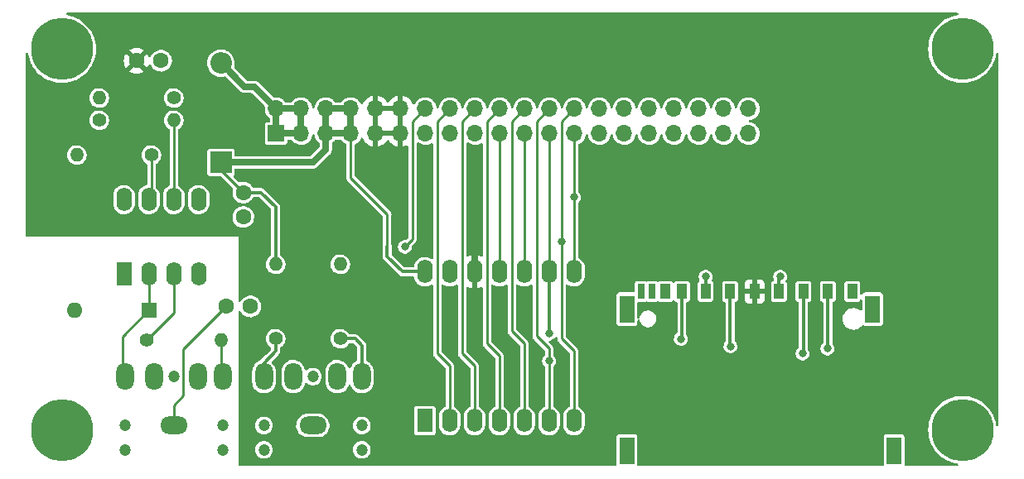
<source format=gtl>
%TF.GenerationSoftware,KiCad,Pcbnew,(6.0.1)*%
%TF.CreationDate,2022-10-07T21:29:43-04:00*%
%TF.ProjectId,MOD-XIAO-RP2040-CPU,4d4f442d-5849-4414-9f2d-525032303430,rev?*%
%TF.SameCoordinates,Original*%
%TF.FileFunction,Copper,L1,Top*%
%TF.FilePolarity,Positive*%
%FSLAX46Y46*%
G04 Gerber Fmt 4.6, Leading zero omitted, Abs format (unit mm)*
G04 Created by KiCad (PCBNEW (6.0.1)) date 2022-10-07 21:29:43*
%MOMM*%
%LPD*%
G01*
G04 APERTURE LIST*
%TA.AperFunction,ComponentPad*%
%ADD10C,1.600000*%
%TD*%
%TA.AperFunction,ComponentPad*%
%ADD11C,6.350000*%
%TD*%
%TA.AperFunction,ComponentPad*%
%ADD12C,1.400000*%
%TD*%
%TA.AperFunction,ComponentPad*%
%ADD13O,1.400000X1.400000*%
%TD*%
%TA.AperFunction,ComponentPad*%
%ADD14R,1.600000X2.400000*%
%TD*%
%TA.AperFunction,ComponentPad*%
%ADD15O,1.600000X2.400000*%
%TD*%
%TA.AperFunction,ComponentPad*%
%ADD16C,1.200000*%
%TD*%
%TA.AperFunction,ComponentPad*%
%ADD17O,1.800000X2.800000*%
%TD*%
%TA.AperFunction,ComponentPad*%
%ADD18O,2.800000X1.800000*%
%TD*%
%TA.AperFunction,ComponentPad*%
%ADD19R,2.200000X2.200000*%
%TD*%
%TA.AperFunction,ComponentPad*%
%ADD20O,2.200000X2.200000*%
%TD*%
%TA.AperFunction,ComponentPad*%
%ADD21R,1.600000X1.600000*%
%TD*%
%TA.AperFunction,ComponentPad*%
%ADD22O,1.600000X1.600000*%
%TD*%
%TA.AperFunction,ComponentPad*%
%ADD23R,1.700000X1.700000*%
%TD*%
%TA.AperFunction,ComponentPad*%
%ADD24O,1.700000X1.700000*%
%TD*%
%TA.AperFunction,SMDPad,CuDef*%
%ADD25R,1.000000X1.500000*%
%TD*%
%TA.AperFunction,SMDPad,CuDef*%
%ADD26R,0.700000X1.500000*%
%TD*%
%TA.AperFunction,SMDPad,CuDef*%
%ADD27R,1.500000X2.800000*%
%TD*%
%TA.AperFunction,ViaPad*%
%ADD28C,0.800000*%
%TD*%
%TA.AperFunction,Conductor*%
%ADD29C,0.250000*%
%TD*%
%TA.AperFunction,Conductor*%
%ADD30C,0.304800*%
%TD*%
%TA.AperFunction,Conductor*%
%ADD31C,0.635000*%
%TD*%
G04 APERTURE END LIST*
D10*
%TO.P,C2,1*%
%TO.N,Net-(J2-PadS)*%
X110744000Y-70358000D03*
%TO.P,C2,2*%
%TO.N,GND*%
X113244000Y-70358000D03*
%TD*%
D11*
%TO.P,MTG1,1*%
%TO.N,N/C*%
X94000000Y-83000000D03*
%TD*%
D12*
%TO.P,R6,1*%
%TO.N,/D7*%
X105410000Y-49022000D03*
D13*
%TO.P,R6,2*%
%TO.N,GND*%
X97790000Y-49022000D03*
%TD*%
D14*
%TO.P,U1,1,D0/P26*%
%TO.N,/A0*%
X131064000Y-82042000D03*
D15*
%TO.P,U1,2,D1/P27*%
%TO.N,/A1*%
X133604000Y-82042000D03*
%TO.P,U1,3,D2/A2*%
%TO.N,/A2*%
X136144000Y-82042000D03*
%TO.P,U1,4,D3/A3*%
%TO.N,/A3*%
X138684000Y-82042000D03*
%TO.P,U1,5,D4/SDA*%
%TO.N,/D4*%
X141224000Y-82042000D03*
%TO.P,U1,6,D5/SCL*%
%TO.N,/D5*%
X143764000Y-82042000D03*
%TO.P,U1,7,D6/TX/A6*%
%TO.N,/D6*%
X146304000Y-82042000D03*
%TO.P,U1,8,D7/RX/A7*%
%TO.N,/D7*%
X146304000Y-66802000D03*
%TO.P,U1,9,D8/SCK/A8*%
%TO.N,/D8*%
X143764000Y-66802000D03*
%TO.P,U1,10,D9/MISO/A9*%
%TO.N,/D9*%
X141224000Y-66802000D03*
%TO.P,U1,11,D10/MOSI/A10*%
%TO.N,/D10*%
X138684000Y-66802000D03*
%TO.P,U1,12,3.3V*%
%TO.N,+3V3*%
X136144000Y-66802000D03*
%TO.P,U1,13,GND*%
%TO.N,GND*%
X133604000Y-66802000D03*
%TO.P,U1,14,5V*%
%TO.N,+5VA*%
X131064000Y-66802000D03*
%TD*%
D16*
%TO.P,J2,90*%
%TO.N,N/C*%
X100410000Y-82533998D03*
X105410000Y-77533998D03*
X110410000Y-85033998D03*
X100410000Y-85033998D03*
X110410000Y-82533998D03*
D17*
%TO.P,J2,R*%
%TO.N,/MIDI_PIN4_RX*%
X100410000Y-77533998D03*
%TO.P,J2,RN*%
%TO.N,N/C*%
X103410000Y-77533998D03*
D18*
%TO.P,J2,S*%
%TO.N,Net-(J2-PadS)*%
X105410000Y-82533998D03*
D17*
%TO.P,J2,T*%
%TO.N,/MIDI_PIN5_RX*%
X110410000Y-77533998D03*
%TO.P,J2,TN*%
%TO.N,N/C*%
X107910000Y-77533998D03*
%TD*%
D19*
%TO.P,D1,1,K*%
%TO.N,+5VA*%
X110236000Y-55626000D03*
D20*
%TO.P,D1,2,A*%
%TO.N,+5V*%
X110236000Y-45466000D03*
%TD*%
D12*
%TO.P,R1,1*%
%TO.N,Net-(D2-Pad2)*%
X102616000Y-73787000D03*
D13*
%TO.P,R1,2*%
%TO.N,/MIDI_PIN5_RX*%
X110236000Y-73787000D03*
%TD*%
D11*
%TO.P,MTG3,1*%
%TO.N,N/C*%
X94000000Y-44000000D03*
%TD*%
D12*
%TO.P,R5,1*%
%TO.N,Net-(J4-PadT)*%
X122428000Y-73660000D03*
D13*
%TO.P,R5,2*%
%TO.N,/D6*%
X122428000Y-66040000D03*
%TD*%
D12*
%TO.P,R4,1*%
%TO.N,Net-(J4-PadR)*%
X115824000Y-73660000D03*
D13*
%TO.P,R4,2*%
%TO.N,+5VA*%
X115824000Y-66040000D03*
%TD*%
D21*
%TO.P,D2,1,K*%
%TO.N,/MIDI_PIN4_RX*%
X102870000Y-70739000D03*
D22*
%TO.P,D2,2,A*%
%TO.N,Net-(D2-Pad2)*%
X95250000Y-70739000D03*
%TD*%
D10*
%TO.P,C3,1*%
%TO.N,+5VA*%
X112522000Y-58694000D03*
%TO.P,C3,2*%
%TO.N,GND*%
X112522000Y-61194000D03*
%TD*%
D23*
%TO.P,J1,1,Pin_1*%
%TO.N,+5V*%
X115875000Y-52650000D03*
D24*
%TO.P,J1,2,Pin_2*%
X115875000Y-50110000D03*
%TO.P,J1,3,Pin_3*%
X118415000Y-52650000D03*
%TO.P,J1,4,Pin_4*%
X118415000Y-50110000D03*
%TO.P,J1,5,Pin_5*%
%TO.N,+5VA*%
X120955000Y-52650000D03*
%TO.P,J1,6,Pin_6*%
X120955000Y-50110000D03*
%TO.P,J1,7,Pin_7*%
X123495000Y-52650000D03*
%TO.P,J1,8,Pin_8*%
X123495000Y-50110000D03*
%TO.P,J1,9,Pin_9*%
%TO.N,+3V3*%
X126035000Y-52650000D03*
%TO.P,J1,10,Pin_10*%
X126035000Y-50110000D03*
%TO.P,J1,11,Pin_11*%
X128575000Y-52650000D03*
%TO.P,J1,12,Pin_12*%
X128575000Y-50110000D03*
%TO.P,J1,13,Pin_13*%
%TO.N,unconnected-(J1-Pad13)*%
X131115000Y-52650000D03*
%TO.P,J1,14,Pin_14*%
%TO.N,/A0*%
X131115000Y-50110000D03*
%TO.P,J1,15,Pin_15*%
%TO.N,unconnected-(J1-Pad15)*%
X133655000Y-52650000D03*
%TO.P,J1,16,Pin_16*%
%TO.N,/A1*%
X133655000Y-50110000D03*
%TO.P,J1,17,Pin_17*%
%TO.N,unconnected-(J1-Pad17)*%
X136195000Y-52650000D03*
%TO.P,J1,18,Pin_18*%
%TO.N,/A2*%
X136195000Y-50110000D03*
%TO.P,J1,19,Pin_19*%
%TO.N,/D10*%
X138735000Y-52650000D03*
%TO.P,J1,20,Pin_20*%
%TO.N,/A3*%
X138735000Y-50110000D03*
%TO.P,J1,21,Pin_21*%
%TO.N,/D9*%
X141275000Y-52650000D03*
%TO.P,J1,22,Pin_22*%
%TO.N,/D4*%
X141275000Y-50110000D03*
%TO.P,J1,23,Pin_23*%
%TO.N,/D8*%
X143815000Y-52650000D03*
%TO.P,J1,24,Pin_24*%
%TO.N,/D5*%
X143815000Y-50110000D03*
%TO.P,J1,25,Pin_25*%
%TO.N,/D7*%
X146355000Y-52650000D03*
%TO.P,J1,26,Pin_26*%
%TO.N,/D6*%
X146355000Y-50110000D03*
%TO.P,J1,27,Pin_27*%
%TO.N,GND*%
X148895000Y-52650000D03*
%TO.P,J1,28,Pin_28*%
X148895000Y-50110000D03*
%TO.P,J1,29,Pin_29*%
X151435000Y-52650000D03*
%TO.P,J1,30,Pin_30*%
X151435000Y-50110000D03*
%TO.P,J1,31,Pin_31*%
X153975000Y-52650000D03*
%TO.P,J1,32,Pin_32*%
X153975000Y-50110000D03*
%TO.P,J1,33,Pin_33*%
X156515000Y-52650000D03*
%TO.P,J1,34,Pin_34*%
X156515000Y-50110000D03*
%TO.P,J1,35,Pin_35*%
X159055000Y-52650000D03*
%TO.P,J1,36,Pin_36*%
X159055000Y-50110000D03*
%TO.P,J1,37,Pin_37*%
X161595000Y-52650000D03*
%TO.P,J1,38,Pin_38*%
X161595000Y-50110000D03*
%TO.P,J1,39,Pin_39*%
X164135000Y-52650000D03*
%TO.P,J1,40,Pin_40*%
X164135000Y-50110000D03*
%TD*%
D25*
%TO.P,J3,1,SS*%
%TO.N,/D5*%
X172266000Y-68828000D03*
%TO.P,J3,2,MOSI*%
%TO.N,/D10*%
X169766000Y-68828000D03*
%TO.P,J3,3,VSS*%
%TO.N,GND*%
X167266000Y-68828000D03*
%TO.P,J3,4,VDD*%
%TO.N,+3V3*%
X164766000Y-68828000D03*
%TO.P,J3,5,SCK*%
%TO.N,/D8*%
X162266000Y-68828000D03*
%TO.P,J3,6,VSS*%
%TO.N,GND*%
X159766000Y-68828000D03*
%TO.P,J3,7,MISO*%
%TO.N,/D9*%
X157346000Y-68828000D03*
%TO.P,J3,8,NC*%
%TO.N,unconnected-(J3-Pad8)*%
X155646000Y-68828000D03*
%TO.P,J3,9,NC*%
%TO.N,unconnected-(J3-Pad9)*%
X174766000Y-68828000D03*
D26*
%TO.P,J3,10,CARD_DETECT*%
%TO.N,unconnected-(J3-Pad10)*%
X154306000Y-68828000D03*
%TO.P,J3,11,WRITE_PROTECT*%
%TO.N,unconnected-(J3-Pad11)*%
X153166000Y-68828000D03*
D27*
%TO.P,J3,12,SHELL1*%
%TO.N,unconnected-(J3-Pad12)*%
X176836000Y-70628000D03*
%TO.P,J3,13,SHELL2*%
%TO.N,unconnected-(J3-Pad13)*%
X151736000Y-70628000D03*
%TO.P,J3,14,SHELL3*%
%TO.N,unconnected-(J3-Pad14)*%
X151736000Y-85128000D03*
%TO.P,J3,15,SHELL4*%
%TO.N,unconnected-(J3-Pad15)*%
X179036000Y-85128000D03*
%TD*%
D12*
%TO.P,R3,1*%
%TO.N,+5VA*%
X97790000Y-51308000D03*
D13*
%TO.P,R3,2*%
%TO.N,/D7*%
X105410000Y-51308000D03*
%TD*%
D12*
%TO.P,R2,1*%
%TO.N,Net-(R2-Pad1)*%
X103124000Y-54864000D03*
D13*
%TO.P,R2,2*%
%TO.N,GND*%
X95504000Y-54864000D03*
%TD*%
D16*
%TO.P,J4,90*%
%TO.N,N/C*%
X124634000Y-82534000D03*
X114634000Y-82534000D03*
X119634000Y-77534000D03*
X124634000Y-85034000D03*
X114634000Y-85034000D03*
D17*
%TO.P,J4,R*%
%TO.N,Net-(J4-PadR)*%
X114634000Y-77534000D03*
%TO.P,J4,RN*%
%TO.N,N/C*%
X117634000Y-77534000D03*
D18*
%TO.P,J4,S*%
%TO.N,unconnected-(J4-PadS)*%
X119634000Y-82534000D03*
D17*
%TO.P,J4,T*%
%TO.N,Net-(J4-PadT)*%
X124634000Y-77534000D03*
%TO.P,J4,TN*%
%TO.N,N/C*%
X122134000Y-77534000D03*
%TD*%
D10*
%TO.P,C1,1*%
%TO.N,+3V3*%
X101620000Y-45212000D03*
%TO.P,C1,2*%
%TO.N,GND*%
X104120000Y-45212000D03*
%TD*%
D14*
%TO.P,U2,1,NC*%
%TO.N,unconnected-(U2-Pad1)*%
X100340000Y-67046000D03*
D15*
%TO.P,U2,2,C1*%
%TO.N,/MIDI_PIN4_RX*%
X102880000Y-67046000D03*
%TO.P,U2,3,C2*%
%TO.N,Net-(D2-Pad2)*%
X105420000Y-67046000D03*
%TO.P,U2,4,NC*%
%TO.N,unconnected-(U2-Pad4)*%
X107960000Y-67046000D03*
%TO.P,U2,5,GND*%
%TO.N,GND*%
X107960000Y-59426000D03*
%TO.P,U2,6,VO2*%
%TO.N,/D7*%
X105420000Y-59426000D03*
%TO.P,U2,7,VO1*%
%TO.N,Net-(R2-Pad1)*%
X102880000Y-59426000D03*
%TO.P,U2,8,VCC*%
%TO.N,+5VA*%
X100340000Y-59426000D03*
%TD*%
D11*
%TO.P,MTG2,1*%
%TO.N,N/C*%
X186000000Y-83000000D03*
%TD*%
%TO.P,MTG4,1*%
%TO.N,N/C*%
X186000000Y-44000000D03*
%TD*%
D28*
%TO.N,GND*%
X167386000Y-67310000D03*
X159766000Y-67310000D03*
%TO.N,/D5*%
X143764000Y-75946000D03*
X172212000Y-74676000D03*
%TO.N,/D6*%
X145034000Y-63754000D03*
%TO.N,/D7*%
X146304000Y-59182000D03*
%TO.N,/D8*%
X143764000Y-73152000D03*
X162306000Y-74432100D03*
%TO.N,/D9*%
X157226000Y-73680200D03*
%TO.N,/D10*%
X169672000Y-75184000D03*
%TO.N,/A0*%
X129032000Y-64262000D03*
%TO.N,+3V3*%
X128524000Y-57150000D03*
X136144000Y-57150000D03*
%TD*%
D29*
%TO.N,Net-(J2-PadS)*%
X105410000Y-80475042D02*
X106404521Y-79480521D01*
X105410000Y-82533998D02*
X105410000Y-80475042D01*
X106404521Y-79480521D02*
X106404521Y-74697479D01*
X106404521Y-74697479D02*
X110744000Y-70358000D01*
D30*
%TO.N,GND*%
X167266000Y-67430000D02*
X167386000Y-67310000D01*
X159766000Y-68828000D02*
X159766000Y-67310000D01*
X167266000Y-68828000D02*
X167266000Y-67430000D01*
D29*
%TO.N,/D4*%
X141224000Y-82042000D02*
X141224000Y-74168000D01*
X141224000Y-74168000D02*
X139954000Y-72898000D01*
X139954000Y-51431000D02*
X141275000Y-50110000D01*
X139954000Y-72898000D02*
X139954000Y-51431000D01*
%TO.N,/D5*%
X142494000Y-73406000D02*
X142494000Y-51431000D01*
X143764000Y-82042000D02*
X143764000Y-74676000D01*
X143764000Y-74676000D02*
X142494000Y-73406000D01*
D30*
X172266000Y-68828000D02*
X172266000Y-74622000D01*
X172266000Y-74622000D02*
X172212000Y-74676000D01*
D29*
X142494000Y-51431000D02*
X143815000Y-50110000D01*
%TO.N,/D6*%
X146304000Y-82042000D02*
X146304000Y-74930000D01*
X145034000Y-51431000D02*
X146355000Y-50110000D01*
X146304000Y-74930000D02*
X145034000Y-73660000D01*
X145034000Y-73660000D02*
X145034000Y-63754000D01*
X145034000Y-63754000D02*
X145034000Y-51431000D01*
%TO.N,/D7*%
X105420000Y-59426000D02*
X105420000Y-51318000D01*
X146304000Y-66802000D02*
X146304000Y-59182000D01*
X146304000Y-59182000D02*
X146304000Y-52701000D01*
D30*
%TO.N,/D8*%
X162266000Y-68828000D02*
X162266000Y-74392100D01*
X162266000Y-74392100D02*
X162306000Y-74432100D01*
X143764000Y-73152000D02*
X143764000Y-66802000D01*
D29*
X143764000Y-66802000D02*
X143764000Y-52701000D01*
D30*
%TO.N,/D9*%
X157346000Y-68828000D02*
X157346000Y-73560200D01*
D29*
X141224000Y-66802000D02*
X141224000Y-52701000D01*
D30*
X157346000Y-73560200D02*
X157226000Y-73680200D01*
D29*
%TO.N,/D10*%
X138684000Y-66802000D02*
X138684000Y-52701000D01*
D30*
X169766000Y-75090000D02*
X169672000Y-75184000D01*
X169766000Y-68828000D02*
X169766000Y-75090000D01*
D29*
%TO.N,/A0*%
X129794000Y-51431000D02*
X129794000Y-63500000D01*
X131115000Y-50110000D02*
X129794000Y-51431000D01*
X129794000Y-63500000D02*
X129032000Y-64262000D01*
%TO.N,/A1*%
X132334000Y-75184000D02*
X132334000Y-51431000D01*
X133604000Y-82042000D02*
X133604000Y-76454000D01*
X132334000Y-51431000D02*
X133655000Y-50110000D01*
X133604000Y-76454000D02*
X132334000Y-75184000D01*
%TO.N,/A2*%
X134874000Y-51431000D02*
X136195000Y-50110000D01*
X136144000Y-76454000D02*
X134874000Y-75184000D01*
X134874000Y-75184000D02*
X134874000Y-51431000D01*
X136144000Y-82042000D02*
X136144000Y-76454000D01*
%TO.N,/A3*%
X137414000Y-51431000D02*
X138735000Y-50110000D01*
X137414000Y-74168000D02*
X137414000Y-51431000D01*
X138684000Y-82042000D02*
X138684000Y-75438000D01*
X138684000Y-75438000D02*
X137414000Y-74168000D01*
D31*
%TO.N,+5VA*%
X120955003Y-54304997D02*
X120955003Y-52650009D01*
D30*
X112522000Y-58694000D02*
X114320000Y-58694000D01*
X114320000Y-58694000D02*
X115824000Y-60198000D01*
D31*
X110236000Y-55626000D02*
X119634000Y-55626000D01*
D29*
X123495000Y-57201000D02*
X127234000Y-60940000D01*
X127234000Y-60940000D02*
X127234000Y-64242000D01*
D31*
X123495003Y-50110009D02*
X123495003Y-52650009D01*
D30*
X128778000Y-66802000D02*
X127234000Y-65258000D01*
X131064000Y-66802000D02*
X128778000Y-66802000D01*
D31*
X120955003Y-52650009D02*
X123495003Y-52650009D01*
X119634000Y-55626000D02*
X120955003Y-54304997D01*
X120955003Y-50110009D02*
X123495003Y-50110009D01*
D30*
X110236000Y-56408000D02*
X112522000Y-58694000D01*
X115824000Y-60198000D02*
X115824000Y-66040000D01*
D29*
X123495000Y-52650000D02*
X123495000Y-57201000D01*
D30*
X127234000Y-65258000D02*
X127234000Y-64242000D01*
D31*
X120955003Y-50110009D02*
X120955003Y-52650009D01*
D29*
%TO.N,Net-(D2-Pad2)*%
X105420000Y-70983000D02*
X102616000Y-73787000D01*
X105420000Y-67046000D02*
X105420000Y-70983000D01*
D31*
%TO.N,+5V*%
X118415003Y-52650009D02*
X118415003Y-50110009D01*
X115875003Y-50110009D02*
X113654510Y-47889490D01*
X110236000Y-45466000D02*
X112659490Y-47889490D01*
X115875003Y-50110009D02*
X118415003Y-50110009D01*
X112659490Y-47889490D02*
X113654510Y-47889490D01*
X115875003Y-50110009D02*
X115875003Y-52650009D01*
X115875003Y-52650009D02*
X118415003Y-52650009D01*
D29*
%TO.N,+3V3*%
X128575000Y-57099000D02*
X128524000Y-57150000D01*
D31*
X136144000Y-57150000D02*
X136144000Y-66802000D01*
D29*
%TO.N,Net-(R2-Pad1)*%
X103124000Y-54864000D02*
X103124000Y-59182000D01*
%TO.N,/MIDI_PIN4_RX*%
X100156000Y-73453000D02*
X100156000Y-77550000D01*
X102880000Y-67046000D02*
X102880000Y-70729000D01*
X102743000Y-70866000D02*
X100156000Y-73453000D01*
%TO.N,/MIDI_PIN5_RX*%
X110236000Y-73787000D02*
X110236000Y-77470000D01*
D30*
%TO.N,Net-(J4-PadR)*%
X115824000Y-74930000D02*
X115824000Y-73660000D01*
X114634000Y-77534000D02*
X114634000Y-76120000D01*
X114634000Y-76120000D02*
X115824000Y-74930000D01*
%TO.N,Net-(J4-PadT)*%
X124634000Y-74342000D02*
X123952000Y-73660000D01*
X123952000Y-73660000D02*
X122428000Y-73660000D01*
X124634000Y-77534000D02*
X124634000Y-74342000D01*
%TD*%
%TA.AperFunction,Conductor*%
%TO.N,+3V3*%
G36*
X185550059Y-40324802D02*
G01*
X185596552Y-40378458D01*
X185606656Y-40448732D01*
X185577162Y-40513312D01*
X185517436Y-40551696D01*
X185501650Y-40555249D01*
X185275412Y-40591081D01*
X184923052Y-40685496D01*
X184582492Y-40816225D01*
X184579552Y-40817723D01*
X184260403Y-40980337D01*
X184260396Y-40980341D01*
X184257462Y-40981836D01*
X183951524Y-41180514D01*
X183668029Y-41410084D01*
X183410084Y-41668029D01*
X183180514Y-41951524D01*
X182981836Y-42257462D01*
X182816225Y-42582492D01*
X182685496Y-42923052D01*
X182591081Y-43275412D01*
X182534016Y-43635710D01*
X182514924Y-44000000D01*
X182515097Y-44003301D01*
X182522605Y-44146550D01*
X182534016Y-44364290D01*
X182534529Y-44367530D01*
X182534530Y-44367538D01*
X182555023Y-44496923D01*
X182591081Y-44724588D01*
X182685496Y-45076948D01*
X182816225Y-45417508D01*
X182817723Y-45420448D01*
X182944125Y-45668525D01*
X182981836Y-45742538D01*
X182983632Y-45745304D01*
X182983634Y-45745307D01*
X183076093Y-45887682D01*
X183180514Y-46048476D01*
X183410084Y-46331971D01*
X183668029Y-46589916D01*
X183951524Y-46819486D01*
X184257462Y-47018164D01*
X184260396Y-47019659D01*
X184260403Y-47019663D01*
X184579552Y-47182277D01*
X184582492Y-47183775D01*
X184702352Y-47229785D01*
X184895303Y-47303852D01*
X184923052Y-47314504D01*
X185275412Y-47408919D01*
X185466987Y-47439261D01*
X185632462Y-47465470D01*
X185632470Y-47465471D01*
X185635710Y-47465984D01*
X186000000Y-47485076D01*
X186364290Y-47465984D01*
X186367530Y-47465471D01*
X186367538Y-47465470D01*
X186533013Y-47439261D01*
X186724588Y-47408919D01*
X187076948Y-47314504D01*
X187104698Y-47303852D01*
X187297648Y-47229785D01*
X187417508Y-47183775D01*
X187420448Y-47182277D01*
X187739597Y-47019663D01*
X187739604Y-47019659D01*
X187742538Y-47018164D01*
X188048476Y-46819486D01*
X188331971Y-46589916D01*
X188589916Y-46331971D01*
X188819486Y-46048476D01*
X188923907Y-45887682D01*
X189016366Y-45745307D01*
X189016368Y-45745304D01*
X189018164Y-45742538D01*
X189055876Y-45668525D01*
X189182277Y-45420448D01*
X189183775Y-45417508D01*
X189314504Y-45076948D01*
X189408919Y-44724588D01*
X189444751Y-44498351D01*
X189475163Y-44434198D01*
X189535431Y-44396671D01*
X189606421Y-44397685D01*
X189665593Y-44436918D01*
X189694161Y-44501913D01*
X189695200Y-44518062D01*
X189695200Y-82481938D01*
X189675198Y-82550059D01*
X189621542Y-82596552D01*
X189551268Y-82606656D01*
X189486688Y-82577162D01*
X189448304Y-82517436D01*
X189444751Y-82501649D01*
X189441629Y-82481938D01*
X189408919Y-82275412D01*
X189314504Y-81923052D01*
X189289351Y-81857525D01*
X189247902Y-81749549D01*
X189183775Y-81582492D01*
X189144477Y-81505365D01*
X189019663Y-81260403D01*
X189019659Y-81260396D01*
X189018164Y-81257462D01*
X188819486Y-80951524D01*
X188589916Y-80668029D01*
X188331971Y-80410084D01*
X188048476Y-80180514D01*
X187742538Y-79981836D01*
X187739604Y-79980341D01*
X187739597Y-79980337D01*
X187420448Y-79817723D01*
X187417508Y-79816225D01*
X187076948Y-79685496D01*
X186724588Y-79591081D01*
X186533013Y-79560739D01*
X186367538Y-79534530D01*
X186367530Y-79534529D01*
X186364290Y-79534016D01*
X186000000Y-79514924D01*
X185635710Y-79534016D01*
X185632470Y-79534529D01*
X185632462Y-79534530D01*
X185466987Y-79560739D01*
X185275412Y-79591081D01*
X184923052Y-79685496D01*
X184582492Y-79816225D01*
X184579552Y-79817723D01*
X184260403Y-79980337D01*
X184260396Y-79980341D01*
X184257462Y-79981836D01*
X183951524Y-80180514D01*
X183668029Y-80410084D01*
X183410084Y-80668029D01*
X183180514Y-80951524D01*
X182981836Y-81257462D01*
X182980341Y-81260396D01*
X182980337Y-81260403D01*
X182855523Y-81505365D01*
X182816225Y-81582492D01*
X182752098Y-81749549D01*
X182710650Y-81857525D01*
X182685496Y-81923052D01*
X182591081Y-82275412D01*
X182579061Y-82351305D01*
X182535999Y-82623191D01*
X182534016Y-82635710D01*
X182514924Y-83000000D01*
X182534016Y-83364290D01*
X182534529Y-83367530D01*
X182534530Y-83367538D01*
X182554217Y-83491836D01*
X182591081Y-83724588D01*
X182685496Y-84076948D01*
X182816225Y-84417508D01*
X182981836Y-84742538D01*
X183180514Y-85048476D01*
X183410084Y-85331971D01*
X183668029Y-85589916D01*
X183951524Y-85819486D01*
X184257462Y-86018164D01*
X184260396Y-86019659D01*
X184260403Y-86019663D01*
X184363998Y-86072447D01*
X184582492Y-86183775D01*
X184923052Y-86314504D01*
X185275412Y-86408919D01*
X185501649Y-86444751D01*
X185565802Y-86475163D01*
X185603329Y-86535431D01*
X185602315Y-86606421D01*
X185563082Y-86665593D01*
X185498087Y-86694161D01*
X185481938Y-86695200D01*
X180217300Y-86695200D01*
X180149179Y-86675198D01*
X180102686Y-86621542D01*
X180091300Y-86569200D01*
X180091300Y-83682642D01*
X180090004Y-83671748D01*
X180089250Y-83665407D01*
X180089249Y-83665404D01*
X180088133Y-83656022D01*
X180057288Y-83586581D01*
X180046688Y-83562716D01*
X180041964Y-83552081D01*
X179983022Y-83493242D01*
X179969705Y-83479948D01*
X179969703Y-83479947D01*
X179961472Y-83471730D01*
X179857451Y-83425742D01*
X179831358Y-83422700D01*
X178240642Y-83422700D01*
X178229748Y-83423996D01*
X178223407Y-83424750D01*
X178223404Y-83424751D01*
X178214022Y-83425867D01*
X178110081Y-83472036D01*
X178083893Y-83498270D01*
X178037948Y-83544295D01*
X178037947Y-83544297D01*
X178029730Y-83552528D01*
X177983742Y-83656549D01*
X177980700Y-83682642D01*
X177980700Y-86569200D01*
X177960698Y-86637321D01*
X177907042Y-86683814D01*
X177854700Y-86695200D01*
X152917300Y-86695200D01*
X152849179Y-86675198D01*
X152802686Y-86621542D01*
X152791300Y-86569200D01*
X152791300Y-83682642D01*
X152790004Y-83671748D01*
X152789250Y-83665407D01*
X152789249Y-83665404D01*
X152788133Y-83656022D01*
X152757288Y-83586581D01*
X152746688Y-83562716D01*
X152741964Y-83552081D01*
X152683022Y-83493242D01*
X152669705Y-83479948D01*
X152669703Y-83479947D01*
X152661472Y-83471730D01*
X152557451Y-83425742D01*
X152531358Y-83422700D01*
X150940642Y-83422700D01*
X150929748Y-83423996D01*
X150923407Y-83424750D01*
X150923404Y-83424751D01*
X150914022Y-83425867D01*
X150810081Y-83472036D01*
X150783893Y-83498270D01*
X150737948Y-83544295D01*
X150737947Y-83544297D01*
X150729730Y-83552528D01*
X150683742Y-83656549D01*
X150680700Y-83682642D01*
X150680700Y-86569200D01*
X150660698Y-86637321D01*
X150607042Y-86683814D01*
X150554700Y-86695200D01*
X112140000Y-86695200D01*
X112071879Y-86675198D01*
X112025386Y-86621542D01*
X112014000Y-86569200D01*
X112014000Y-85034000D01*
X113723713Y-85034000D01*
X113743605Y-85223259D01*
X113802411Y-85404247D01*
X113897562Y-85569053D01*
X113901980Y-85573960D01*
X113901981Y-85573961D01*
X113916347Y-85589916D01*
X114024899Y-85710475D01*
X114123043Y-85781781D01*
X114172068Y-85817400D01*
X114178856Y-85822332D01*
X114184885Y-85825016D01*
X114184888Y-85825018D01*
X114346670Y-85897047D01*
X114346673Y-85897048D01*
X114352706Y-85899734D01*
X114393382Y-85908380D01*
X114532392Y-85937928D01*
X114532396Y-85937928D01*
X114538849Y-85939300D01*
X114729151Y-85939300D01*
X114735604Y-85937928D01*
X114735608Y-85937928D01*
X114874618Y-85908380D01*
X114915294Y-85899734D01*
X114921327Y-85897048D01*
X114921330Y-85897047D01*
X115083112Y-85825018D01*
X115083115Y-85825016D01*
X115089144Y-85822332D01*
X115095933Y-85817400D01*
X115144957Y-85781781D01*
X115243101Y-85710475D01*
X115351653Y-85589916D01*
X115366019Y-85573961D01*
X115366020Y-85573960D01*
X115370438Y-85569053D01*
X115465589Y-85404247D01*
X115524395Y-85223259D01*
X115544287Y-85034000D01*
X123723713Y-85034000D01*
X123743605Y-85223259D01*
X123802411Y-85404247D01*
X123897562Y-85569053D01*
X123901980Y-85573960D01*
X123901981Y-85573961D01*
X123916347Y-85589916D01*
X124024899Y-85710475D01*
X124123043Y-85781781D01*
X124172068Y-85817400D01*
X124178856Y-85822332D01*
X124184885Y-85825016D01*
X124184888Y-85825018D01*
X124346670Y-85897047D01*
X124346673Y-85897048D01*
X124352706Y-85899734D01*
X124393382Y-85908380D01*
X124532392Y-85937928D01*
X124532396Y-85937928D01*
X124538849Y-85939300D01*
X124729151Y-85939300D01*
X124735604Y-85937928D01*
X124735608Y-85937928D01*
X124874618Y-85908380D01*
X124915294Y-85899734D01*
X124921327Y-85897048D01*
X124921330Y-85897047D01*
X125083112Y-85825018D01*
X125083115Y-85825016D01*
X125089144Y-85822332D01*
X125095933Y-85817400D01*
X125144957Y-85781781D01*
X125243101Y-85710475D01*
X125351653Y-85589916D01*
X125366019Y-85573961D01*
X125366020Y-85573960D01*
X125370438Y-85569053D01*
X125465589Y-85404247D01*
X125524395Y-85223259D01*
X125544287Y-85034000D01*
X125524395Y-84844741D01*
X125465589Y-84663753D01*
X125370438Y-84498947D01*
X125243101Y-84357525D01*
X125089144Y-84245668D01*
X125083115Y-84242984D01*
X125083112Y-84242982D01*
X124921330Y-84170953D01*
X124921327Y-84170952D01*
X124915294Y-84168266D01*
X124874618Y-84159620D01*
X124735608Y-84130072D01*
X124735604Y-84130072D01*
X124729151Y-84128700D01*
X124538849Y-84128700D01*
X124532396Y-84130072D01*
X124532392Y-84130072D01*
X124445777Y-84148483D01*
X124352706Y-84168266D01*
X124346676Y-84170951D01*
X124346675Y-84170951D01*
X124184887Y-84242983D01*
X124184885Y-84242984D01*
X124178857Y-84245668D01*
X124024899Y-84357525D01*
X123897562Y-84498947D01*
X123802411Y-84663753D01*
X123743605Y-84844741D01*
X123723713Y-85034000D01*
X115544287Y-85034000D01*
X115524395Y-84844741D01*
X115465589Y-84663753D01*
X115370438Y-84498947D01*
X115243101Y-84357525D01*
X115089144Y-84245668D01*
X115083115Y-84242984D01*
X115083112Y-84242982D01*
X114921330Y-84170953D01*
X114921327Y-84170952D01*
X114915294Y-84168266D01*
X114874618Y-84159620D01*
X114735608Y-84130072D01*
X114735604Y-84130072D01*
X114729151Y-84128700D01*
X114538849Y-84128700D01*
X114532396Y-84130072D01*
X114532392Y-84130072D01*
X114445777Y-84148483D01*
X114352706Y-84168266D01*
X114346676Y-84170951D01*
X114346675Y-84170951D01*
X114184887Y-84242983D01*
X114184885Y-84242984D01*
X114178857Y-84245668D01*
X114024899Y-84357525D01*
X113897562Y-84498947D01*
X113802411Y-84663753D01*
X113743605Y-84844741D01*
X113723713Y-85034000D01*
X112014000Y-85034000D01*
X112014000Y-82534000D01*
X113723713Y-82534000D01*
X113724403Y-82540565D01*
X113730288Y-82596552D01*
X113743605Y-82723259D01*
X113802411Y-82904247D01*
X113897562Y-83069053D01*
X114024899Y-83210475D01*
X114066259Y-83240525D01*
X114154441Y-83304593D01*
X114178856Y-83322332D01*
X114184885Y-83325016D01*
X114184888Y-83325018D01*
X114346670Y-83397047D01*
X114346673Y-83397048D01*
X114352706Y-83399734D01*
X114386984Y-83407020D01*
X114532392Y-83437928D01*
X114532396Y-83437928D01*
X114538849Y-83439300D01*
X114729151Y-83439300D01*
X114735604Y-83437928D01*
X114735608Y-83437928D01*
X114881016Y-83407020D01*
X114915294Y-83399734D01*
X114921327Y-83397048D01*
X114921330Y-83397047D01*
X115083112Y-83325018D01*
X115083115Y-83325016D01*
X115089144Y-83322332D01*
X115113560Y-83304593D01*
X115201741Y-83240525D01*
X115243101Y-83210475D01*
X115370438Y-83069053D01*
X115465589Y-82904247D01*
X115524395Y-82723259D01*
X115534305Y-82628972D01*
X117927267Y-82628972D01*
X117964782Y-82847291D01*
X118041453Y-83055118D01*
X118044405Y-83060079D01*
X118044405Y-83060080D01*
X118136191Y-83214358D01*
X118154714Y-83245493D01*
X118300772Y-83412040D01*
X118305307Y-83415615D01*
X118305308Y-83415616D01*
X118318106Y-83425705D01*
X118474734Y-83549181D01*
X118479850Y-83551872D01*
X118479852Y-83551874D01*
X118665658Y-83649631D01*
X118670775Y-83652323D01*
X118882330Y-83718012D01*
X118888067Y-83718691D01*
X119058503Y-83738864D01*
X119058510Y-83738864D01*
X119062190Y-83739300D01*
X120190200Y-83739300D01*
X120278977Y-83731143D01*
X120348836Y-83724724D01*
X120348839Y-83724723D01*
X120354590Y-83724195D01*
X120366280Y-83720898D01*
X120562233Y-83665633D01*
X120562235Y-83665632D01*
X120567792Y-83664065D01*
X120572968Y-83661513D01*
X120572972Y-83661511D01*
X120761285Y-83568645D01*
X120766466Y-83566090D01*
X120785227Y-83552081D01*
X120939335Y-83437003D01*
X120939336Y-83437002D01*
X120943959Y-83433550D01*
X121046968Y-83322116D01*
X121090407Y-83275124D01*
X121090409Y-83275121D01*
X121094326Y-83270884D01*
X121186294Y-83125123D01*
X121209450Y-83088423D01*
X121209452Y-83088418D01*
X121212531Y-83083539D01*
X121294617Y-82877790D01*
X121298222Y-82859668D01*
X121336706Y-82666196D01*
X121336706Y-82666191D01*
X121337833Y-82660528D01*
X121337946Y-82651958D01*
X121339490Y-82534000D01*
X123723713Y-82534000D01*
X123724403Y-82540565D01*
X123730288Y-82596552D01*
X123743605Y-82723259D01*
X123802411Y-82904247D01*
X123897562Y-83069053D01*
X124024899Y-83210475D01*
X124066259Y-83240525D01*
X124154441Y-83304593D01*
X124178856Y-83322332D01*
X124184885Y-83325016D01*
X124184888Y-83325018D01*
X124346670Y-83397047D01*
X124346673Y-83397048D01*
X124352706Y-83399734D01*
X124386984Y-83407020D01*
X124532392Y-83437928D01*
X124532396Y-83437928D01*
X124538849Y-83439300D01*
X124729151Y-83439300D01*
X124735604Y-83437928D01*
X124735608Y-83437928D01*
X124881016Y-83407020D01*
X124915294Y-83399734D01*
X124921327Y-83397048D01*
X124921330Y-83397047D01*
X125083112Y-83325018D01*
X125083115Y-83325016D01*
X125089144Y-83322332D01*
X125113560Y-83304593D01*
X125137282Y-83287358D01*
X129958700Y-83287358D01*
X129959996Y-83298252D01*
X129960685Y-83304040D01*
X129961867Y-83313978D01*
X129983283Y-83362193D01*
X129999959Y-83399734D01*
X130008036Y-83417919D01*
X130048186Y-83457998D01*
X130080295Y-83490052D01*
X130080297Y-83490053D01*
X130088528Y-83498270D01*
X130192549Y-83544258D01*
X130218642Y-83547300D01*
X131909358Y-83547300D01*
X131920252Y-83546004D01*
X131926593Y-83545250D01*
X131926596Y-83545249D01*
X131935978Y-83544133D01*
X132039919Y-83497964D01*
X132086252Y-83451550D01*
X132112052Y-83425705D01*
X132112053Y-83425703D01*
X132120270Y-83417472D01*
X132166258Y-83313451D01*
X132169300Y-83287358D01*
X132169300Y-80796642D01*
X132168004Y-80785748D01*
X132167250Y-80779407D01*
X132167249Y-80779404D01*
X132166133Y-80770022D01*
X132119964Y-80666081D01*
X132075175Y-80621370D01*
X132047705Y-80593948D01*
X132047703Y-80593947D01*
X132039472Y-80585730D01*
X131935451Y-80539742D01*
X131909358Y-80536700D01*
X130218642Y-80536700D01*
X130207748Y-80537996D01*
X130201407Y-80538750D01*
X130201404Y-80538751D01*
X130192022Y-80539867D01*
X130088081Y-80586036D01*
X130075183Y-80598957D01*
X130015948Y-80658295D01*
X130015947Y-80658297D01*
X130007730Y-80666528D01*
X129961742Y-80770549D01*
X129958700Y-80796642D01*
X129958700Y-83287358D01*
X125137282Y-83287358D01*
X125201741Y-83240525D01*
X125243101Y-83210475D01*
X125370438Y-83069053D01*
X125465589Y-82904247D01*
X125524395Y-82723259D01*
X125537713Y-82596552D01*
X125543597Y-82540565D01*
X125544287Y-82534000D01*
X125524395Y-82344741D01*
X125465589Y-82163753D01*
X125370438Y-81998947D01*
X125243101Y-81857525D01*
X125089144Y-81745668D01*
X125083115Y-81742984D01*
X125083112Y-81742982D01*
X124921330Y-81670953D01*
X124921327Y-81670952D01*
X124915294Y-81668266D01*
X124857390Y-81655958D01*
X124735608Y-81630072D01*
X124735604Y-81630072D01*
X124729151Y-81628700D01*
X124538849Y-81628700D01*
X124532396Y-81630072D01*
X124532392Y-81630072D01*
X124445778Y-81648483D01*
X124352706Y-81668266D01*
X124346676Y-81670951D01*
X124346675Y-81670951D01*
X124184887Y-81742983D01*
X124184885Y-81742984D01*
X124178857Y-81745668D01*
X124173516Y-81749548D01*
X124173515Y-81749549D01*
X124073100Y-81822505D01*
X124024899Y-81857525D01*
X123897562Y-81998947D01*
X123802411Y-82163753D01*
X123743605Y-82344741D01*
X123723713Y-82534000D01*
X121339490Y-82534000D01*
X121339490Y-82533998D01*
X121340733Y-82439028D01*
X121303218Y-82220709D01*
X121226547Y-82012882D01*
X121171266Y-81919962D01*
X121116242Y-81827475D01*
X121116240Y-81827472D01*
X121113286Y-81822507D01*
X120967228Y-81655960D01*
X120793266Y-81518819D01*
X120788150Y-81516128D01*
X120788148Y-81516126D01*
X120602342Y-81418369D01*
X120602340Y-81418368D01*
X120597225Y-81415677D01*
X120385670Y-81349988D01*
X120370021Y-81348136D01*
X120209497Y-81329136D01*
X120209490Y-81329136D01*
X120205810Y-81328700D01*
X119077800Y-81328700D01*
X118989023Y-81336857D01*
X118919164Y-81343276D01*
X118919161Y-81343277D01*
X118913410Y-81343805D01*
X118907851Y-81345373D01*
X118907850Y-81345373D01*
X118705767Y-81402367D01*
X118705765Y-81402368D01*
X118700208Y-81403935D01*
X118695032Y-81406487D01*
X118695028Y-81406489D01*
X118631092Y-81438019D01*
X118501534Y-81501910D01*
X118496908Y-81505364D01*
X118496907Y-81505365D01*
X118393621Y-81582492D01*
X118324041Y-81634450D01*
X118292784Y-81668264D01*
X118217645Y-81749549D01*
X118173674Y-81797116D01*
X118157655Y-81822505D01*
X118058550Y-81979577D01*
X118058548Y-81979582D01*
X118055469Y-81984461D01*
X117973383Y-82190210D01*
X117972257Y-82195870D01*
X117972256Y-82195874D01*
X117943894Y-82338462D01*
X117930167Y-82407472D01*
X117927267Y-82628972D01*
X115534305Y-82628972D01*
X115537713Y-82596552D01*
X115543597Y-82540565D01*
X115544287Y-82534000D01*
X115524395Y-82344741D01*
X115465589Y-82163753D01*
X115370438Y-81998947D01*
X115243101Y-81857525D01*
X115089144Y-81745668D01*
X115083115Y-81742984D01*
X115083112Y-81742982D01*
X114921330Y-81670953D01*
X114921327Y-81670952D01*
X114915294Y-81668266D01*
X114857390Y-81655958D01*
X114735608Y-81630072D01*
X114735604Y-81630072D01*
X114729151Y-81628700D01*
X114538849Y-81628700D01*
X114532396Y-81630072D01*
X114532392Y-81630072D01*
X114445778Y-81648483D01*
X114352706Y-81668266D01*
X114346676Y-81670951D01*
X114346675Y-81670951D01*
X114184887Y-81742983D01*
X114184885Y-81742984D01*
X114178857Y-81745668D01*
X114173516Y-81749548D01*
X114173515Y-81749549D01*
X114073100Y-81822505D01*
X114024899Y-81857525D01*
X113897562Y-81998947D01*
X113802411Y-82163753D01*
X113743605Y-82344741D01*
X113723713Y-82534000D01*
X112014000Y-82534000D01*
X112014000Y-78090200D01*
X113428700Y-78090200D01*
X113443805Y-78254590D01*
X113445373Y-78260149D01*
X113445373Y-78260150D01*
X113485128Y-78401107D01*
X113503935Y-78467792D01*
X113506487Y-78472968D01*
X113506489Y-78472972D01*
X113520973Y-78502342D01*
X113601910Y-78666466D01*
X113734450Y-78843959D01*
X113897116Y-78994326D01*
X113927163Y-79013284D01*
X114079577Y-79109450D01*
X114079582Y-79109452D01*
X114084461Y-79112531D01*
X114290210Y-79194617D01*
X114295870Y-79195743D01*
X114295874Y-79195744D01*
X114501804Y-79236706D01*
X114501809Y-79236706D01*
X114507472Y-79237833D01*
X114513247Y-79237909D01*
X114513251Y-79237909D01*
X114622449Y-79239338D01*
X114728972Y-79240733D01*
X114947291Y-79203218D01*
X115155118Y-79126547D01*
X115183856Y-79109450D01*
X115340525Y-79016242D01*
X115340528Y-79016240D01*
X115345493Y-79013286D01*
X115512040Y-78867228D01*
X115649181Y-78693266D01*
X115752323Y-78497225D01*
X115818012Y-78285670D01*
X115826257Y-78216006D01*
X115838864Y-78109497D01*
X115838864Y-78109490D01*
X115839300Y-78105810D01*
X115839300Y-78090200D01*
X116428700Y-78090200D01*
X116443805Y-78254590D01*
X116445373Y-78260149D01*
X116445373Y-78260150D01*
X116485128Y-78401107D01*
X116503935Y-78467792D01*
X116506487Y-78472968D01*
X116506489Y-78472972D01*
X116520973Y-78502342D01*
X116601910Y-78666466D01*
X116734450Y-78843959D01*
X116897116Y-78994326D01*
X116927163Y-79013284D01*
X117079577Y-79109450D01*
X117079582Y-79109452D01*
X117084461Y-79112531D01*
X117290210Y-79194617D01*
X117295870Y-79195743D01*
X117295874Y-79195744D01*
X117501804Y-79236706D01*
X117501809Y-79236706D01*
X117507472Y-79237833D01*
X117513247Y-79237909D01*
X117513251Y-79237909D01*
X117622449Y-79239338D01*
X117728972Y-79240733D01*
X117947291Y-79203218D01*
X118155118Y-79126547D01*
X118183856Y-79109450D01*
X118340525Y-79016242D01*
X118340528Y-79016240D01*
X118345493Y-79013286D01*
X118512040Y-78867228D01*
X118649181Y-78693266D01*
X118752323Y-78497225D01*
X118782168Y-78401107D01*
X118816300Y-78291185D01*
X118816301Y-78291181D01*
X118818012Y-78285670D01*
X118818691Y-78279933D01*
X118819000Y-78278480D01*
X118852728Y-78216006D01*
X118914877Y-78181685D01*
X118985716Y-78186412D01*
X119024041Y-78209522D01*
X119024899Y-78210475D01*
X119032512Y-78216006D01*
X119128393Y-78285668D01*
X119178856Y-78322332D01*
X119184885Y-78325016D01*
X119184888Y-78325018D01*
X119346670Y-78397047D01*
X119346673Y-78397048D01*
X119352706Y-78399734D01*
X119380609Y-78405665D01*
X119532392Y-78437928D01*
X119532396Y-78437928D01*
X119538849Y-78439300D01*
X119729151Y-78439300D01*
X119735604Y-78437928D01*
X119735608Y-78437928D01*
X119887391Y-78405665D01*
X119915294Y-78399734D01*
X119921327Y-78397048D01*
X119921330Y-78397047D01*
X120083112Y-78325018D01*
X120083115Y-78325016D01*
X120089144Y-78322332D01*
X120243101Y-78210475D01*
X120247523Y-78205564D01*
X120351397Y-78090200D01*
X120928700Y-78090200D01*
X120943805Y-78254590D01*
X120945373Y-78260149D01*
X120945373Y-78260150D01*
X120985128Y-78401107D01*
X121003935Y-78467792D01*
X121006487Y-78472968D01*
X121006489Y-78472972D01*
X121020973Y-78502342D01*
X121101910Y-78666466D01*
X121234450Y-78843959D01*
X121397116Y-78994326D01*
X121427163Y-79013284D01*
X121579577Y-79109450D01*
X121579582Y-79109452D01*
X121584461Y-79112531D01*
X121790210Y-79194617D01*
X121795870Y-79195743D01*
X121795874Y-79195744D01*
X122001804Y-79236706D01*
X122001809Y-79236706D01*
X122007472Y-79237833D01*
X122013247Y-79237909D01*
X122013251Y-79237909D01*
X122122449Y-79239338D01*
X122228972Y-79240733D01*
X122447291Y-79203218D01*
X122655118Y-79126547D01*
X122683856Y-79109450D01*
X122840525Y-79016242D01*
X122840528Y-79016240D01*
X122845493Y-79013286D01*
X123012040Y-78867228D01*
X123149181Y-78693266D01*
X123252323Y-78497225D01*
X123262394Y-78464791D01*
X123301697Y-78405665D01*
X123366726Y-78377174D01*
X123436835Y-78388363D01*
X123489765Y-78435680D01*
X123500357Y-78456998D01*
X123502367Y-78462233D01*
X123503935Y-78467792D01*
X123601910Y-78666466D01*
X123734450Y-78843959D01*
X123897116Y-78994326D01*
X123927163Y-79013284D01*
X124079577Y-79109450D01*
X124079582Y-79109452D01*
X124084461Y-79112531D01*
X124290210Y-79194617D01*
X124295870Y-79195743D01*
X124295874Y-79195744D01*
X124501804Y-79236706D01*
X124501809Y-79236706D01*
X124507472Y-79237833D01*
X124513247Y-79237909D01*
X124513251Y-79237909D01*
X124622449Y-79239338D01*
X124728972Y-79240733D01*
X124947291Y-79203218D01*
X125155118Y-79126547D01*
X125183856Y-79109450D01*
X125340525Y-79016242D01*
X125340528Y-79016240D01*
X125345493Y-79013286D01*
X125512040Y-78867228D01*
X125649181Y-78693266D01*
X125752323Y-78497225D01*
X125818012Y-78285670D01*
X125826257Y-78216006D01*
X125838864Y-78109497D01*
X125838864Y-78109490D01*
X125839300Y-78105810D01*
X125839300Y-76977800D01*
X125824195Y-76813410D01*
X125819971Y-76798433D01*
X125765633Y-76605767D01*
X125765632Y-76605765D01*
X125764065Y-76600208D01*
X125752273Y-76576295D01*
X125668645Y-76406715D01*
X125666090Y-76401534D01*
X125597683Y-76309925D01*
X125537003Y-76228665D01*
X125537002Y-76228664D01*
X125533550Y-76224041D01*
X125400109Y-76100689D01*
X125375124Y-76077593D01*
X125375121Y-76077591D01*
X125370884Y-76073674D01*
X125269893Y-76009954D01*
X125188423Y-75958550D01*
X125188418Y-75958548D01*
X125183539Y-75955469D01*
X125171006Y-75950469D01*
X125115148Y-75906646D01*
X125091700Y-75833440D01*
X125091700Y-74376650D01*
X125092573Y-74361840D01*
X125094535Y-74345265D01*
X125096642Y-74327461D01*
X125091660Y-74300180D01*
X125085923Y-74268771D01*
X125085273Y-74264865D01*
X125077809Y-74215214D01*
X125077808Y-74215211D01*
X125076408Y-74205898D01*
X125073233Y-74199286D01*
X125071915Y-74192069D01*
X125049955Y-74149793D01*
X125044415Y-74139129D01*
X125042646Y-74135588D01*
X125020910Y-74090322D01*
X125020909Y-74090321D01*
X125016831Y-74081828D01*
X125011925Y-74076521D01*
X125011783Y-74076311D01*
X125008470Y-74069932D01*
X125004091Y-74064806D01*
X124966229Y-74026944D01*
X124962800Y-74023378D01*
X124929799Y-73987677D01*
X124929796Y-73987674D01*
X124923406Y-73980762D01*
X124916970Y-73977023D01*
X124910636Y-73971351D01*
X124300136Y-73360850D01*
X124290282Y-73349760D01*
X124274689Y-73329980D01*
X124274685Y-73329977D01*
X124268856Y-73322582D01*
X124261108Y-73317227D01*
X124261107Y-73317226D01*
X124219790Y-73288670D01*
X124216569Y-73286368D01*
X124176174Y-73256532D01*
X124176170Y-73256530D01*
X124168591Y-73250932D01*
X124161671Y-73248502D01*
X124155635Y-73244330D01*
X124146655Y-73241490D01*
X124146653Y-73241489D01*
X124098764Y-73226344D01*
X124095009Y-73225091D01*
X124047621Y-73208449D01*
X124047619Y-73208449D01*
X124038733Y-73205328D01*
X124031511Y-73205044D01*
X124031258Y-73204995D01*
X124024409Y-73202829D01*
X124017688Y-73202300D01*
X123964136Y-73202300D01*
X123959190Y-73202203D01*
X123901207Y-73199925D01*
X123894012Y-73201833D01*
X123885522Y-73202300D01*
X123398966Y-73202300D01*
X123330845Y-73182298D01*
X123287715Y-73135453D01*
X123272285Y-73106434D01*
X123272284Y-73106433D01*
X123269387Y-73100984D01*
X123166891Y-72975311D01*
X123148672Y-72952972D01*
X123148670Y-72952970D01*
X123144783Y-72948204D01*
X122992877Y-72822536D01*
X122987460Y-72819607D01*
X122987457Y-72819605D01*
X122824872Y-72731696D01*
X122824868Y-72731694D01*
X122819454Y-72728767D01*
X122813574Y-72726947D01*
X122813572Y-72726946D01*
X122695382Y-72690360D01*
X122631122Y-72670468D01*
X122625004Y-72669825D01*
X122624999Y-72669824D01*
X122441181Y-72650505D01*
X122441179Y-72650505D01*
X122435052Y-72649861D01*
X122352586Y-72657366D01*
X122244853Y-72667170D01*
X122244850Y-72667171D01*
X122238714Y-72667729D01*
X122232808Y-72669467D01*
X122232804Y-72669468D01*
X122148239Y-72694357D01*
X122049586Y-72723392D01*
X121874871Y-72814731D01*
X121870071Y-72818591D01*
X121870070Y-72818591D01*
X121846777Y-72837319D01*
X121721225Y-72938265D01*
X121594500Y-73089291D01*
X121591536Y-73094683D01*
X121591533Y-73094687D01*
X121519482Y-73225749D01*
X121499523Y-73262054D01*
X121497662Y-73267921D01*
X121497661Y-73267923D01*
X121441824Y-73443945D01*
X121439911Y-73449975D01*
X121417934Y-73645896D01*
X121419268Y-73661780D01*
X121432132Y-73814960D01*
X121434432Y-73842354D01*
X121436131Y-73848279D01*
X121486859Y-74025190D01*
X121488773Y-74031866D01*
X121493210Y-74040499D01*
X121576072Y-74201732D01*
X121576075Y-74201737D01*
X121578890Y-74207214D01*
X121701349Y-74361719D01*
X121706042Y-74365713D01*
X121706043Y-74365714D01*
X121801530Y-74446979D01*
X121851486Y-74489495D01*
X122023582Y-74585677D01*
X122211082Y-74646599D01*
X122406845Y-74669942D01*
X122412980Y-74669470D01*
X122412982Y-74669470D01*
X122597272Y-74655290D01*
X122597277Y-74655289D01*
X122603413Y-74654817D01*
X122609343Y-74653161D01*
X122609345Y-74653161D01*
X122773651Y-74607286D01*
X122793300Y-74601800D01*
X122804038Y-74596376D01*
X122963772Y-74515689D01*
X122963774Y-74515688D01*
X122969273Y-74512910D01*
X123124629Y-74391532D01*
X123207129Y-74295955D01*
X123249421Y-74246959D01*
X123249422Y-74246957D01*
X123253450Y-74242291D01*
X123256496Y-74236930D01*
X123273219Y-74207491D01*
X123288006Y-74181462D01*
X123339044Y-74132113D01*
X123397561Y-74117700D01*
X123710224Y-74117700D01*
X123778345Y-74137702D01*
X123799320Y-74154605D01*
X124139396Y-74494682D01*
X124173421Y-74556994D01*
X124176300Y-74583777D01*
X124176300Y-75832290D01*
X124156298Y-75900411D01*
X124111794Y-75939625D01*
X124112882Y-75941453D01*
X123927475Y-76051758D01*
X123927472Y-76051760D01*
X123922507Y-76054714D01*
X123755960Y-76200772D01*
X123618819Y-76374734D01*
X123616128Y-76379850D01*
X123616126Y-76379852D01*
X123518369Y-76565658D01*
X123515677Y-76570775D01*
X123513964Y-76576292D01*
X123513963Y-76576295D01*
X123505606Y-76603209D01*
X123466303Y-76662335D01*
X123401274Y-76690826D01*
X123331165Y-76679637D01*
X123278235Y-76632320D01*
X123267643Y-76611002D01*
X123265631Y-76605762D01*
X123264065Y-76600208D01*
X123166090Y-76401534D01*
X123097683Y-76309925D01*
X123037003Y-76228665D01*
X123037002Y-76228664D01*
X123033550Y-76224041D01*
X122900109Y-76100689D01*
X122875124Y-76077593D01*
X122875121Y-76077591D01*
X122870884Y-76073674D01*
X122769893Y-76009954D01*
X122688423Y-75958550D01*
X122688418Y-75958548D01*
X122683539Y-75955469D01*
X122477790Y-75873383D01*
X122472130Y-75872257D01*
X122472126Y-75872256D01*
X122266196Y-75831294D01*
X122266191Y-75831294D01*
X122260528Y-75830167D01*
X122254753Y-75830091D01*
X122254749Y-75830091D01*
X122145551Y-75828662D01*
X122039028Y-75827267D01*
X121820709Y-75864782D01*
X121612882Y-75941453D01*
X121607921Y-75944405D01*
X121607920Y-75944405D01*
X121427475Y-76051758D01*
X121427472Y-76051760D01*
X121422507Y-76054714D01*
X121255960Y-76200772D01*
X121118819Y-76374734D01*
X121116128Y-76379850D01*
X121116126Y-76379852D01*
X121018369Y-76565658D01*
X121015677Y-76570775D01*
X120949988Y-76782330D01*
X120949309Y-76788067D01*
X120941548Y-76853642D01*
X120928700Y-76962190D01*
X120928700Y-78090200D01*
X120351397Y-78090200D01*
X120366019Y-78073961D01*
X120366020Y-78073960D01*
X120370438Y-78069053D01*
X120465589Y-77904247D01*
X120524395Y-77723259D01*
X120544287Y-77534000D01*
X120524395Y-77344741D01*
X120465589Y-77163753D01*
X120370438Y-76998947D01*
X120351396Y-76977798D01*
X120247523Y-76862436D01*
X120247522Y-76862435D01*
X120243101Y-76857525D01*
X120089144Y-76745668D01*
X120083115Y-76742984D01*
X120083112Y-76742982D01*
X119921330Y-76670953D01*
X119921327Y-76670952D01*
X119915294Y-76668266D01*
X119865317Y-76657643D01*
X119735608Y-76630072D01*
X119735604Y-76630072D01*
X119729151Y-76628700D01*
X119538849Y-76628700D01*
X119532396Y-76630072D01*
X119532392Y-76630072D01*
X119445777Y-76648483D01*
X119352706Y-76668266D01*
X119346676Y-76670951D01*
X119346675Y-76670951D01*
X119184887Y-76742983D01*
X119184885Y-76742984D01*
X119178857Y-76745668D01*
X119173516Y-76749548D01*
X119173515Y-76749549D01*
X119085621Y-76813408D01*
X119024899Y-76857525D01*
X119023860Y-76858679D01*
X118961542Y-76888585D01*
X118891089Y-76879820D01*
X118836558Y-76834357D01*
X118819971Y-76798433D01*
X118765633Y-76605767D01*
X118765632Y-76605765D01*
X118764065Y-76600208D01*
X118752273Y-76576295D01*
X118668645Y-76406715D01*
X118666090Y-76401534D01*
X118597683Y-76309925D01*
X118537003Y-76228665D01*
X118537002Y-76228664D01*
X118533550Y-76224041D01*
X118400109Y-76100689D01*
X118375124Y-76077593D01*
X118375121Y-76077591D01*
X118370884Y-76073674D01*
X118269893Y-76009954D01*
X118188423Y-75958550D01*
X118188418Y-75958548D01*
X118183539Y-75955469D01*
X117977790Y-75873383D01*
X117972130Y-75872257D01*
X117972126Y-75872256D01*
X117766196Y-75831294D01*
X117766191Y-75831294D01*
X117760528Y-75830167D01*
X117754753Y-75830091D01*
X117754749Y-75830091D01*
X117645551Y-75828662D01*
X117539028Y-75827267D01*
X117320709Y-75864782D01*
X117112882Y-75941453D01*
X117107921Y-75944405D01*
X117107920Y-75944405D01*
X116927475Y-76051758D01*
X116927472Y-76051760D01*
X116922507Y-76054714D01*
X116755960Y-76200772D01*
X116618819Y-76374734D01*
X116616128Y-76379850D01*
X116616126Y-76379852D01*
X116518369Y-76565658D01*
X116515677Y-76570775D01*
X116449988Y-76782330D01*
X116449309Y-76788067D01*
X116441548Y-76853642D01*
X116428700Y-76962190D01*
X116428700Y-78090200D01*
X115839300Y-78090200D01*
X115839300Y-76977800D01*
X115824195Y-76813410D01*
X115819971Y-76798433D01*
X115765633Y-76605767D01*
X115765632Y-76605765D01*
X115764065Y-76600208D01*
X115752273Y-76576295D01*
X115668645Y-76406715D01*
X115666090Y-76401534D01*
X115597683Y-76309925D01*
X115537003Y-76228665D01*
X115537002Y-76228664D01*
X115533550Y-76224041D01*
X115529312Y-76220123D01*
X115529308Y-76220119D01*
X115444629Y-76141842D01*
X115408184Y-76080914D01*
X115410465Y-76009954D01*
X115441063Y-75960223D01*
X116123145Y-75278141D01*
X116134234Y-75268286D01*
X116134884Y-75267774D01*
X116135729Y-75267108D01*
X116154023Y-75252686D01*
X116154024Y-75252685D01*
X116161418Y-75246856D01*
X116166774Y-75239107D01*
X116195330Y-75197790D01*
X116197632Y-75194569D01*
X116227468Y-75154174D01*
X116227470Y-75154170D01*
X116233068Y-75146591D01*
X116235498Y-75139671D01*
X116239670Y-75133635D01*
X116250616Y-75099026D01*
X116257656Y-75076764D01*
X116258909Y-75073009D01*
X116275551Y-75025621D01*
X116275551Y-75025619D01*
X116278672Y-75016733D01*
X116278956Y-75009511D01*
X116279005Y-75009258D01*
X116281171Y-75002409D01*
X116281700Y-74995688D01*
X116281700Y-74942136D01*
X116281797Y-74937190D01*
X116282989Y-74906843D01*
X116284075Y-74879207D01*
X116282167Y-74872012D01*
X116281700Y-74863522D01*
X116281700Y-74632642D01*
X116301702Y-74564521D01*
X116350889Y-74520177D01*
X116359768Y-74515692D01*
X116359777Y-74515686D01*
X116365273Y-74512910D01*
X116370130Y-74509116D01*
X116464592Y-74435313D01*
X116520629Y-74391532D01*
X116603129Y-74295955D01*
X116645421Y-74246959D01*
X116645422Y-74246957D01*
X116649450Y-74242291D01*
X116704682Y-74145066D01*
X116743785Y-74076234D01*
X116743787Y-74076229D01*
X116746831Y-74070871D01*
X116809061Y-73883800D01*
X116833770Y-73688205D01*
X116834164Y-73660000D01*
X116814926Y-73463791D01*
X116757943Y-73275056D01*
X116696025Y-73158606D01*
X116668283Y-73106430D01*
X116668281Y-73106428D01*
X116665387Y-73100984D01*
X116562891Y-72975311D01*
X116544672Y-72952972D01*
X116544670Y-72952970D01*
X116540783Y-72948204D01*
X116388877Y-72822536D01*
X116383460Y-72819607D01*
X116383457Y-72819605D01*
X116220872Y-72731696D01*
X116220868Y-72731694D01*
X116215454Y-72728767D01*
X116209574Y-72726947D01*
X116209572Y-72726946D01*
X116091382Y-72690360D01*
X116027122Y-72670468D01*
X116021004Y-72669825D01*
X116020999Y-72669824D01*
X115837181Y-72650505D01*
X115837179Y-72650505D01*
X115831052Y-72649861D01*
X115748586Y-72657366D01*
X115640853Y-72667170D01*
X115640850Y-72667171D01*
X115634714Y-72667729D01*
X115628808Y-72669467D01*
X115628804Y-72669468D01*
X115544239Y-72694357D01*
X115445586Y-72723392D01*
X115270871Y-72814731D01*
X115266071Y-72818591D01*
X115266070Y-72818591D01*
X115242777Y-72837319D01*
X115117225Y-72938265D01*
X114990500Y-73089291D01*
X114987536Y-73094683D01*
X114987533Y-73094687D01*
X114915482Y-73225749D01*
X114895523Y-73262054D01*
X114893662Y-73267921D01*
X114893661Y-73267923D01*
X114837824Y-73443945D01*
X114835911Y-73449975D01*
X114813934Y-73645896D01*
X114815268Y-73661780D01*
X114828132Y-73814960D01*
X114830432Y-73842354D01*
X114832131Y-73848279D01*
X114882859Y-74025190D01*
X114884773Y-74031866D01*
X114889210Y-74040499D01*
X114972072Y-74201732D01*
X114972075Y-74201737D01*
X114974890Y-74207214D01*
X115097349Y-74361719D01*
X115247486Y-74489495D01*
X115301771Y-74519834D01*
X115351476Y-74570526D01*
X115366300Y-74629821D01*
X115366300Y-74688225D01*
X115346298Y-74756346D01*
X115329395Y-74777320D01*
X114828573Y-75278141D01*
X114334855Y-75771859D01*
X114323766Y-75781714D01*
X114296582Y-75803144D01*
X114291228Y-75810891D01*
X114291224Y-75810895D01*
X114262665Y-75852216D01*
X114260363Y-75855438D01*
X114250661Y-75868573D01*
X114192923Y-75911924D01*
X114141137Y-75931029D01*
X114112882Y-75941453D01*
X114107921Y-75944405D01*
X114107920Y-75944405D01*
X113927475Y-76051758D01*
X113927472Y-76051760D01*
X113922507Y-76054714D01*
X113755960Y-76200772D01*
X113618819Y-76374734D01*
X113616128Y-76379850D01*
X113616126Y-76379852D01*
X113518369Y-76565658D01*
X113515677Y-76570775D01*
X113449988Y-76782330D01*
X113449309Y-76788067D01*
X113441548Y-76853642D01*
X113428700Y-76962190D01*
X113428700Y-78090200D01*
X112014000Y-78090200D01*
X112014000Y-70904478D01*
X112034002Y-70836357D01*
X112087658Y-70789864D01*
X112157932Y-70779760D01*
X112222512Y-70809254D01*
X112254426Y-70851727D01*
X112282681Y-70913017D01*
X112399923Y-71078910D01*
X112545432Y-71220659D01*
X112550228Y-71223864D01*
X112550231Y-71223866D01*
X112635571Y-71280888D01*
X112714337Y-71333518D01*
X112719640Y-71335796D01*
X112719643Y-71335798D01*
X112876922Y-71403370D01*
X112900980Y-71413706D01*
X112973381Y-71430088D01*
X113093474Y-71457263D01*
X113093479Y-71457264D01*
X113099111Y-71458538D01*
X113104882Y-71458765D01*
X113104884Y-71458765D01*
X113163801Y-71461080D01*
X113302095Y-71466514D01*
X113420121Y-71449401D01*
X113497411Y-71438195D01*
X113497415Y-71438194D01*
X113503133Y-71437365D01*
X113508605Y-71435507D01*
X113508607Y-71435507D01*
X113690028Y-71373922D01*
X113690030Y-71373921D01*
X113695492Y-71372067D01*
X113872731Y-71272809D01*
X113917273Y-71235764D01*
X114024481Y-71146599D01*
X114028913Y-71142913D01*
X114158809Y-70986731D01*
X114258067Y-70809492D01*
X114262275Y-70797095D01*
X114321507Y-70622607D01*
X114321507Y-70622605D01*
X114323365Y-70617133D01*
X114325876Y-70599820D01*
X114351981Y-70419769D01*
X114352514Y-70416095D01*
X114354035Y-70358000D01*
X114335447Y-70155712D01*
X114329446Y-70134432D01*
X114294155Y-70009300D01*
X114280307Y-69960199D01*
X114190460Y-69778008D01*
X114101307Y-69658618D01*
X114072370Y-69619866D01*
X114072369Y-69619865D01*
X114068917Y-69615242D01*
X114050732Y-69598432D01*
X113923986Y-69481269D01*
X113923983Y-69481267D01*
X113919746Y-69477350D01*
X113873207Y-69447986D01*
X113752829Y-69372033D01*
X113752824Y-69372031D01*
X113747945Y-69368952D01*
X113559267Y-69293677D01*
X113360030Y-69254046D01*
X113354255Y-69253970D01*
X113354251Y-69253970D01*
X113252762Y-69252642D01*
X113156908Y-69251387D01*
X113151211Y-69252366D01*
X113151210Y-69252366D01*
X112962399Y-69284810D01*
X112956702Y-69285789D01*
X112766118Y-69356099D01*
X112591538Y-69459963D01*
X112438809Y-69593902D01*
X112313046Y-69753432D01*
X112310357Y-69758543D01*
X112310355Y-69758546D01*
X112251508Y-69870396D01*
X112202089Y-69921368D01*
X112132956Y-69937531D01*
X112066060Y-69913752D01*
X112022640Y-69857581D01*
X112014000Y-69811728D01*
X112014000Y-63246000D01*
X90430800Y-63246000D01*
X90362679Y-63225998D01*
X90316186Y-63172342D01*
X90304800Y-63120000D01*
X90304800Y-61164943D01*
X111412345Y-61164943D01*
X111425631Y-61367648D01*
X111427052Y-61373244D01*
X111427053Y-61373249D01*
X111448732Y-61458607D01*
X111475635Y-61564537D01*
X111560681Y-61749017D01*
X111677923Y-61914910D01*
X111823432Y-62056659D01*
X111828228Y-62059864D01*
X111828231Y-62059866D01*
X111966375Y-62152171D01*
X111992337Y-62169518D01*
X111997640Y-62171796D01*
X111997643Y-62171798D01*
X112082062Y-62208067D01*
X112178980Y-62249706D01*
X112251381Y-62266088D01*
X112371474Y-62293263D01*
X112371479Y-62293264D01*
X112377111Y-62294538D01*
X112382882Y-62294765D01*
X112382884Y-62294765D01*
X112441801Y-62297080D01*
X112580095Y-62302514D01*
X112698121Y-62285401D01*
X112775411Y-62274195D01*
X112775415Y-62274194D01*
X112781133Y-62273365D01*
X112786605Y-62271507D01*
X112786607Y-62271507D01*
X112968028Y-62209922D01*
X112968030Y-62209921D01*
X112973492Y-62208067D01*
X113150731Y-62108809D01*
X113306913Y-61978913D01*
X113436809Y-61822731D01*
X113536067Y-61645492D01*
X113601365Y-61453133D01*
X113630514Y-61252095D01*
X113632035Y-61194000D01*
X113613447Y-60991712D01*
X113558307Y-60796199D01*
X113468460Y-60614008D01*
X113346917Y-60451242D01*
X113328732Y-60434432D01*
X113201986Y-60317269D01*
X113201983Y-60317267D01*
X113197746Y-60313350D01*
X113151207Y-60283986D01*
X113030829Y-60208033D01*
X113030824Y-60208031D01*
X113025945Y-60204952D01*
X112837267Y-60129677D01*
X112638030Y-60090046D01*
X112632255Y-60089970D01*
X112632251Y-60089970D01*
X112530762Y-60088642D01*
X112434908Y-60087387D01*
X112429211Y-60088366D01*
X112429210Y-60088366D01*
X112240399Y-60120810D01*
X112234702Y-60121789D01*
X112044118Y-60192099D01*
X112039157Y-60195051D01*
X112039156Y-60195051D01*
X111975975Y-60232640D01*
X111869538Y-60295963D01*
X111716809Y-60429902D01*
X111591046Y-60589432D01*
X111588357Y-60594543D01*
X111588355Y-60594546D01*
X111578116Y-60614008D01*
X111496461Y-60769208D01*
X111436222Y-60963211D01*
X111412345Y-61164943D01*
X90304800Y-61164943D01*
X90304800Y-59878699D01*
X99234700Y-59878699D01*
X99249704Y-60035958D01*
X99309076Y-60238340D01*
X99311820Y-60243667D01*
X99311820Y-60243668D01*
X99357009Y-60331407D01*
X99405647Y-60425844D01*
X99535932Y-60591704D01*
X99540463Y-60595636D01*
X99540466Y-60595639D01*
X99659945Y-60699317D01*
X99695229Y-60729935D01*
X99700415Y-60732935D01*
X99700419Y-60732938D01*
X99823354Y-60804057D01*
X99877792Y-60835550D01*
X100077032Y-60904738D01*
X100082965Y-60905598D01*
X100082968Y-60905599D01*
X100279821Y-60934141D01*
X100279824Y-60934141D01*
X100285761Y-60935002D01*
X100496447Y-60925251D01*
X100502271Y-60923847D01*
X100502274Y-60923847D01*
X100695654Y-60877242D01*
X100695656Y-60877241D01*
X100701487Y-60875836D01*
X100706945Y-60873354D01*
X100706949Y-60873353D01*
X100851114Y-60807805D01*
X100893485Y-60788540D01*
X101065511Y-60666513D01*
X101211359Y-60514158D01*
X101325766Y-60336973D01*
X101382962Y-60195051D01*
X101402360Y-60146919D01*
X101402361Y-60146916D01*
X101404604Y-60141350D01*
X101433845Y-59991618D01*
X101444161Y-59938795D01*
X101444161Y-59938792D01*
X101445029Y-59934349D01*
X101445300Y-59928808D01*
X101445300Y-59878699D01*
X101774700Y-59878699D01*
X101789704Y-60035958D01*
X101849076Y-60238340D01*
X101851820Y-60243667D01*
X101851820Y-60243668D01*
X101897009Y-60331407D01*
X101945647Y-60425844D01*
X102075932Y-60591704D01*
X102080463Y-60595636D01*
X102080466Y-60595639D01*
X102199945Y-60699317D01*
X102235229Y-60729935D01*
X102240415Y-60732935D01*
X102240419Y-60732938D01*
X102363354Y-60804057D01*
X102417792Y-60835550D01*
X102617032Y-60904738D01*
X102622965Y-60905598D01*
X102622968Y-60905599D01*
X102819821Y-60934141D01*
X102819824Y-60934141D01*
X102825761Y-60935002D01*
X103036447Y-60925251D01*
X103042271Y-60923847D01*
X103042274Y-60923847D01*
X103235654Y-60877242D01*
X103235656Y-60877241D01*
X103241487Y-60875836D01*
X103246945Y-60873354D01*
X103246949Y-60873353D01*
X103391114Y-60807805D01*
X103433485Y-60788540D01*
X103605511Y-60666513D01*
X103751359Y-60514158D01*
X103865766Y-60336973D01*
X103922962Y-60195051D01*
X103942360Y-60146919D01*
X103942361Y-60146916D01*
X103944604Y-60141350D01*
X103973845Y-59991618D01*
X103984161Y-59938795D01*
X103984161Y-59938792D01*
X103985029Y-59934349D01*
X103985300Y-59928808D01*
X103985300Y-59878699D01*
X104314700Y-59878699D01*
X104329704Y-60035958D01*
X104389076Y-60238340D01*
X104391820Y-60243667D01*
X104391820Y-60243668D01*
X104437009Y-60331407D01*
X104485647Y-60425844D01*
X104615932Y-60591704D01*
X104620463Y-60595636D01*
X104620466Y-60595639D01*
X104739945Y-60699317D01*
X104775229Y-60729935D01*
X104780415Y-60732935D01*
X104780419Y-60732938D01*
X104903354Y-60804057D01*
X104957792Y-60835550D01*
X105157032Y-60904738D01*
X105162965Y-60905598D01*
X105162968Y-60905599D01*
X105359821Y-60934141D01*
X105359824Y-60934141D01*
X105365761Y-60935002D01*
X105576447Y-60925251D01*
X105582271Y-60923847D01*
X105582274Y-60923847D01*
X105775654Y-60877242D01*
X105775656Y-60877241D01*
X105781487Y-60875836D01*
X105786945Y-60873354D01*
X105786949Y-60873353D01*
X105931114Y-60807805D01*
X105973485Y-60788540D01*
X106145511Y-60666513D01*
X106291359Y-60514158D01*
X106405766Y-60336973D01*
X106462962Y-60195051D01*
X106482360Y-60146919D01*
X106482361Y-60146916D01*
X106484604Y-60141350D01*
X106513845Y-59991618D01*
X106524161Y-59938795D01*
X106524161Y-59938792D01*
X106525029Y-59934349D01*
X106525300Y-59928808D01*
X106525300Y-59878699D01*
X106854700Y-59878699D01*
X106869704Y-60035958D01*
X106929076Y-60238340D01*
X106931820Y-60243667D01*
X106931820Y-60243668D01*
X106977009Y-60331407D01*
X107025647Y-60425844D01*
X107155932Y-60591704D01*
X107160463Y-60595636D01*
X107160466Y-60595639D01*
X107279945Y-60699317D01*
X107315229Y-60729935D01*
X107320415Y-60732935D01*
X107320419Y-60732938D01*
X107443354Y-60804057D01*
X107497792Y-60835550D01*
X107697032Y-60904738D01*
X107702965Y-60905598D01*
X107702968Y-60905599D01*
X107899821Y-60934141D01*
X107899824Y-60934141D01*
X107905761Y-60935002D01*
X108116447Y-60925251D01*
X108122271Y-60923847D01*
X108122274Y-60923847D01*
X108315654Y-60877242D01*
X108315656Y-60877241D01*
X108321487Y-60875836D01*
X108326945Y-60873354D01*
X108326949Y-60873353D01*
X108471114Y-60807805D01*
X108513485Y-60788540D01*
X108685511Y-60666513D01*
X108831359Y-60514158D01*
X108945766Y-60336973D01*
X109002962Y-60195051D01*
X109022360Y-60146919D01*
X109022361Y-60146916D01*
X109024604Y-60141350D01*
X109053845Y-59991618D01*
X109064161Y-59938795D01*
X109064161Y-59938792D01*
X109065029Y-59934349D01*
X109065300Y-59928808D01*
X109065300Y-58973301D01*
X109050296Y-58816042D01*
X108990924Y-58613660D01*
X108965392Y-58564087D01*
X108897099Y-58431487D01*
X108897097Y-58431484D01*
X108894353Y-58426156D01*
X108764068Y-58260296D01*
X108759537Y-58256364D01*
X108759534Y-58256361D01*
X108609301Y-58125996D01*
X108604771Y-58122065D01*
X108599585Y-58119065D01*
X108599581Y-58119062D01*
X108427404Y-58019456D01*
X108422208Y-58016450D01*
X108222968Y-57947262D01*
X108217035Y-57946402D01*
X108217032Y-57946401D01*
X108020179Y-57917859D01*
X108020176Y-57917859D01*
X108014239Y-57916998D01*
X107803553Y-57926749D01*
X107797729Y-57928153D01*
X107797726Y-57928153D01*
X107604346Y-57974758D01*
X107604344Y-57974759D01*
X107598513Y-57976164D01*
X107593055Y-57978646D01*
X107593051Y-57978647D01*
X107509908Y-58016450D01*
X107406515Y-58063460D01*
X107234489Y-58185487D01*
X107088641Y-58337842D01*
X106974234Y-58515027D01*
X106971991Y-58520593D01*
X106911493Y-58670709D01*
X106895396Y-58710650D01*
X106894246Y-58716540D01*
X106869465Y-58843435D01*
X106854971Y-58917651D01*
X106854700Y-58923192D01*
X106854700Y-59878699D01*
X106525300Y-59878699D01*
X106525300Y-58973301D01*
X106510296Y-58816042D01*
X106450924Y-58613660D01*
X106425392Y-58564087D01*
X106357099Y-58431487D01*
X106357097Y-58431484D01*
X106354353Y-58426156D01*
X106224068Y-58260296D01*
X106219537Y-58256364D01*
X106219534Y-58256361D01*
X106069301Y-58125996D01*
X106064771Y-58122065D01*
X106059585Y-58119065D01*
X106059581Y-58119062D01*
X105913205Y-58034382D01*
X105864256Y-57982957D01*
X105850300Y-57925318D01*
X105850300Y-52289431D01*
X105870302Y-52221310D01*
X105919489Y-52176966D01*
X105945768Y-52163691D01*
X105945770Y-52163690D01*
X105951273Y-52160910D01*
X106106629Y-52039532D01*
X106185674Y-51947957D01*
X106231421Y-51894959D01*
X106231422Y-51894957D01*
X106235450Y-51890291D01*
X106310395Y-51758365D01*
X106329785Y-51724234D01*
X106329787Y-51724229D01*
X106332831Y-51718871D01*
X106395061Y-51531800D01*
X106419770Y-51336205D01*
X106420164Y-51308000D01*
X106400926Y-51111791D01*
X106343943Y-50923056D01*
X106266943Y-50778240D01*
X106254283Y-50754430D01*
X106254281Y-50754428D01*
X106251387Y-50748984D01*
X106126783Y-50596204D01*
X105974877Y-50470536D01*
X105969460Y-50467607D01*
X105969457Y-50467605D01*
X105806872Y-50379696D01*
X105806868Y-50379694D01*
X105801454Y-50376767D01*
X105795574Y-50374947D01*
X105795572Y-50374946D01*
X105707288Y-50347618D01*
X105613122Y-50318468D01*
X105607004Y-50317825D01*
X105606999Y-50317824D01*
X105423181Y-50298505D01*
X105423179Y-50298505D01*
X105417052Y-50297861D01*
X105334586Y-50305366D01*
X105226853Y-50315170D01*
X105226850Y-50315171D01*
X105220714Y-50315729D01*
X105214808Y-50317467D01*
X105214804Y-50317468D01*
X105073547Y-50359042D01*
X105031586Y-50371392D01*
X104856871Y-50462731D01*
X104852071Y-50466591D01*
X104852070Y-50466591D01*
X104820842Y-50491699D01*
X104703225Y-50586265D01*
X104576500Y-50737291D01*
X104573536Y-50742683D01*
X104573533Y-50742687D01*
X104559136Y-50768876D01*
X104481523Y-50910054D01*
X104479662Y-50915921D01*
X104479661Y-50915923D01*
X104425430Y-51086883D01*
X104421911Y-51097975D01*
X104399934Y-51293896D01*
X104403781Y-51339708D01*
X104415458Y-51478752D01*
X104416432Y-51490354D01*
X104418131Y-51496279D01*
X104467263Y-51667624D01*
X104470773Y-51679866D01*
X104473592Y-51685351D01*
X104558072Y-51849732D01*
X104558075Y-51849737D01*
X104560890Y-51855214D01*
X104683349Y-52009719D01*
X104688042Y-52013713D01*
X104688043Y-52013714D01*
X104712896Y-52034865D01*
X104833486Y-52137495D01*
X104838862Y-52140499D01*
X104838864Y-52140501D01*
X104925171Y-52188737D01*
X104974877Y-52239431D01*
X104989700Y-52298725D01*
X104989700Y-57926327D01*
X104969698Y-57994448D01*
X104915852Y-58041027D01*
X104871975Y-58060977D01*
X104871971Y-58060979D01*
X104866515Y-58063460D01*
X104694489Y-58185487D01*
X104548641Y-58337842D01*
X104434234Y-58515027D01*
X104431991Y-58520593D01*
X104371493Y-58670709D01*
X104355396Y-58710650D01*
X104354246Y-58716540D01*
X104329465Y-58843435D01*
X104314971Y-58917651D01*
X104314700Y-58923192D01*
X104314700Y-59878699D01*
X103985300Y-59878699D01*
X103985300Y-58973301D01*
X103970296Y-58816042D01*
X103910924Y-58613660D01*
X103885392Y-58564087D01*
X103817099Y-58431487D01*
X103817097Y-58431484D01*
X103814353Y-58426156D01*
X103684068Y-58260296D01*
X103679537Y-58256364D01*
X103679534Y-58256361D01*
X103597720Y-58185367D01*
X103559379Y-58125614D01*
X103554300Y-58090202D01*
X103554300Y-55850482D01*
X103574302Y-55782361D01*
X103623490Y-55738016D01*
X103659772Y-55719689D01*
X103659774Y-55719688D01*
X103665273Y-55716910D01*
X103820629Y-55595532D01*
X103949450Y-55446291D01*
X103992666Y-55370218D01*
X104043785Y-55280234D01*
X104043787Y-55280229D01*
X104046831Y-55274871D01*
X104109061Y-55087800D01*
X104133770Y-54892205D01*
X104134164Y-54864000D01*
X104114926Y-54667791D01*
X104057943Y-54479056D01*
X104032619Y-54431428D01*
X103968283Y-54310430D01*
X103968281Y-54310428D01*
X103965387Y-54304984D01*
X103840783Y-54152204D01*
X103688877Y-54026536D01*
X103683460Y-54023607D01*
X103683457Y-54023605D01*
X103520872Y-53935696D01*
X103520868Y-53935694D01*
X103515454Y-53932767D01*
X103509574Y-53930947D01*
X103509572Y-53930946D01*
X103421288Y-53903618D01*
X103327122Y-53874468D01*
X103321004Y-53873825D01*
X103320999Y-53873824D01*
X103137181Y-53854505D01*
X103137179Y-53854505D01*
X103131052Y-53853861D01*
X103048586Y-53861366D01*
X102940853Y-53871170D01*
X102940850Y-53871171D01*
X102934714Y-53871729D01*
X102928808Y-53873467D01*
X102928804Y-53873468D01*
X102787547Y-53915042D01*
X102745586Y-53927392D01*
X102570871Y-54018731D01*
X102566071Y-54022591D01*
X102566070Y-54022591D01*
X102535681Y-54047024D01*
X102417225Y-54142265D01*
X102290500Y-54293291D01*
X102287536Y-54298683D01*
X102287533Y-54298687D01*
X102217727Y-54425665D01*
X102195523Y-54466054D01*
X102193662Y-54471921D01*
X102193661Y-54471923D01*
X102145246Y-54624548D01*
X102135911Y-54653975D01*
X102113934Y-54849896D01*
X102130432Y-55046354D01*
X102184773Y-55235866D01*
X102187592Y-55241351D01*
X102272072Y-55405732D01*
X102272075Y-55405737D01*
X102274890Y-55411214D01*
X102397349Y-55565719D01*
X102402042Y-55569713D01*
X102402043Y-55569714D01*
X102426896Y-55590865D01*
X102547486Y-55693495D01*
X102589382Y-55716910D01*
X102629171Y-55739148D01*
X102678877Y-55789842D01*
X102693700Y-55849136D01*
X102693700Y-57834702D01*
X102673698Y-57902823D01*
X102620042Y-57949316D01*
X102597221Y-57957195D01*
X102524346Y-57974758D01*
X102524344Y-57974759D01*
X102518513Y-57976164D01*
X102513055Y-57978646D01*
X102513051Y-57978647D01*
X102429908Y-58016450D01*
X102326515Y-58063460D01*
X102154489Y-58185487D01*
X102008641Y-58337842D01*
X101894234Y-58515027D01*
X101891991Y-58520593D01*
X101831493Y-58670709D01*
X101815396Y-58710650D01*
X101814246Y-58716540D01*
X101789465Y-58843435D01*
X101774971Y-58917651D01*
X101774700Y-58923192D01*
X101774700Y-59878699D01*
X101445300Y-59878699D01*
X101445300Y-58973301D01*
X101430296Y-58816042D01*
X101370924Y-58613660D01*
X101345392Y-58564087D01*
X101277099Y-58431487D01*
X101277097Y-58431484D01*
X101274353Y-58426156D01*
X101144068Y-58260296D01*
X101139537Y-58256364D01*
X101139534Y-58256361D01*
X100989301Y-58125996D01*
X100984771Y-58122065D01*
X100979585Y-58119065D01*
X100979581Y-58119062D01*
X100807404Y-58019456D01*
X100802208Y-58016450D01*
X100602968Y-57947262D01*
X100597035Y-57946402D01*
X100597032Y-57946401D01*
X100400179Y-57917859D01*
X100400176Y-57917859D01*
X100394239Y-57916998D01*
X100183553Y-57926749D01*
X100177729Y-57928153D01*
X100177726Y-57928153D01*
X99984346Y-57974758D01*
X99984344Y-57974759D01*
X99978513Y-57976164D01*
X99973055Y-57978646D01*
X99973051Y-57978647D01*
X99889908Y-58016450D01*
X99786515Y-58063460D01*
X99614489Y-58185487D01*
X99468641Y-58337842D01*
X99354234Y-58515027D01*
X99351991Y-58520593D01*
X99291493Y-58670709D01*
X99275396Y-58710650D01*
X99274246Y-58716540D01*
X99249465Y-58843435D01*
X99234971Y-58917651D01*
X99234700Y-58923192D01*
X99234700Y-59878699D01*
X90304800Y-59878699D01*
X90304800Y-54849896D01*
X94493934Y-54849896D01*
X94510432Y-55046354D01*
X94564773Y-55235866D01*
X94567592Y-55241351D01*
X94652072Y-55405732D01*
X94652075Y-55405737D01*
X94654890Y-55411214D01*
X94777349Y-55565719D01*
X94782042Y-55569713D01*
X94782043Y-55569714D01*
X94806896Y-55590865D01*
X94927486Y-55693495D01*
X95099582Y-55789677D01*
X95287082Y-55850599D01*
X95482845Y-55873942D01*
X95488980Y-55873470D01*
X95488982Y-55873470D01*
X95673272Y-55859290D01*
X95673277Y-55859289D01*
X95679413Y-55858817D01*
X95685343Y-55857161D01*
X95685345Y-55857161D01*
X95774357Y-55832308D01*
X95869300Y-55805800D01*
X95900892Y-55789842D01*
X96039772Y-55719689D01*
X96039774Y-55719688D01*
X96045273Y-55716910D01*
X96200629Y-55595532D01*
X96329450Y-55446291D01*
X96372666Y-55370218D01*
X96423785Y-55280234D01*
X96423787Y-55280229D01*
X96426831Y-55274871D01*
X96489061Y-55087800D01*
X96513770Y-54892205D01*
X96514164Y-54864000D01*
X96494926Y-54667791D01*
X96437943Y-54479056D01*
X96412619Y-54431428D01*
X96348283Y-54310430D01*
X96348281Y-54310428D01*
X96345387Y-54304984D01*
X96220783Y-54152204D01*
X96068877Y-54026536D01*
X96063460Y-54023607D01*
X96063457Y-54023605D01*
X95900872Y-53935696D01*
X95900868Y-53935694D01*
X95895454Y-53932767D01*
X95889574Y-53930947D01*
X95889572Y-53930946D01*
X95801288Y-53903618D01*
X95707122Y-53874468D01*
X95701004Y-53873825D01*
X95700999Y-53873824D01*
X95517181Y-53854505D01*
X95517179Y-53854505D01*
X95511052Y-53853861D01*
X95428586Y-53861366D01*
X95320853Y-53871170D01*
X95320850Y-53871171D01*
X95314714Y-53871729D01*
X95308808Y-53873467D01*
X95308804Y-53873468D01*
X95167547Y-53915042D01*
X95125586Y-53927392D01*
X94950871Y-54018731D01*
X94946071Y-54022591D01*
X94946070Y-54022591D01*
X94915681Y-54047024D01*
X94797225Y-54142265D01*
X94670500Y-54293291D01*
X94667536Y-54298683D01*
X94667533Y-54298687D01*
X94597727Y-54425665D01*
X94575523Y-54466054D01*
X94573662Y-54471921D01*
X94573661Y-54471923D01*
X94525246Y-54624548D01*
X94515911Y-54653975D01*
X94493934Y-54849896D01*
X90304800Y-54849896D01*
X90304800Y-51293896D01*
X96779934Y-51293896D01*
X96783781Y-51339708D01*
X96795458Y-51478752D01*
X96796432Y-51490354D01*
X96798131Y-51496279D01*
X96847263Y-51667624D01*
X96850773Y-51679866D01*
X96853592Y-51685351D01*
X96938072Y-51849732D01*
X96938075Y-51849737D01*
X96940890Y-51855214D01*
X97063349Y-52009719D01*
X97068042Y-52013713D01*
X97068043Y-52013714D01*
X97092896Y-52034865D01*
X97213486Y-52137495D01*
X97385582Y-52233677D01*
X97573082Y-52294599D01*
X97768845Y-52317942D01*
X97774980Y-52317470D01*
X97774982Y-52317470D01*
X97959272Y-52303290D01*
X97959277Y-52303289D01*
X97965413Y-52302817D01*
X97971343Y-52301161D01*
X97971345Y-52301161D01*
X98060357Y-52276308D01*
X98155300Y-52249800D01*
X98175168Y-52239764D01*
X98325772Y-52163689D01*
X98325774Y-52163688D01*
X98331273Y-52160910D01*
X98486629Y-52039532D01*
X98565674Y-51947957D01*
X98611421Y-51894959D01*
X98611422Y-51894957D01*
X98615450Y-51890291D01*
X98690395Y-51758365D01*
X98709785Y-51724234D01*
X98709787Y-51724229D01*
X98712831Y-51718871D01*
X98775061Y-51531800D01*
X98799770Y-51336205D01*
X98800164Y-51308000D01*
X98780926Y-51111791D01*
X98723943Y-50923056D01*
X98646943Y-50778240D01*
X98634283Y-50754430D01*
X98634281Y-50754428D01*
X98631387Y-50748984D01*
X98506783Y-50596204D01*
X98354877Y-50470536D01*
X98349460Y-50467607D01*
X98349457Y-50467605D01*
X98186872Y-50379696D01*
X98186868Y-50379694D01*
X98181454Y-50376767D01*
X98175574Y-50374947D01*
X98175572Y-50374946D01*
X98087288Y-50347618D01*
X97993122Y-50318468D01*
X97987004Y-50317825D01*
X97986999Y-50317824D01*
X97803181Y-50298505D01*
X97803179Y-50298505D01*
X97797052Y-50297861D01*
X97714586Y-50305366D01*
X97606853Y-50315170D01*
X97606850Y-50315171D01*
X97600714Y-50315729D01*
X97594808Y-50317467D01*
X97594804Y-50317468D01*
X97453547Y-50359042D01*
X97411586Y-50371392D01*
X97236871Y-50462731D01*
X97232071Y-50466591D01*
X97232070Y-50466591D01*
X97200842Y-50491699D01*
X97083225Y-50586265D01*
X96956500Y-50737291D01*
X96953536Y-50742683D01*
X96953533Y-50742687D01*
X96939136Y-50768876D01*
X96861523Y-50910054D01*
X96859662Y-50915921D01*
X96859661Y-50915923D01*
X96805430Y-51086883D01*
X96801911Y-51097975D01*
X96779934Y-51293896D01*
X90304800Y-51293896D01*
X90304800Y-49007896D01*
X96779934Y-49007896D01*
X96781414Y-49025523D01*
X96795186Y-49189513D01*
X96796432Y-49204354D01*
X96798131Y-49210279D01*
X96811450Y-49256727D01*
X96850773Y-49393866D01*
X96853592Y-49399351D01*
X96938072Y-49563732D01*
X96938075Y-49563737D01*
X96940890Y-49569214D01*
X97063349Y-49723719D01*
X97068042Y-49727713D01*
X97068043Y-49727714D01*
X97169458Y-49814024D01*
X97213486Y-49851495D01*
X97385582Y-49947677D01*
X97573082Y-50008599D01*
X97768845Y-50031942D01*
X97774980Y-50031470D01*
X97774982Y-50031470D01*
X97959272Y-50017290D01*
X97959277Y-50017289D01*
X97965413Y-50016817D01*
X97971343Y-50015161D01*
X97971345Y-50015161D01*
X98060356Y-49990309D01*
X98155300Y-49963800D01*
X98160800Y-49961022D01*
X98325772Y-49877689D01*
X98325774Y-49877688D01*
X98331273Y-49874910D01*
X98486629Y-49753532D01*
X98566604Y-49660880D01*
X98611421Y-49608959D01*
X98611422Y-49608957D01*
X98615450Y-49604291D01*
X98672553Y-49503772D01*
X98709785Y-49438234D01*
X98709787Y-49438229D01*
X98712831Y-49432871D01*
X98775061Y-49245800D01*
X98799770Y-49050205D01*
X98800164Y-49022000D01*
X98798781Y-49007896D01*
X104399934Y-49007896D01*
X104401414Y-49025523D01*
X104415186Y-49189513D01*
X104416432Y-49204354D01*
X104418131Y-49210279D01*
X104431450Y-49256727D01*
X104470773Y-49393866D01*
X104473592Y-49399351D01*
X104558072Y-49563732D01*
X104558075Y-49563737D01*
X104560890Y-49569214D01*
X104683349Y-49723719D01*
X104688042Y-49727713D01*
X104688043Y-49727714D01*
X104789458Y-49814024D01*
X104833486Y-49851495D01*
X105005582Y-49947677D01*
X105193082Y-50008599D01*
X105388845Y-50031942D01*
X105394980Y-50031470D01*
X105394982Y-50031470D01*
X105579272Y-50017290D01*
X105579277Y-50017289D01*
X105585413Y-50016817D01*
X105591343Y-50015161D01*
X105591345Y-50015161D01*
X105680356Y-49990309D01*
X105775300Y-49963800D01*
X105780800Y-49961022D01*
X105945772Y-49877689D01*
X105945774Y-49877688D01*
X105951273Y-49874910D01*
X106106629Y-49753532D01*
X106186604Y-49660880D01*
X106231421Y-49608959D01*
X106231422Y-49608957D01*
X106235450Y-49604291D01*
X106292553Y-49503772D01*
X106329785Y-49438234D01*
X106329787Y-49438229D01*
X106332831Y-49432871D01*
X106395061Y-49245800D01*
X106419770Y-49050205D01*
X106420164Y-49022000D01*
X106400926Y-48825791D01*
X106343943Y-48637056D01*
X106334161Y-48618659D01*
X106254283Y-48468430D01*
X106254281Y-48468428D01*
X106251387Y-48462984D01*
X106167567Y-48360210D01*
X106130672Y-48314972D01*
X106130670Y-48314970D01*
X106126783Y-48310204D01*
X105974877Y-48184536D01*
X105969460Y-48181607D01*
X105969457Y-48181605D01*
X105806872Y-48093696D01*
X105806868Y-48093694D01*
X105801454Y-48090767D01*
X105795574Y-48088947D01*
X105795572Y-48088946D01*
X105707288Y-48061618D01*
X105613122Y-48032468D01*
X105607004Y-48031825D01*
X105606999Y-48031824D01*
X105423181Y-48012505D01*
X105423179Y-48012505D01*
X105417052Y-48011861D01*
X105334586Y-48019366D01*
X105226853Y-48029170D01*
X105226850Y-48029171D01*
X105220714Y-48029729D01*
X105214808Y-48031467D01*
X105214804Y-48031468D01*
X105073547Y-48073042D01*
X105031586Y-48085392D01*
X104856871Y-48176731D01*
X104852071Y-48180591D01*
X104852070Y-48180591D01*
X104818460Y-48207614D01*
X104703225Y-48300265D01*
X104576500Y-48451291D01*
X104573536Y-48456683D01*
X104573533Y-48456687D01*
X104531969Y-48532292D01*
X104481523Y-48624054D01*
X104479662Y-48629921D01*
X104479661Y-48629923D01*
X104427898Y-48793102D01*
X104421911Y-48811975D01*
X104417398Y-48852212D01*
X104400857Y-48999672D01*
X104399934Y-49007896D01*
X98798781Y-49007896D01*
X98780926Y-48825791D01*
X98723943Y-48637056D01*
X98714161Y-48618659D01*
X98634283Y-48468430D01*
X98634281Y-48468428D01*
X98631387Y-48462984D01*
X98547567Y-48360210D01*
X98510672Y-48314972D01*
X98510670Y-48314970D01*
X98506783Y-48310204D01*
X98354877Y-48184536D01*
X98349460Y-48181607D01*
X98349457Y-48181605D01*
X98186872Y-48093696D01*
X98186868Y-48093694D01*
X98181454Y-48090767D01*
X98175574Y-48088947D01*
X98175572Y-48088946D01*
X98087288Y-48061618D01*
X97993122Y-48032468D01*
X97987004Y-48031825D01*
X97986999Y-48031824D01*
X97803181Y-48012505D01*
X97803179Y-48012505D01*
X97797052Y-48011861D01*
X97714586Y-48019366D01*
X97606853Y-48029170D01*
X97606850Y-48029171D01*
X97600714Y-48029729D01*
X97594808Y-48031467D01*
X97594804Y-48031468D01*
X97453547Y-48073042D01*
X97411586Y-48085392D01*
X97236871Y-48176731D01*
X97232071Y-48180591D01*
X97232070Y-48180591D01*
X97198460Y-48207614D01*
X97083225Y-48300265D01*
X96956500Y-48451291D01*
X96953536Y-48456683D01*
X96953533Y-48456687D01*
X96911969Y-48532292D01*
X96861523Y-48624054D01*
X96859662Y-48629921D01*
X96859661Y-48629923D01*
X96807898Y-48793102D01*
X96801911Y-48811975D01*
X96797398Y-48852212D01*
X96780857Y-48999672D01*
X96779934Y-49007896D01*
X90304800Y-49007896D01*
X90304800Y-44518062D01*
X90324802Y-44449941D01*
X90378458Y-44403448D01*
X90448732Y-44393344D01*
X90513312Y-44422838D01*
X90551696Y-44482564D01*
X90555249Y-44498350D01*
X90591081Y-44724588D01*
X90685496Y-45076948D01*
X90816225Y-45417508D01*
X90817723Y-45420448D01*
X90944125Y-45668525D01*
X90981836Y-45742538D01*
X90983632Y-45745304D01*
X90983634Y-45745307D01*
X91076093Y-45887682D01*
X91180514Y-46048476D01*
X91410084Y-46331971D01*
X91668029Y-46589916D01*
X91951524Y-46819486D01*
X92257462Y-47018164D01*
X92260396Y-47019659D01*
X92260403Y-47019663D01*
X92579552Y-47182277D01*
X92582492Y-47183775D01*
X92702352Y-47229785D01*
X92895303Y-47303852D01*
X92923052Y-47314504D01*
X93275412Y-47408919D01*
X93466987Y-47439261D01*
X93632462Y-47465470D01*
X93632470Y-47465471D01*
X93635710Y-47465984D01*
X94000000Y-47485076D01*
X94364290Y-47465984D01*
X94367530Y-47465471D01*
X94367538Y-47465470D01*
X94533013Y-47439261D01*
X94724588Y-47408919D01*
X95076948Y-47314504D01*
X95104698Y-47303852D01*
X95297648Y-47229785D01*
X95417508Y-47183775D01*
X95420448Y-47182277D01*
X95739597Y-47019663D01*
X95739604Y-47019659D01*
X95742538Y-47018164D01*
X96048476Y-46819486D01*
X96331971Y-46589916D01*
X96589916Y-46331971D01*
X96617375Y-46298062D01*
X100898493Y-46298062D01*
X100907789Y-46310077D01*
X100958994Y-46345931D01*
X100968489Y-46351414D01*
X101165947Y-46443490D01*
X101176239Y-46447236D01*
X101386688Y-46503625D01*
X101397481Y-46505528D01*
X101614525Y-46524517D01*
X101625475Y-46524517D01*
X101842519Y-46505528D01*
X101853312Y-46503625D01*
X102063761Y-46447236D01*
X102074053Y-46443490D01*
X102271511Y-46351414D01*
X102281006Y-46345931D01*
X102333048Y-46309491D01*
X102341424Y-46299012D01*
X102334356Y-46285566D01*
X101632812Y-45584022D01*
X101618868Y-45576408D01*
X101617035Y-45576539D01*
X101610420Y-45580790D01*
X100904923Y-46286287D01*
X100898493Y-46298062D01*
X96617375Y-46298062D01*
X96819486Y-46048476D01*
X96923907Y-45887682D01*
X97016366Y-45745307D01*
X97016368Y-45745304D01*
X97018164Y-45742538D01*
X97055876Y-45668525D01*
X97182277Y-45420448D01*
X97183775Y-45417508D01*
X97260561Y-45217475D01*
X100307483Y-45217475D01*
X100326472Y-45434519D01*
X100328375Y-45445312D01*
X100384764Y-45655761D01*
X100388510Y-45666053D01*
X100480586Y-45863511D01*
X100486069Y-45873006D01*
X100522509Y-45925048D01*
X100532988Y-45933424D01*
X100546434Y-45926356D01*
X101247978Y-45224812D01*
X101254356Y-45213132D01*
X101984408Y-45213132D01*
X101984539Y-45214965D01*
X101988790Y-45221580D01*
X102694287Y-45927077D01*
X102706062Y-45933507D01*
X102718077Y-45924211D01*
X102753931Y-45873006D01*
X102759414Y-45863511D01*
X102851490Y-45666053D01*
X102855238Y-45655755D01*
X102857714Y-45646515D01*
X102894666Y-45585893D01*
X102958528Y-45554872D01*
X103029022Y-45563302D01*
X103083768Y-45608506D01*
X103093843Y-45626371D01*
X103158681Y-45767017D01*
X103275923Y-45932910D01*
X103421432Y-46074659D01*
X103426228Y-46077864D01*
X103426231Y-46077866D01*
X103564375Y-46170171D01*
X103590337Y-46187518D01*
X103595640Y-46189796D01*
X103595643Y-46189798D01*
X103680062Y-46226067D01*
X103776980Y-46267706D01*
X103849381Y-46284088D01*
X103969474Y-46311263D01*
X103969479Y-46311264D01*
X103975111Y-46312538D01*
X103980882Y-46312765D01*
X103980884Y-46312765D01*
X104039801Y-46315080D01*
X104178095Y-46320514D01*
X104300784Y-46302725D01*
X104373411Y-46292195D01*
X104373415Y-46292194D01*
X104379133Y-46291365D01*
X104384605Y-46289507D01*
X104384607Y-46289507D01*
X104566028Y-46227922D01*
X104566030Y-46227921D01*
X104571492Y-46226067D01*
X104748731Y-46126809D01*
X104904913Y-45996913D01*
X105034809Y-45840731D01*
X105134067Y-45663492D01*
X105136240Y-45657091D01*
X105197507Y-45476607D01*
X105197507Y-45476605D01*
X105199365Y-45471133D01*
X105205105Y-45431548D01*
X108826305Y-45431548D01*
X108826602Y-45436700D01*
X108826602Y-45436704D01*
X108828098Y-45462646D01*
X108839607Y-45662250D01*
X108840742Y-45667287D01*
X108840743Y-45667293D01*
X108889272Y-45882633D01*
X108890410Y-45887682D01*
X108892354Y-45892468D01*
X108892355Y-45892473D01*
X108955701Y-46048476D01*
X108977350Y-46101790D01*
X109098092Y-46298823D01*
X109101472Y-46302725D01*
X109246009Y-46469582D01*
X109246013Y-46469586D01*
X109249394Y-46473489D01*
X109427191Y-46621099D01*
X109431643Y-46623701D01*
X109431648Y-46623704D01*
X109622251Y-46735083D01*
X109626709Y-46737688D01*
X109842590Y-46820125D01*
X109847658Y-46821156D01*
X109847661Y-46821157D01*
X109959033Y-46843816D01*
X110069037Y-46866197D01*
X110074210Y-46866387D01*
X110074213Y-46866387D01*
X110294803Y-46874475D01*
X110294807Y-46874475D01*
X110299967Y-46874664D01*
X110305087Y-46874008D01*
X110305089Y-46874008D01*
X110374128Y-46865164D01*
X110529180Y-46845302D01*
X110615056Y-46819538D01*
X110686050Y-46819121D01*
X110740357Y-46851129D01*
X112164399Y-48275171D01*
X112171745Y-48283244D01*
X112175800Y-48289633D01*
X112202784Y-48314972D01*
X112224598Y-48335457D01*
X112227440Y-48338212D01*
X112246810Y-48357582D01*
X112249946Y-48360014D01*
X112250168Y-48360210D01*
X112258894Y-48367662D01*
X112290508Y-48397350D01*
X112297457Y-48401170D01*
X112307812Y-48406863D01*
X112324336Y-48417717D01*
X112339939Y-48429820D01*
X112347214Y-48432968D01*
X112379734Y-48447041D01*
X112390394Y-48452263D01*
X112428400Y-48473157D01*
X112447523Y-48478067D01*
X112466228Y-48484471D01*
X112484353Y-48492314D01*
X112492180Y-48493554D01*
X112492181Y-48493554D01*
X112515638Y-48497269D01*
X112527189Y-48499098D01*
X112538812Y-48501506D01*
X112573135Y-48510319D01*
X112573136Y-48510319D01*
X112580812Y-48512290D01*
X112600557Y-48512290D01*
X112620267Y-48513841D01*
X112639771Y-48516930D01*
X112647663Y-48516184D01*
X112682943Y-48512849D01*
X112694801Y-48512290D01*
X113344345Y-48512290D01*
X113412466Y-48532292D01*
X113433439Y-48549193D01*
X114641559Y-49757326D01*
X114698256Y-49814024D01*
X114732281Y-49876336D01*
X114734287Y-49917928D01*
X114715149Y-50079628D01*
X114729036Y-50291503D01*
X114781301Y-50497299D01*
X114870195Y-50690124D01*
X114992740Y-50863521D01*
X115065202Y-50934111D01*
X115129567Y-50996812D01*
X115144832Y-51011683D01*
X115149632Y-51014890D01*
X115149636Y-51014893D01*
X115196204Y-51046009D01*
X115241732Y-51100485D01*
X115252203Y-51150774D01*
X115252203Y-51368700D01*
X115232201Y-51436821D01*
X115178545Y-51483314D01*
X115126203Y-51494700D01*
X114979642Y-51494700D01*
X114968748Y-51495996D01*
X114962407Y-51496750D01*
X114962404Y-51496751D01*
X114953022Y-51497867D01*
X114898752Y-51521973D01*
X114866268Y-51536402D01*
X114849081Y-51544036D01*
X114840123Y-51553010D01*
X114776948Y-51616295D01*
X114776947Y-51616297D01*
X114768730Y-51624528D01*
X114722742Y-51728549D01*
X114719700Y-51754642D01*
X114719700Y-53545358D01*
X114720834Y-53554890D01*
X114721685Y-53562040D01*
X114722867Y-53571978D01*
X114769036Y-53675919D01*
X114793880Y-53700719D01*
X114841295Y-53748052D01*
X114841297Y-53748053D01*
X114849528Y-53756270D01*
X114953549Y-53802258D01*
X114979642Y-53805300D01*
X116770358Y-53805300D01*
X116781252Y-53804004D01*
X116787593Y-53803250D01*
X116787596Y-53803249D01*
X116796978Y-53802133D01*
X116900919Y-53755964D01*
X116946862Y-53709940D01*
X116973052Y-53683705D01*
X116973053Y-53683703D01*
X116981270Y-53675472D01*
X117027258Y-53571451D01*
X117030300Y-53545358D01*
X117030300Y-53398809D01*
X117050302Y-53330688D01*
X117103958Y-53284195D01*
X117156300Y-53272809D01*
X117375120Y-53272809D01*
X117443241Y-53292811D01*
X117478017Y-53326089D01*
X117529408Y-53398806D01*
X117532740Y-53403521D01*
X117605202Y-53474111D01*
X117669567Y-53536812D01*
X117684832Y-53551683D01*
X117689628Y-53554888D01*
X117689631Y-53554890D01*
X117795217Y-53625440D01*
X117861377Y-53669647D01*
X117866685Y-53671928D01*
X117866686Y-53671928D01*
X118051160Y-53751184D01*
X118051163Y-53751185D01*
X118056463Y-53753462D01*
X118062092Y-53754736D01*
X118062093Y-53754736D01*
X118257921Y-53799048D01*
X118257924Y-53799048D01*
X118263557Y-53800323D01*
X118269328Y-53800550D01*
X118269330Y-53800550D01*
X118334086Y-53803094D01*
X118475723Y-53808659D01*
X118580789Y-53793425D01*
X118680141Y-53779020D01*
X118680146Y-53779019D01*
X118685855Y-53778191D01*
X118691319Y-53776336D01*
X118691324Y-53776335D01*
X118865956Y-53717055D01*
X118886916Y-53709940D01*
X119072172Y-53606192D01*
X119113944Y-53571451D01*
X119230982Y-53474111D01*
X119235420Y-53470420D01*
X119371192Y-53307172D01*
X119474940Y-53121916D01*
X119543191Y-52920855D01*
X119544019Y-52915146D01*
X119544020Y-52915141D01*
X119555334Y-52837105D01*
X119558287Y-52816738D01*
X119587857Y-52752193D01*
X119647628Y-52713881D01*
X119718625Y-52713965D01*
X119778305Y-52752420D01*
X119807722Y-52817036D01*
X119808565Y-52825147D01*
X119808658Y-52825733D01*
X119809036Y-52831503D01*
X119861301Y-53037299D01*
X119950195Y-53230124D01*
X120072740Y-53403521D01*
X120145202Y-53474111D01*
X120209567Y-53536812D01*
X120224832Y-53551683D01*
X120229632Y-53554890D01*
X120229636Y-53554893D01*
X120276204Y-53586009D01*
X120321732Y-53640485D01*
X120332203Y-53690774D01*
X120332203Y-53994834D01*
X120312201Y-54062955D01*
X120295298Y-54083929D01*
X119412932Y-54966295D01*
X119350620Y-55000321D01*
X119323837Y-55003200D01*
X111767300Y-55003200D01*
X111699179Y-54983198D01*
X111652686Y-54929542D01*
X111641300Y-54877200D01*
X111641300Y-54480642D01*
X111640004Y-54469748D01*
X111639250Y-54463407D01*
X111639249Y-54463404D01*
X111638133Y-54454022D01*
X111591964Y-54350081D01*
X111546788Y-54304984D01*
X111519705Y-54277948D01*
X111519703Y-54277947D01*
X111511472Y-54269730D01*
X111407451Y-54223742D01*
X111381358Y-54220700D01*
X109090642Y-54220700D01*
X109079748Y-54221996D01*
X109073407Y-54222750D01*
X109073404Y-54222751D01*
X109064022Y-54223867D01*
X108960081Y-54270036D01*
X108936867Y-54293291D01*
X108887948Y-54342295D01*
X108887947Y-54342297D01*
X108879730Y-54350528D01*
X108833742Y-54454549D01*
X108830700Y-54480642D01*
X108830700Y-56771358D01*
X108831996Y-56782252D01*
X108832685Y-56788040D01*
X108833867Y-56797978D01*
X108880036Y-56901919D01*
X108920186Y-56941998D01*
X108952295Y-56974052D01*
X108952297Y-56974053D01*
X108960528Y-56982270D01*
X109064549Y-57028258D01*
X109090642Y-57031300D01*
X110159825Y-57031300D01*
X110227946Y-57051302D01*
X110248920Y-57068205D01*
X111431635Y-58250921D01*
X111465661Y-58313233D01*
X111462873Y-58377379D01*
X111436222Y-58463211D01*
X111412345Y-58664943D01*
X111425631Y-58867648D01*
X111427052Y-58873244D01*
X111427053Y-58873249D01*
X111451706Y-58970317D01*
X111475635Y-59064537D01*
X111560681Y-59249017D01*
X111677923Y-59414910D01*
X111682057Y-59418937D01*
X111796520Y-59530442D01*
X111823432Y-59556659D01*
X111828228Y-59559864D01*
X111828231Y-59559866D01*
X111957502Y-59646242D01*
X111992337Y-59669518D01*
X111997640Y-59671796D01*
X111997643Y-59671798D01*
X112078643Y-59706598D01*
X112178980Y-59749706D01*
X112251381Y-59766088D01*
X112371474Y-59793263D01*
X112371479Y-59793264D01*
X112377111Y-59794538D01*
X112382882Y-59794765D01*
X112382884Y-59794765D01*
X112441801Y-59797080D01*
X112580095Y-59802514D01*
X112698121Y-59785401D01*
X112775411Y-59774195D01*
X112775415Y-59774194D01*
X112781133Y-59773365D01*
X112786605Y-59771507D01*
X112786607Y-59771507D01*
X112968028Y-59709922D01*
X112968030Y-59709921D01*
X112973492Y-59708067D01*
X113150731Y-59608809D01*
X113306913Y-59478913D01*
X113400917Y-59365886D01*
X113433118Y-59327169D01*
X113436809Y-59322731D01*
X113439630Y-59317694D01*
X113496506Y-59216134D01*
X113547243Y-59166472D01*
X113606441Y-59151700D01*
X114078225Y-59151700D01*
X114146346Y-59171702D01*
X114167320Y-59188605D01*
X115329395Y-60350681D01*
X115363421Y-60412993D01*
X115366300Y-60439776D01*
X115366300Y-65068533D01*
X115346298Y-65136654D01*
X115298677Y-65180194D01*
X115276331Y-65191876D01*
X115276327Y-65191879D01*
X115270871Y-65194731D01*
X115266071Y-65198591D01*
X115266070Y-65198591D01*
X115238050Y-65221120D01*
X115117225Y-65318265D01*
X114990500Y-65469291D01*
X114987536Y-65474683D01*
X114987533Y-65474687D01*
X114947917Y-65546749D01*
X114895523Y-65642054D01*
X114893662Y-65647921D01*
X114893661Y-65647923D01*
X114843045Y-65807487D01*
X114835911Y-65829975D01*
X114813934Y-66025896D01*
X114815414Y-66043523D01*
X114823099Y-66135027D01*
X114830432Y-66222354D01*
X114832131Y-66228279D01*
X114859664Y-66324298D01*
X114884773Y-66411866D01*
X114887592Y-66417351D01*
X114972072Y-66581732D01*
X114972075Y-66581737D01*
X114974890Y-66587214D01*
X115097349Y-66741719D01*
X115102042Y-66745713D01*
X115102043Y-66745714D01*
X115206480Y-66834596D01*
X115247486Y-66869495D01*
X115419582Y-66965677D01*
X115607082Y-67026599D01*
X115802845Y-67049942D01*
X115808980Y-67049470D01*
X115808982Y-67049470D01*
X115993272Y-67035290D01*
X115993277Y-67035289D01*
X115999413Y-67034817D01*
X116005343Y-67033161D01*
X116005345Y-67033161D01*
X116094356Y-67008309D01*
X116189300Y-66981800D01*
X116194800Y-66979022D01*
X116359772Y-66895689D01*
X116359774Y-66895688D01*
X116365273Y-66892910D01*
X116520629Y-66771532D01*
X116629968Y-66644861D01*
X116645421Y-66626959D01*
X116645422Y-66626957D01*
X116649450Y-66622291D01*
X116697533Y-66537651D01*
X116743785Y-66456234D01*
X116743787Y-66456229D01*
X116746831Y-66450871D01*
X116809061Y-66263800D01*
X116833770Y-66068205D01*
X116834164Y-66040000D01*
X116832781Y-66025896D01*
X121417934Y-66025896D01*
X121419414Y-66043523D01*
X121427099Y-66135027D01*
X121434432Y-66222354D01*
X121436131Y-66228279D01*
X121463664Y-66324298D01*
X121488773Y-66411866D01*
X121491592Y-66417351D01*
X121576072Y-66581732D01*
X121576075Y-66581737D01*
X121578890Y-66587214D01*
X121701349Y-66741719D01*
X121706042Y-66745713D01*
X121706043Y-66745714D01*
X121810480Y-66834596D01*
X121851486Y-66869495D01*
X122023582Y-66965677D01*
X122211082Y-67026599D01*
X122406845Y-67049942D01*
X122412980Y-67049470D01*
X122412982Y-67049470D01*
X122597272Y-67035290D01*
X122597277Y-67035289D01*
X122603413Y-67034817D01*
X122609343Y-67033161D01*
X122609345Y-67033161D01*
X122698356Y-67008309D01*
X122793300Y-66981800D01*
X122798800Y-66979022D01*
X122963772Y-66895689D01*
X122963774Y-66895688D01*
X122969273Y-66892910D01*
X123124629Y-66771532D01*
X123233968Y-66644861D01*
X123249421Y-66626959D01*
X123249422Y-66626957D01*
X123253450Y-66622291D01*
X123301533Y-66537651D01*
X123347785Y-66456234D01*
X123347787Y-66456229D01*
X123350831Y-66450871D01*
X123413061Y-66263800D01*
X123437770Y-66068205D01*
X123438164Y-66040000D01*
X123418926Y-65843791D01*
X123361943Y-65655056D01*
X123339221Y-65612323D01*
X123272283Y-65486430D01*
X123272281Y-65486428D01*
X123269387Y-65480984D01*
X123179236Y-65370448D01*
X123148672Y-65332972D01*
X123148670Y-65332970D01*
X123144783Y-65328204D01*
X122992877Y-65202536D01*
X122987460Y-65199607D01*
X122987457Y-65199605D01*
X122824872Y-65111696D01*
X122824868Y-65111694D01*
X122819454Y-65108767D01*
X122813574Y-65106947D01*
X122813572Y-65106946D01*
X122689480Y-65068533D01*
X122631122Y-65050468D01*
X122625004Y-65049825D01*
X122624999Y-65049824D01*
X122441181Y-65030505D01*
X122441179Y-65030505D01*
X122435052Y-65029861D01*
X122352586Y-65037366D01*
X122244853Y-65047170D01*
X122244850Y-65047171D01*
X122238714Y-65047729D01*
X122232808Y-65049467D01*
X122232804Y-65049468D01*
X122091547Y-65091042D01*
X122049586Y-65103392D01*
X121874871Y-65194731D01*
X121870071Y-65198591D01*
X121870070Y-65198591D01*
X121842050Y-65221120D01*
X121721225Y-65318265D01*
X121594500Y-65469291D01*
X121591536Y-65474683D01*
X121591533Y-65474687D01*
X121551917Y-65546749D01*
X121499523Y-65642054D01*
X121497662Y-65647921D01*
X121497661Y-65647923D01*
X121447045Y-65807487D01*
X121439911Y-65829975D01*
X121417934Y-66025896D01*
X116832781Y-66025896D01*
X116814926Y-65843791D01*
X116757943Y-65655056D01*
X116735221Y-65612323D01*
X116668283Y-65486430D01*
X116668281Y-65486428D01*
X116665387Y-65480984D01*
X116575236Y-65370448D01*
X116544672Y-65332972D01*
X116544670Y-65332970D01*
X116540783Y-65328204D01*
X116388877Y-65202536D01*
X116383460Y-65199607D01*
X116383457Y-65199605D01*
X116347772Y-65180311D01*
X116297363Y-65130317D01*
X116281700Y-65069475D01*
X116281700Y-60232640D01*
X116282573Y-60217830D01*
X116284097Y-60204952D01*
X116286641Y-60183460D01*
X116276613Y-60128550D01*
X116275927Y-60124791D01*
X116275277Y-60120888D01*
X116267808Y-60071210D01*
X116266408Y-60061898D01*
X116263233Y-60055287D01*
X116261915Y-60048068D01*
X116234416Y-59995133D01*
X116232661Y-59991618D01*
X116210909Y-59946319D01*
X116210906Y-59946315D01*
X116206831Y-59937828D01*
X116201922Y-59932518D01*
X116201782Y-59932309D01*
X116198469Y-59925932D01*
X116194091Y-59920806D01*
X116156215Y-59882929D01*
X116152789Y-59879365D01*
X116119799Y-59843677D01*
X116119796Y-59843675D01*
X116113406Y-59836762D01*
X116106969Y-59833023D01*
X116100631Y-59827346D01*
X114668141Y-58394855D01*
X114658286Y-58383766D01*
X114642686Y-58363977D01*
X114642685Y-58363976D01*
X114636856Y-58356582D01*
X114629108Y-58351227D01*
X114629107Y-58351226D01*
X114587790Y-58322670D01*
X114584569Y-58320368D01*
X114544174Y-58290532D01*
X114544170Y-58290530D01*
X114536591Y-58284932D01*
X114529671Y-58282502D01*
X114523635Y-58278330D01*
X114514655Y-58275490D01*
X114514653Y-58275489D01*
X114466764Y-58260344D01*
X114463009Y-58259091D01*
X114415621Y-58242449D01*
X114415619Y-58242449D01*
X114406733Y-58239328D01*
X114399511Y-58239044D01*
X114399258Y-58238995D01*
X114392409Y-58236829D01*
X114385688Y-58236300D01*
X114332136Y-58236300D01*
X114327190Y-58236203D01*
X114269207Y-58233925D01*
X114262012Y-58235833D01*
X114253522Y-58236300D01*
X113607120Y-58236300D01*
X113538999Y-58216298D01*
X113494114Y-58166029D01*
X113471014Y-58119187D01*
X113468460Y-58114008D01*
X113395610Y-58016450D01*
X113350370Y-57955866D01*
X113350369Y-57955865D01*
X113346917Y-57951242D01*
X113342681Y-57947326D01*
X113201986Y-57817269D01*
X113201983Y-57817267D01*
X113197746Y-57813350D01*
X113151207Y-57783986D01*
X113030829Y-57708033D01*
X113030824Y-57708031D01*
X113025945Y-57704952D01*
X112837267Y-57629677D01*
X112638030Y-57590046D01*
X112632255Y-57589970D01*
X112632251Y-57589970D01*
X112530762Y-57588642D01*
X112434908Y-57587387D01*
X112429211Y-57588366D01*
X112429210Y-57588366D01*
X112240392Y-57620811D01*
X112240389Y-57620812D01*
X112234702Y-57621789D01*
X112209837Y-57630962D01*
X112139005Y-57635776D01*
X112077131Y-57601846D01*
X111573625Y-57098340D01*
X111539599Y-57036028D01*
X111544664Y-56965213D01*
X111573549Y-56920226D01*
X111584050Y-56909707D01*
X111584051Y-56909705D01*
X111592270Y-56901472D01*
X111638258Y-56797451D01*
X111641300Y-56771358D01*
X111641300Y-56374800D01*
X111661302Y-56306679D01*
X111714958Y-56260186D01*
X111767300Y-56248800D01*
X119556648Y-56248800D01*
X119567538Y-56249313D01*
X119574923Y-56250964D01*
X119582848Y-56250715D01*
X119582849Y-56250715D01*
X119641805Y-56248862D01*
X119645763Y-56248800D01*
X119673183Y-56248800D01*
X119677112Y-56248304D01*
X119677426Y-56248284D01*
X119688853Y-56247384D01*
X119732202Y-56246021D01*
X119751165Y-56240512D01*
X119770525Y-56236503D01*
X119782248Y-56235022D01*
X119782249Y-56235022D01*
X119790115Y-56234028D01*
X119797488Y-56231109D01*
X119830445Y-56218061D01*
X119841675Y-56214216D01*
X119875700Y-56204331D01*
X119875701Y-56204331D01*
X119883310Y-56202120D01*
X119890135Y-56198084D01*
X119900301Y-56192072D01*
X119918058Y-56183373D01*
X119923092Y-56181379D01*
X119929052Y-56179020D01*
X119929054Y-56179019D01*
X119936421Y-56176102D01*
X119971508Y-56150610D01*
X119981427Y-56144094D01*
X120011928Y-56126056D01*
X120011929Y-56126055D01*
X120018752Y-56122020D01*
X120032713Y-56108059D01*
X120047747Y-56095218D01*
X120057311Y-56088269D01*
X120063724Y-56083610D01*
X120091374Y-56050187D01*
X120099364Y-56041408D01*
X121340684Y-54800088D01*
X121348757Y-54792742D01*
X121355146Y-54788687D01*
X121400970Y-54739889D01*
X121403725Y-54737047D01*
X121423095Y-54717677D01*
X121425527Y-54714541D01*
X121425723Y-54714319D01*
X121433176Y-54705592D01*
X121457435Y-54679759D01*
X121462863Y-54673979D01*
X121472376Y-54656675D01*
X121483230Y-54640151D01*
X121490475Y-54630811D01*
X121490476Y-54630810D01*
X121495333Y-54624548D01*
X121512561Y-54584736D01*
X121517774Y-54574097D01*
X121538670Y-54536087D01*
X121543581Y-54516961D01*
X121549984Y-54498260D01*
X121554679Y-54487410D01*
X121557828Y-54480134D01*
X121559129Y-54471923D01*
X121564613Y-54437292D01*
X121567018Y-54425679D01*
X121577803Y-54383675D01*
X121577803Y-54363930D01*
X121579354Y-54344220D01*
X121581203Y-54332545D01*
X121582443Y-54324716D01*
X121580126Y-54300205D01*
X121578362Y-54281544D01*
X121577803Y-54269686D01*
X121577803Y-53693866D01*
X121597805Y-53625745D01*
X121623234Y-53596992D01*
X121770982Y-53474111D01*
X121775420Y-53470420D01*
X121870559Y-53356028D01*
X121901987Y-53318240D01*
X121960925Y-53278656D01*
X121998861Y-53272809D01*
X122455120Y-53272809D01*
X122523241Y-53292811D01*
X122558017Y-53326089D01*
X122609408Y-53398806D01*
X122612740Y-53403521D01*
X122685202Y-53474111D01*
X122749567Y-53536812D01*
X122764832Y-53551683D01*
X122769628Y-53554888D01*
X122769631Y-53554890D01*
X122875217Y-53625440D01*
X122941377Y-53669647D01*
X122946680Y-53671925D01*
X122946685Y-53671928D01*
X122965819Y-53680148D01*
X122988438Y-53689866D01*
X123043130Y-53735132D01*
X123064700Y-53805633D01*
X123064700Y-57167982D01*
X123063827Y-57182790D01*
X123060054Y-57214668D01*
X123061746Y-57223932D01*
X123061746Y-57223933D01*
X123070111Y-57269733D01*
X123070761Y-57273637D01*
X123079077Y-57328955D01*
X123082062Y-57335171D01*
X123083301Y-57341956D01*
X123087643Y-57350314D01*
X123109100Y-57391619D01*
X123110869Y-57395159D01*
X123135088Y-57445596D01*
X123139771Y-57450662D01*
X123142949Y-57456780D01*
X123147070Y-57461606D01*
X123182572Y-57497108D01*
X123186001Y-57500674D01*
X123222919Y-57540612D01*
X123229052Y-57544175D01*
X123234677Y-57549213D01*
X126766795Y-61081331D01*
X126800821Y-61143643D01*
X126803700Y-61170426D01*
X126803700Y-64065176D01*
X126797835Y-64103169D01*
X126778995Y-64162740D01*
X126778994Y-64162746D01*
X126776829Y-64169591D01*
X126776300Y-64176312D01*
X126776300Y-65223352D01*
X126775427Y-65238162D01*
X126771358Y-65272540D01*
X126773050Y-65281804D01*
X126773050Y-65281807D01*
X126782075Y-65331224D01*
X126782725Y-65335126D01*
X126791592Y-65394102D01*
X126794767Y-65400714D01*
X126796085Y-65407931D01*
X126800427Y-65416289D01*
X126800427Y-65416290D01*
X126823585Y-65460871D01*
X126825354Y-65464412D01*
X126840538Y-65496032D01*
X126851169Y-65518172D01*
X126856075Y-65523479D01*
X126856217Y-65523689D01*
X126859530Y-65530068D01*
X126863909Y-65535194D01*
X126901770Y-65573055D01*
X126905199Y-65576621D01*
X126938201Y-65612323D01*
X126938204Y-65612325D01*
X126944594Y-65619238D01*
X126951031Y-65622977D01*
X126957368Y-65628653D01*
X128429859Y-67101145D01*
X128439714Y-67112234D01*
X128461144Y-67139418D01*
X128468891Y-67144772D01*
X128468893Y-67144774D01*
X128510214Y-67173332D01*
X128513405Y-67175612D01*
X128561409Y-67211069D01*
X128568332Y-67213500D01*
X128574365Y-67217670D01*
X128631229Y-67235654D01*
X128634917Y-67236884D01*
X128691267Y-67256672D01*
X128698491Y-67256956D01*
X128698740Y-67257004D01*
X128705591Y-67259171D01*
X128712312Y-67259700D01*
X128765864Y-67259700D01*
X128770810Y-67259797D01*
X128828793Y-67262075D01*
X128835988Y-67260167D01*
X128844480Y-67259700D01*
X129844627Y-67259700D01*
X129912748Y-67279702D01*
X129959241Y-67333358D01*
X129970057Y-67373733D01*
X129973704Y-67411958D01*
X130033076Y-67614340D01*
X130035820Y-67619667D01*
X130035820Y-67619668D01*
X130118980Y-67781132D01*
X130129647Y-67801844D01*
X130259932Y-67967704D01*
X130264463Y-67971636D01*
X130264466Y-67971639D01*
X130349980Y-68045844D01*
X130419229Y-68105935D01*
X130424415Y-68108935D01*
X130424419Y-68108938D01*
X130581919Y-68200053D01*
X130601792Y-68211550D01*
X130801032Y-68280738D01*
X130806965Y-68281598D01*
X130806968Y-68281599D01*
X131003821Y-68310141D01*
X131003824Y-68310141D01*
X131009761Y-68311002D01*
X131220447Y-68301251D01*
X131226271Y-68299847D01*
X131226274Y-68299847D01*
X131419654Y-68253242D01*
X131419656Y-68253241D01*
X131425487Y-68251836D01*
X131430945Y-68249354D01*
X131430949Y-68249353D01*
X131547029Y-68196575D01*
X131617485Y-68164540D01*
X131704800Y-68102603D01*
X131771934Y-68079505D01*
X131840899Y-68096369D01*
X131889798Y-68147841D01*
X131903700Y-68205373D01*
X131903700Y-75150982D01*
X131902827Y-75165790D01*
X131899054Y-75197668D01*
X131908134Y-75247381D01*
X131909111Y-75252733D01*
X131909761Y-75256639D01*
X131912994Y-75278141D01*
X131918077Y-75311955D01*
X131921062Y-75318171D01*
X131922301Y-75324956D01*
X131926643Y-75333314D01*
X131948100Y-75374619D01*
X131949870Y-75378162D01*
X131958536Y-75396208D01*
X131974088Y-75428596D01*
X131978771Y-75433662D01*
X131981949Y-75439780D01*
X131986070Y-75444606D01*
X132021572Y-75480108D01*
X132025001Y-75483674D01*
X132061919Y-75523612D01*
X132068052Y-75527175D01*
X132073677Y-75532213D01*
X133136795Y-76595331D01*
X133170821Y-76657643D01*
X133173700Y-76684426D01*
X133173700Y-80542327D01*
X133153698Y-80610448D01*
X133099852Y-80657027D01*
X133055975Y-80676977D01*
X133055971Y-80676979D01*
X133050515Y-80679460D01*
X132878489Y-80801487D01*
X132732641Y-80953842D01*
X132618234Y-81131027D01*
X132539396Y-81326650D01*
X132524303Y-81403935D01*
X132501868Y-81518819D01*
X132498971Y-81533651D01*
X132498700Y-81539192D01*
X132498700Y-82494699D01*
X132513704Y-82651958D01*
X132573076Y-82854340D01*
X132575820Y-82859667D01*
X132575820Y-82859668D01*
X132646396Y-82996699D01*
X132669647Y-83041844D01*
X132799932Y-83207704D01*
X132804463Y-83211636D01*
X132804466Y-83211639D01*
X132931780Y-83322116D01*
X132959229Y-83345935D01*
X132964415Y-83348935D01*
X132964419Y-83348938D01*
X133082886Y-83417472D01*
X133141792Y-83451550D01*
X133341032Y-83520738D01*
X133346965Y-83521598D01*
X133346968Y-83521599D01*
X133543821Y-83550141D01*
X133543824Y-83550141D01*
X133549761Y-83551002D01*
X133760447Y-83541251D01*
X133766271Y-83539847D01*
X133766274Y-83539847D01*
X133959654Y-83493242D01*
X133959656Y-83493241D01*
X133965487Y-83491836D01*
X133970945Y-83489354D01*
X133970949Y-83489353D01*
X134109980Y-83426139D01*
X134157485Y-83404540D01*
X134329511Y-83282513D01*
X134475359Y-83130158D01*
X134589766Y-82952973D01*
X134617904Y-82883153D01*
X134666360Y-82762919D01*
X134666361Y-82762916D01*
X134668604Y-82757350D01*
X134709029Y-82550349D01*
X134709300Y-82544808D01*
X134709300Y-81589301D01*
X134694296Y-81432042D01*
X134634924Y-81229660D01*
X134632180Y-81224332D01*
X134541099Y-81047487D01*
X134541097Y-81047484D01*
X134538353Y-81042156D01*
X134408068Y-80876296D01*
X134403537Y-80872364D01*
X134403534Y-80872361D01*
X134253301Y-80741996D01*
X134248771Y-80738065D01*
X134243585Y-80735065D01*
X134243581Y-80735062D01*
X134097205Y-80650382D01*
X134048256Y-80598957D01*
X134034300Y-80541318D01*
X134034300Y-76487011D01*
X134035173Y-76472202D01*
X134037838Y-76449684D01*
X134038945Y-76440331D01*
X134028892Y-76385286D01*
X134028242Y-76381381D01*
X134021323Y-76335356D01*
X134021323Y-76335355D01*
X134019923Y-76326045D01*
X134016938Y-76319829D01*
X134015699Y-76313044D01*
X133989899Y-76263378D01*
X133988130Y-76259838D01*
X133967990Y-76217896D01*
X133967989Y-76217895D01*
X133963912Y-76209404D01*
X133959229Y-76204338D01*
X133956051Y-76198220D01*
X133951930Y-76193394D01*
X133916428Y-76157892D01*
X133912998Y-76154325D01*
X133901459Y-76141842D01*
X133876081Y-76114388D01*
X133869948Y-76110825D01*
X133864323Y-76105787D01*
X132801205Y-75042669D01*
X132767179Y-74980357D01*
X132764300Y-74953574D01*
X132764300Y-68210838D01*
X132784302Y-68142717D01*
X132837958Y-68096224D01*
X132908232Y-68086120D01*
X132958936Y-68106442D01*
X132959229Y-68105935D01*
X132964411Y-68108933D01*
X132964414Y-68108935D01*
X133064820Y-68167021D01*
X133141792Y-68211550D01*
X133341032Y-68280738D01*
X133346965Y-68281598D01*
X133346968Y-68281599D01*
X133543821Y-68310141D01*
X133543824Y-68310141D01*
X133549761Y-68311002D01*
X133760447Y-68301251D01*
X133766271Y-68299847D01*
X133766274Y-68299847D01*
X133959654Y-68253242D01*
X133959656Y-68253241D01*
X133965487Y-68251836D01*
X133970945Y-68249354D01*
X133970949Y-68249353D01*
X134087029Y-68196575D01*
X134157485Y-68164540D01*
X134244800Y-68102603D01*
X134311934Y-68079505D01*
X134380899Y-68096369D01*
X134429798Y-68147841D01*
X134443700Y-68205373D01*
X134443700Y-75150982D01*
X134442827Y-75165790D01*
X134439054Y-75197668D01*
X134448134Y-75247381D01*
X134449111Y-75252733D01*
X134449761Y-75256639D01*
X134452994Y-75278141D01*
X134458077Y-75311955D01*
X134461062Y-75318171D01*
X134462301Y-75324956D01*
X134466643Y-75333314D01*
X134488100Y-75374619D01*
X134489870Y-75378162D01*
X134498536Y-75396208D01*
X134514088Y-75428596D01*
X134518771Y-75433662D01*
X134521949Y-75439780D01*
X134526070Y-75444606D01*
X134561572Y-75480108D01*
X134565001Y-75483674D01*
X134601919Y-75523612D01*
X134608052Y-75527175D01*
X134613677Y-75532213D01*
X135676795Y-76595331D01*
X135710821Y-76657643D01*
X135713700Y-76684426D01*
X135713700Y-80542327D01*
X135693698Y-80610448D01*
X135639852Y-80657027D01*
X135595975Y-80676977D01*
X135595971Y-80676979D01*
X135590515Y-80679460D01*
X135418489Y-80801487D01*
X135272641Y-80953842D01*
X135158234Y-81131027D01*
X135079396Y-81326650D01*
X135064303Y-81403935D01*
X135041868Y-81518819D01*
X135038971Y-81533651D01*
X135038700Y-81539192D01*
X135038700Y-82494699D01*
X135053704Y-82651958D01*
X135113076Y-82854340D01*
X135115820Y-82859667D01*
X135115820Y-82859668D01*
X135186396Y-82996699D01*
X135209647Y-83041844D01*
X135339932Y-83207704D01*
X135344463Y-83211636D01*
X135344466Y-83211639D01*
X135471780Y-83322116D01*
X135499229Y-83345935D01*
X135504415Y-83348935D01*
X135504419Y-83348938D01*
X135622886Y-83417472D01*
X135681792Y-83451550D01*
X135881032Y-83520738D01*
X135886965Y-83521598D01*
X135886968Y-83521599D01*
X136083821Y-83550141D01*
X136083824Y-83550141D01*
X136089761Y-83551002D01*
X136300447Y-83541251D01*
X136306271Y-83539847D01*
X136306274Y-83539847D01*
X136499654Y-83493242D01*
X136499656Y-83493241D01*
X136505487Y-83491836D01*
X136510945Y-83489354D01*
X136510949Y-83489353D01*
X136649980Y-83426139D01*
X136697485Y-83404540D01*
X136869511Y-83282513D01*
X137015359Y-83130158D01*
X137129766Y-82952973D01*
X137157904Y-82883153D01*
X137206360Y-82762919D01*
X137206361Y-82762916D01*
X137208604Y-82757350D01*
X137249029Y-82550349D01*
X137249300Y-82544808D01*
X137249300Y-81589301D01*
X137234296Y-81432042D01*
X137174924Y-81229660D01*
X137172180Y-81224332D01*
X137081099Y-81047487D01*
X137081097Y-81047484D01*
X137078353Y-81042156D01*
X136948068Y-80876296D01*
X136943537Y-80872364D01*
X136943534Y-80872361D01*
X136793301Y-80741996D01*
X136788771Y-80738065D01*
X136783585Y-80735065D01*
X136783581Y-80735062D01*
X136637205Y-80650382D01*
X136588256Y-80598957D01*
X136574300Y-80541318D01*
X136574300Y-76487011D01*
X136575173Y-76472202D01*
X136577838Y-76449684D01*
X136578945Y-76440331D01*
X136568892Y-76385286D01*
X136568242Y-76381381D01*
X136561323Y-76335356D01*
X136561323Y-76335355D01*
X136559923Y-76326045D01*
X136556938Y-76319829D01*
X136555699Y-76313044D01*
X136529899Y-76263378D01*
X136528130Y-76259838D01*
X136507990Y-76217896D01*
X136507989Y-76217895D01*
X136503912Y-76209404D01*
X136499229Y-76204338D01*
X136496051Y-76198220D01*
X136491930Y-76193394D01*
X136456428Y-76157892D01*
X136452998Y-76154325D01*
X136441459Y-76141842D01*
X136416081Y-76114388D01*
X136409948Y-76110825D01*
X136404323Y-76105787D01*
X135341205Y-75042669D01*
X135307179Y-74980357D01*
X135304300Y-74953574D01*
X135304300Y-68451001D01*
X135324302Y-68382880D01*
X135377958Y-68336387D01*
X135448232Y-68326283D01*
X135487185Y-68339767D01*
X135487502Y-68339088D01*
X135689947Y-68433490D01*
X135700239Y-68437236D01*
X135872503Y-68483394D01*
X135886599Y-68483058D01*
X135890000Y-68475116D01*
X135890000Y-65134033D01*
X135886027Y-65120502D01*
X135877478Y-65119273D01*
X135700239Y-65166764D01*
X135689947Y-65170510D01*
X135487502Y-65264912D01*
X135486920Y-65263664D01*
X135424312Y-65278857D01*
X135357219Y-65255640D01*
X135313328Y-65199835D01*
X135304300Y-65152999D01*
X135304300Y-53680148D01*
X135324302Y-53612027D01*
X135377958Y-53565534D01*
X135448232Y-53555430D01*
X135500301Y-53575382D01*
X135641377Y-53669647D01*
X135646685Y-53671928D01*
X135646686Y-53671928D01*
X135831160Y-53751184D01*
X135831163Y-53751185D01*
X135836463Y-53753462D01*
X135842092Y-53754736D01*
X135842093Y-53754736D01*
X136037921Y-53799048D01*
X136037924Y-53799048D01*
X136043557Y-53800323D01*
X136049328Y-53800550D01*
X136049330Y-53800550D01*
X136114086Y-53803094D01*
X136255723Y-53808659D01*
X136360789Y-53793425D01*
X136460141Y-53779020D01*
X136460146Y-53779019D01*
X136465855Y-53778191D01*
X136471319Y-53776336D01*
X136471324Y-53776335D01*
X136645956Y-53717055D01*
X136666916Y-53709940D01*
X136744591Y-53666440D01*
X136796134Y-53637575D01*
X136865343Y-53621742D01*
X136932125Y-53645839D01*
X136975277Y-53702216D01*
X136983700Y-53747510D01*
X136983700Y-65152999D01*
X136963698Y-65221120D01*
X136910042Y-65267613D01*
X136839768Y-65277717D01*
X136800815Y-65264233D01*
X136800498Y-65264912D01*
X136598053Y-65170510D01*
X136587761Y-65166764D01*
X136415497Y-65120606D01*
X136401401Y-65120942D01*
X136398000Y-65128884D01*
X136398000Y-68469967D01*
X136401973Y-68483498D01*
X136410522Y-68484727D01*
X136587761Y-68437236D01*
X136598053Y-68433490D01*
X136800498Y-68339088D01*
X136801080Y-68340336D01*
X136863688Y-68325143D01*
X136930781Y-68348360D01*
X136974672Y-68404165D01*
X136983700Y-68451001D01*
X136983700Y-74134982D01*
X136982827Y-74149790D01*
X136979054Y-74181668D01*
X136980746Y-74190932D01*
X136980746Y-74190933D01*
X136989111Y-74236733D01*
X136989761Y-74240639D01*
X136994201Y-74270170D01*
X136998077Y-74295955D01*
X137001062Y-74302171D01*
X137002301Y-74308956D01*
X137022241Y-74347340D01*
X137028100Y-74358619D01*
X137029870Y-74362162D01*
X137047284Y-74398426D01*
X137054088Y-74412596D01*
X137058771Y-74417662D01*
X137061949Y-74423780D01*
X137066070Y-74428606D01*
X137101572Y-74464108D01*
X137105001Y-74467674D01*
X137141919Y-74507612D01*
X137148052Y-74511175D01*
X137153677Y-74516213D01*
X138216795Y-75579331D01*
X138250821Y-75641643D01*
X138253700Y-75668426D01*
X138253700Y-80542327D01*
X138233698Y-80610448D01*
X138179852Y-80657027D01*
X138135975Y-80676977D01*
X138135971Y-80676979D01*
X138130515Y-80679460D01*
X137958489Y-80801487D01*
X137812641Y-80953842D01*
X137698234Y-81131027D01*
X137619396Y-81326650D01*
X137604303Y-81403935D01*
X137581868Y-81518819D01*
X137578971Y-81533651D01*
X137578700Y-81539192D01*
X137578700Y-82494699D01*
X137593704Y-82651958D01*
X137653076Y-82854340D01*
X137655820Y-82859667D01*
X137655820Y-82859668D01*
X137726396Y-82996699D01*
X137749647Y-83041844D01*
X137879932Y-83207704D01*
X137884463Y-83211636D01*
X137884466Y-83211639D01*
X138011780Y-83322116D01*
X138039229Y-83345935D01*
X138044415Y-83348935D01*
X138044419Y-83348938D01*
X138162886Y-83417472D01*
X138221792Y-83451550D01*
X138421032Y-83520738D01*
X138426965Y-83521598D01*
X138426968Y-83521599D01*
X138623821Y-83550141D01*
X138623824Y-83550141D01*
X138629761Y-83551002D01*
X138840447Y-83541251D01*
X138846271Y-83539847D01*
X138846274Y-83539847D01*
X139039654Y-83493242D01*
X139039656Y-83493241D01*
X139045487Y-83491836D01*
X139050945Y-83489354D01*
X139050949Y-83489353D01*
X139189980Y-83426139D01*
X139237485Y-83404540D01*
X139409511Y-83282513D01*
X139555359Y-83130158D01*
X139669766Y-82952973D01*
X139697904Y-82883153D01*
X139746360Y-82762919D01*
X139746361Y-82762916D01*
X139748604Y-82757350D01*
X139789029Y-82550349D01*
X139789300Y-82544808D01*
X139789300Y-81589301D01*
X139774296Y-81432042D01*
X139714924Y-81229660D01*
X139712180Y-81224332D01*
X139621099Y-81047487D01*
X139621097Y-81047484D01*
X139618353Y-81042156D01*
X139488068Y-80876296D01*
X139483537Y-80872364D01*
X139483534Y-80872361D01*
X139333301Y-80741996D01*
X139328771Y-80738065D01*
X139323585Y-80735065D01*
X139323581Y-80735062D01*
X139177205Y-80650382D01*
X139128256Y-80598957D01*
X139114300Y-80541318D01*
X139114300Y-75471011D01*
X139115173Y-75456202D01*
X139116545Y-75444606D01*
X139118945Y-75424331D01*
X139108892Y-75369286D01*
X139108242Y-75365381D01*
X139101323Y-75319356D01*
X139101323Y-75319355D01*
X139099923Y-75310045D01*
X139096938Y-75303829D01*
X139095699Y-75297044D01*
X139069899Y-75247378D01*
X139068130Y-75243838D01*
X139047990Y-75201896D01*
X139047989Y-75201895D01*
X139043912Y-75193404D01*
X139039229Y-75188338D01*
X139036051Y-75182220D01*
X139031930Y-75177394D01*
X138996428Y-75141892D01*
X138992998Y-75138325D01*
X138965184Y-75108236D01*
X138956081Y-75098388D01*
X138949948Y-75094825D01*
X138944323Y-75089787D01*
X137881205Y-74026669D01*
X137847179Y-73964357D01*
X137844300Y-73937574D01*
X137844300Y-68210838D01*
X137864302Y-68142717D01*
X137917958Y-68096224D01*
X137988232Y-68086120D01*
X138038936Y-68106442D01*
X138039229Y-68105935D01*
X138044411Y-68108933D01*
X138044414Y-68108935D01*
X138144820Y-68167021D01*
X138221792Y-68211550D01*
X138421032Y-68280738D01*
X138426965Y-68281598D01*
X138426968Y-68281599D01*
X138623821Y-68310141D01*
X138623824Y-68310141D01*
X138629761Y-68311002D01*
X138840447Y-68301251D01*
X138846271Y-68299847D01*
X138846274Y-68299847D01*
X139039654Y-68253242D01*
X139039656Y-68253241D01*
X139045487Y-68251836D01*
X139050945Y-68249354D01*
X139050949Y-68249353D01*
X139167029Y-68196575D01*
X139237485Y-68164540D01*
X139324800Y-68102603D01*
X139391934Y-68079505D01*
X139460899Y-68096369D01*
X139509798Y-68147841D01*
X139523700Y-68205373D01*
X139523700Y-72864982D01*
X139522827Y-72879790D01*
X139519054Y-72911668D01*
X139520746Y-72920932D01*
X139520746Y-72920933D01*
X139529111Y-72966733D01*
X139529761Y-72970637D01*
X139538077Y-73025955D01*
X139541062Y-73032171D01*
X139542301Y-73038956D01*
X139546643Y-73047314D01*
X139568100Y-73088619D01*
X139569869Y-73092159D01*
X139594088Y-73142596D01*
X139598771Y-73147662D01*
X139601949Y-73153780D01*
X139606070Y-73158606D01*
X139641572Y-73194108D01*
X139645001Y-73197674D01*
X139681919Y-73237612D01*
X139688052Y-73241175D01*
X139693677Y-73246213D01*
X140756795Y-74309331D01*
X140790821Y-74371643D01*
X140793700Y-74398426D01*
X140793700Y-80542327D01*
X140773698Y-80610448D01*
X140719852Y-80657027D01*
X140675975Y-80676977D01*
X140675971Y-80676979D01*
X140670515Y-80679460D01*
X140498489Y-80801487D01*
X140352641Y-80953842D01*
X140238234Y-81131027D01*
X140159396Y-81326650D01*
X140144303Y-81403935D01*
X140121868Y-81518819D01*
X140118971Y-81533651D01*
X140118700Y-81539192D01*
X140118700Y-82494699D01*
X140133704Y-82651958D01*
X140193076Y-82854340D01*
X140195820Y-82859667D01*
X140195820Y-82859668D01*
X140266396Y-82996699D01*
X140289647Y-83041844D01*
X140419932Y-83207704D01*
X140424463Y-83211636D01*
X140424466Y-83211639D01*
X140551780Y-83322116D01*
X140579229Y-83345935D01*
X140584415Y-83348935D01*
X140584419Y-83348938D01*
X140702886Y-83417472D01*
X140761792Y-83451550D01*
X140961032Y-83520738D01*
X140966965Y-83521598D01*
X140966968Y-83521599D01*
X141163821Y-83550141D01*
X141163824Y-83550141D01*
X141169761Y-83551002D01*
X141380447Y-83541251D01*
X141386271Y-83539847D01*
X141386274Y-83539847D01*
X141579654Y-83493242D01*
X141579656Y-83493241D01*
X141585487Y-83491836D01*
X141590945Y-83489354D01*
X141590949Y-83489353D01*
X141729980Y-83426139D01*
X141777485Y-83404540D01*
X141949511Y-83282513D01*
X142095359Y-83130158D01*
X142209766Y-82952973D01*
X142237904Y-82883153D01*
X142286360Y-82762919D01*
X142286361Y-82762916D01*
X142288604Y-82757350D01*
X142329029Y-82550349D01*
X142329300Y-82544808D01*
X142329300Y-81589301D01*
X142314296Y-81432042D01*
X142254924Y-81229660D01*
X142252180Y-81224332D01*
X142161099Y-81047487D01*
X142161097Y-81047484D01*
X142158353Y-81042156D01*
X142028068Y-80876296D01*
X142023537Y-80872364D01*
X142023534Y-80872361D01*
X141873301Y-80741996D01*
X141868771Y-80738065D01*
X141863585Y-80735065D01*
X141863581Y-80735062D01*
X141717205Y-80650382D01*
X141668256Y-80598957D01*
X141654300Y-80541318D01*
X141654300Y-74201011D01*
X141655173Y-74186202D01*
X141657838Y-74163684D01*
X141658945Y-74154331D01*
X141648892Y-74099286D01*
X141648242Y-74095381D01*
X141641323Y-74049356D01*
X141641323Y-74049355D01*
X141639923Y-74040045D01*
X141636938Y-74033829D01*
X141635699Y-74027044D01*
X141609899Y-73977378D01*
X141608130Y-73973838D01*
X141587990Y-73931896D01*
X141587989Y-73931895D01*
X141583912Y-73923404D01*
X141579229Y-73918338D01*
X141576051Y-73912220D01*
X141571930Y-73907394D01*
X141536428Y-73871892D01*
X141532998Y-73868325D01*
X141496081Y-73828388D01*
X141489948Y-73824825D01*
X141484323Y-73819787D01*
X140421205Y-72756669D01*
X140387179Y-72694357D01*
X140384300Y-72667574D01*
X140384300Y-68210838D01*
X140404302Y-68142717D01*
X140457958Y-68096224D01*
X140528232Y-68086120D01*
X140578936Y-68106442D01*
X140579229Y-68105935D01*
X140584411Y-68108933D01*
X140584414Y-68108935D01*
X140684820Y-68167021D01*
X140761792Y-68211550D01*
X140961032Y-68280738D01*
X140966965Y-68281598D01*
X140966968Y-68281599D01*
X141163821Y-68310141D01*
X141163824Y-68310141D01*
X141169761Y-68311002D01*
X141380447Y-68301251D01*
X141386271Y-68299847D01*
X141386274Y-68299847D01*
X141579654Y-68253242D01*
X141579656Y-68253241D01*
X141585487Y-68251836D01*
X141590945Y-68249354D01*
X141590949Y-68249353D01*
X141707029Y-68196575D01*
X141777485Y-68164540D01*
X141864800Y-68102603D01*
X141931934Y-68079505D01*
X142000899Y-68096369D01*
X142049798Y-68147841D01*
X142063700Y-68205373D01*
X142063700Y-73372982D01*
X142062827Y-73387790D01*
X142059054Y-73419668D01*
X142060746Y-73428932D01*
X142060746Y-73428933D01*
X142069111Y-73474733D01*
X142069761Y-73478637D01*
X142078077Y-73533955D01*
X142081062Y-73540171D01*
X142082301Y-73546956D01*
X142086643Y-73555314D01*
X142108100Y-73596619D01*
X142109869Y-73600159D01*
X142134088Y-73650596D01*
X142138771Y-73655662D01*
X142141949Y-73661780D01*
X142146070Y-73666606D01*
X142181572Y-73702108D01*
X142185001Y-73705674D01*
X142221919Y-73745612D01*
X142228052Y-73749175D01*
X142233677Y-73754213D01*
X143296795Y-74817331D01*
X143330821Y-74879643D01*
X143333700Y-74906426D01*
X143333700Y-75328087D01*
X143313698Y-75396208D01*
X143290529Y-75423036D01*
X143283257Y-75429380D01*
X143236010Y-75470596D01*
X143137852Y-75610262D01*
X143135093Y-75617337D01*
X143135092Y-75617340D01*
X143114625Y-75669837D01*
X143075841Y-75769311D01*
X143074849Y-75776844D01*
X143074849Y-75776845D01*
X143056157Y-75918829D01*
X143053559Y-75938560D01*
X143054393Y-75946110D01*
X143068909Y-76077593D01*
X143072292Y-76108239D01*
X143074901Y-76115370D01*
X143074902Y-76115372D01*
X143116362Y-76228665D01*
X143130958Y-76268551D01*
X143226170Y-76410242D01*
X143244485Y-76426907D01*
X143292500Y-76470598D01*
X143329422Y-76531238D01*
X143333700Y-76563791D01*
X143333700Y-80542327D01*
X143313698Y-80610448D01*
X143259852Y-80657027D01*
X143215975Y-80676977D01*
X143215971Y-80676979D01*
X143210515Y-80679460D01*
X143038489Y-80801487D01*
X142892641Y-80953842D01*
X142778234Y-81131027D01*
X142699396Y-81326650D01*
X142684303Y-81403935D01*
X142661868Y-81518819D01*
X142658971Y-81533651D01*
X142658700Y-81539192D01*
X142658700Y-82494699D01*
X142673704Y-82651958D01*
X142733076Y-82854340D01*
X142735820Y-82859667D01*
X142735820Y-82859668D01*
X142806396Y-82996699D01*
X142829647Y-83041844D01*
X142959932Y-83207704D01*
X142964463Y-83211636D01*
X142964466Y-83211639D01*
X143091780Y-83322116D01*
X143119229Y-83345935D01*
X143124415Y-83348935D01*
X143124419Y-83348938D01*
X143242886Y-83417472D01*
X143301792Y-83451550D01*
X143501032Y-83520738D01*
X143506965Y-83521598D01*
X143506968Y-83521599D01*
X143703821Y-83550141D01*
X143703824Y-83550141D01*
X143709761Y-83551002D01*
X143920447Y-83541251D01*
X143926271Y-83539847D01*
X143926274Y-83539847D01*
X144119654Y-83493242D01*
X144119656Y-83493241D01*
X144125487Y-83491836D01*
X144130945Y-83489354D01*
X144130949Y-83489353D01*
X144269980Y-83426139D01*
X144317485Y-83404540D01*
X144489511Y-83282513D01*
X144635359Y-83130158D01*
X144749766Y-82952973D01*
X144777904Y-82883153D01*
X144826360Y-82762919D01*
X144826361Y-82762916D01*
X144828604Y-82757350D01*
X144869029Y-82550349D01*
X144869300Y-82544808D01*
X144869300Y-81589301D01*
X144854296Y-81432042D01*
X144794924Y-81229660D01*
X144792180Y-81224332D01*
X144701099Y-81047487D01*
X144701097Y-81047484D01*
X144698353Y-81042156D01*
X144568068Y-80876296D01*
X144563537Y-80872364D01*
X144563534Y-80872361D01*
X144413301Y-80741996D01*
X144408771Y-80738065D01*
X144403585Y-80735065D01*
X144403581Y-80735062D01*
X144257205Y-80650382D01*
X144208256Y-80598957D01*
X144194300Y-80541318D01*
X144194300Y-76564152D01*
X144214302Y-76496031D01*
X144238470Y-76468341D01*
X144281207Y-76431840D01*
X144281210Y-76431837D01*
X144286982Y-76426907D01*
X144386598Y-76288276D01*
X144391993Y-76274855D01*
X144447436Y-76136939D01*
X144447437Y-76136937D01*
X144450271Y-76129886D01*
X144474324Y-75960879D01*
X144474480Y-75946000D01*
X144473930Y-75941453D01*
X144454884Y-75784070D01*
X144454884Y-75784069D01*
X144453971Y-75776527D01*
X144403116Y-75641942D01*
X144396315Y-75623942D01*
X144396314Y-75623940D01*
X144393630Y-75616837D01*
X144389331Y-75610582D01*
X144389329Y-75610578D01*
X144301241Y-75482410D01*
X144301240Y-75482408D01*
X144296939Y-75476151D01*
X144290705Y-75470596D01*
X144236481Y-75422285D01*
X144198925Y-75362035D01*
X144194300Y-75328209D01*
X144194300Y-74709011D01*
X144195173Y-74694202D01*
X144197838Y-74671684D01*
X144198945Y-74662331D01*
X144188892Y-74607286D01*
X144188242Y-74603381D01*
X144181323Y-74557356D01*
X144181323Y-74557355D01*
X144179923Y-74548045D01*
X144176938Y-74541829D01*
X144175699Y-74535044D01*
X144149899Y-74485378D01*
X144148130Y-74481838D01*
X144127990Y-74439896D01*
X144127989Y-74439895D01*
X144123912Y-74431404D01*
X144119229Y-74426338D01*
X144116051Y-74420220D01*
X144111930Y-74415394D01*
X144076428Y-74379892D01*
X144072998Y-74376325D01*
X144066496Y-74369291D01*
X144036081Y-74336388D01*
X144029948Y-74332825D01*
X144024323Y-74327787D01*
X143768015Y-74071479D01*
X143733989Y-74009167D01*
X143739054Y-73938352D01*
X143781601Y-73881516D01*
X143838414Y-73859240D01*
X143838265Y-73858588D01*
X144004667Y-73820477D01*
X144157174Y-73743774D01*
X144162945Y-73738845D01*
X144162948Y-73738843D01*
X144281210Y-73637837D01*
X144281211Y-73637836D01*
X144286982Y-73632907D01*
X144360977Y-73529932D01*
X144375377Y-73509892D01*
X144431372Y-73466244D01*
X144502075Y-73459798D01*
X144565040Y-73492601D01*
X144600274Y-73554237D01*
X144603700Y-73583418D01*
X144603700Y-73626982D01*
X144602827Y-73641790D01*
X144599054Y-73673668D01*
X144600746Y-73682932D01*
X144600746Y-73682933D01*
X144609111Y-73728733D01*
X144609761Y-73732637D01*
X144618077Y-73787955D01*
X144621062Y-73794171D01*
X144622301Y-73800956D01*
X144643851Y-73842439D01*
X144648100Y-73850619D01*
X144649869Y-73854159D01*
X144674088Y-73904596D01*
X144678771Y-73909662D01*
X144681949Y-73915780D01*
X144686070Y-73920606D01*
X144721572Y-73956108D01*
X144725001Y-73959674D01*
X144761919Y-73999612D01*
X144768052Y-74003175D01*
X144773677Y-74008213D01*
X145836795Y-75071331D01*
X145870821Y-75133643D01*
X145873700Y-75160426D01*
X145873700Y-80542327D01*
X145853698Y-80610448D01*
X145799852Y-80657027D01*
X145755975Y-80676977D01*
X145755971Y-80676979D01*
X145750515Y-80679460D01*
X145578489Y-80801487D01*
X145432641Y-80953842D01*
X145318234Y-81131027D01*
X145239396Y-81326650D01*
X145224303Y-81403935D01*
X145201868Y-81518819D01*
X145198971Y-81533651D01*
X145198700Y-81539192D01*
X145198700Y-82494699D01*
X145213704Y-82651958D01*
X145273076Y-82854340D01*
X145275820Y-82859667D01*
X145275820Y-82859668D01*
X145346396Y-82996699D01*
X145369647Y-83041844D01*
X145499932Y-83207704D01*
X145504463Y-83211636D01*
X145504466Y-83211639D01*
X145631780Y-83322116D01*
X145659229Y-83345935D01*
X145664415Y-83348935D01*
X145664419Y-83348938D01*
X145782886Y-83417472D01*
X145841792Y-83451550D01*
X146041032Y-83520738D01*
X146046965Y-83521598D01*
X146046968Y-83521599D01*
X146243821Y-83550141D01*
X146243824Y-83550141D01*
X146249761Y-83551002D01*
X146460447Y-83541251D01*
X146466271Y-83539847D01*
X146466274Y-83539847D01*
X146659654Y-83493242D01*
X146659656Y-83493241D01*
X146665487Y-83491836D01*
X146670945Y-83489354D01*
X146670949Y-83489353D01*
X146809980Y-83426139D01*
X146857485Y-83404540D01*
X147029511Y-83282513D01*
X147175359Y-83130158D01*
X147289766Y-82952973D01*
X147317904Y-82883153D01*
X147366360Y-82762919D01*
X147366361Y-82762916D01*
X147368604Y-82757350D01*
X147409029Y-82550349D01*
X147409300Y-82544808D01*
X147409300Y-81589301D01*
X147394296Y-81432042D01*
X147334924Y-81229660D01*
X147332180Y-81224332D01*
X147241099Y-81047487D01*
X147241097Y-81047484D01*
X147238353Y-81042156D01*
X147108068Y-80876296D01*
X147103537Y-80872364D01*
X147103534Y-80872361D01*
X146953301Y-80741996D01*
X146948771Y-80738065D01*
X146943585Y-80735065D01*
X146943581Y-80735062D01*
X146797205Y-80650382D01*
X146748256Y-80598957D01*
X146734300Y-80541318D01*
X146734300Y-74963011D01*
X146735173Y-74948202D01*
X146737838Y-74925684D01*
X146738945Y-74916331D01*
X146728892Y-74861286D01*
X146728242Y-74857381D01*
X146721323Y-74811356D01*
X146721323Y-74811355D01*
X146719923Y-74802045D01*
X146716938Y-74795829D01*
X146715699Y-74789044D01*
X146689899Y-74739378D01*
X146688130Y-74735838D01*
X146667990Y-74693896D01*
X146667989Y-74693895D01*
X146663912Y-74685404D01*
X146659229Y-74680338D01*
X146656051Y-74674220D01*
X146651930Y-74669394D01*
X146616428Y-74633892D01*
X146612998Y-74630325D01*
X146606071Y-74622831D01*
X146576081Y-74590388D01*
X146569948Y-74586825D01*
X146564323Y-74581787D01*
X145501205Y-73518669D01*
X145467179Y-73456357D01*
X145464300Y-73429574D01*
X145464300Y-72073358D01*
X150680700Y-72073358D01*
X150681996Y-72084252D01*
X150682685Y-72090040D01*
X150683867Y-72099978D01*
X150730036Y-72203919D01*
X150770186Y-72243998D01*
X150802295Y-72276052D01*
X150802297Y-72276053D01*
X150810528Y-72284270D01*
X150914549Y-72330258D01*
X150940642Y-72333300D01*
X152531358Y-72333300D01*
X152542252Y-72332004D01*
X152548593Y-72331250D01*
X152548596Y-72331249D01*
X152557978Y-72330133D01*
X152661919Y-72283964D01*
X152701998Y-72243814D01*
X152734052Y-72211705D01*
X152734053Y-72211703D01*
X152742270Y-72203472D01*
X152788258Y-72099451D01*
X152791300Y-72073358D01*
X152791300Y-71806463D01*
X152811302Y-71738342D01*
X152864958Y-71691849D01*
X152935232Y-71681745D01*
X152999812Y-71711239D01*
X153038776Y-71773003D01*
X153051271Y-71818365D01*
X153086073Y-71944713D01*
X153172743Y-72109098D01*
X153177148Y-72114311D01*
X153177151Y-72114315D01*
X153243504Y-72192832D01*
X153292691Y-72251036D01*
X153298110Y-72255179D01*
X153298112Y-72255181D01*
X153432139Y-72357653D01*
X153440319Y-72363907D01*
X153446502Y-72366790D01*
X153446505Y-72366792D01*
X153602564Y-72439563D01*
X153602567Y-72439564D01*
X153608741Y-72442443D01*
X153615389Y-72443929D01*
X153615392Y-72443930D01*
X153785055Y-72481854D01*
X153785058Y-72481854D01*
X153790098Y-72482981D01*
X153795803Y-72483300D01*
X153932421Y-72483300D01*
X154070746Y-72468273D01*
X154246873Y-72409000D01*
X154406163Y-72313289D01*
X154411125Y-72308597D01*
X154536226Y-72190294D01*
X154536228Y-72190292D01*
X154541184Y-72185605D01*
X154545016Y-72179967D01*
X154545019Y-72179963D01*
X154641803Y-72037550D01*
X154645638Y-72031907D01*
X154714650Y-71859363D01*
X154721438Y-71818365D01*
X154743887Y-71682762D01*
X154743887Y-71682760D01*
X154745002Y-71676026D01*
X154741566Y-71610451D01*
X154735633Y-71497260D01*
X154735276Y-71490447D01*
X154728622Y-71466287D01*
X154687740Y-71317869D01*
X154685927Y-71311287D01*
X154599257Y-71146902D01*
X154594852Y-71141689D01*
X154594849Y-71141685D01*
X154518275Y-71051074D01*
X154479309Y-71004964D01*
X154470375Y-70998133D01*
X154337104Y-70896239D01*
X154337103Y-70896238D01*
X154331681Y-70892093D01*
X154325498Y-70889210D01*
X154325495Y-70889208D01*
X154169436Y-70816437D01*
X154169433Y-70816436D01*
X154163259Y-70813557D01*
X154156611Y-70812071D01*
X154156608Y-70812070D01*
X153986945Y-70774146D01*
X153986942Y-70774146D01*
X153981902Y-70773019D01*
X153976197Y-70772700D01*
X153839579Y-70772700D01*
X153836183Y-70773069D01*
X153836182Y-70773069D01*
X153801006Y-70776890D01*
X153701254Y-70787727D01*
X153525127Y-70847000D01*
X153365837Y-70942711D01*
X153360877Y-70947402D01*
X153360875Y-70947403D01*
X153257938Y-71044747D01*
X153230816Y-71070395D01*
X153226984Y-71076033D01*
X153226981Y-71076037D01*
X153160104Y-71174444D01*
X153126362Y-71224093D01*
X153105749Y-71275630D01*
X153063042Y-71382407D01*
X153057350Y-71396637D01*
X153056236Y-71403367D01*
X153056235Y-71403370D01*
X153041608Y-71491724D01*
X153010748Y-71555663D01*
X152950220Y-71592768D01*
X152879239Y-71591258D01*
X152820343Y-71551613D01*
X152792229Y-71486420D01*
X152791300Y-71471144D01*
X152791300Y-70009300D01*
X152811302Y-69941179D01*
X152864958Y-69894686D01*
X152917300Y-69883300D01*
X153561358Y-69883300D01*
X153572252Y-69882004D01*
X153578593Y-69881250D01*
X153578596Y-69881249D01*
X153587978Y-69880133D01*
X153684747Y-69837150D01*
X153755121Y-69827777D01*
X153786839Y-69837060D01*
X153884549Y-69880258D01*
X153910642Y-69883300D01*
X154701358Y-69883300D01*
X154712252Y-69882004D01*
X154718593Y-69881250D01*
X154718596Y-69881249D01*
X154727978Y-69880133D01*
X154831919Y-69833964D01*
X154834534Y-69831345D01*
X154897102Y-69810849D01*
X154964691Y-69828443D01*
X154970528Y-69834270D01*
X155074549Y-69880258D01*
X155100642Y-69883300D01*
X156191358Y-69883300D01*
X156202252Y-69882004D01*
X156208593Y-69881250D01*
X156208596Y-69881249D01*
X156217978Y-69880133D01*
X156321919Y-69833964D01*
X156402270Y-69753472D01*
X156403819Y-69755018D01*
X156447039Y-69719721D01*
X156517578Y-69711672D01*
X156581270Y-69743036D01*
X156589322Y-69752311D01*
X156590036Y-69753919D01*
X156595145Y-69759019D01*
X156662295Y-69826052D01*
X156662297Y-69826053D01*
X156670528Y-69834270D01*
X156774549Y-69880258D01*
X156783960Y-69881355D01*
X156793100Y-69883847D01*
X156792228Y-69887045D01*
X156842235Y-69908285D01*
X156882203Y-69966963D01*
X156888300Y-70005683D01*
X156888300Y-72985069D01*
X156868298Y-73053190D01*
X156833212Y-73089190D01*
X156826651Y-73092576D01*
X156820929Y-73097568D01*
X156820927Y-73097569D01*
X156756491Y-73153780D01*
X156698010Y-73204796D01*
X156599852Y-73344462D01*
X156597093Y-73351537D01*
X156597092Y-73351540D01*
X156541442Y-73494276D01*
X156537841Y-73503511D01*
X156536849Y-73511044D01*
X156536849Y-73511045D01*
X156516671Y-73664317D01*
X156515559Y-73672760D01*
X156517568Y-73690954D01*
X156532741Y-73828388D01*
X156534292Y-73842439D01*
X156536901Y-73849570D01*
X156536902Y-73849572D01*
X156587442Y-73987677D01*
X156592958Y-74002751D01*
X156688170Y-74144442D01*
X156693782Y-74149549D01*
X156693785Y-74149552D01*
X156808811Y-74254218D01*
X156808815Y-74254221D01*
X156814432Y-74259332D01*
X156821109Y-74262957D01*
X156821110Y-74262958D01*
X156844000Y-74275386D01*
X156964455Y-74340788D01*
X157129577Y-74384107D01*
X157216592Y-74385474D01*
X157292666Y-74386669D01*
X157292669Y-74386669D01*
X157300265Y-74386788D01*
X157307669Y-74385092D01*
X157307671Y-74385092D01*
X157409722Y-74361719D01*
X157466667Y-74348677D01*
X157619174Y-74271974D01*
X157624945Y-74267045D01*
X157624948Y-74267043D01*
X157743210Y-74166037D01*
X157743211Y-74166036D01*
X157748982Y-74161107D01*
X157848598Y-74022476D01*
X157856031Y-74003987D01*
X157909436Y-73871139D01*
X157909437Y-73871137D01*
X157912271Y-73864086D01*
X157930117Y-73738693D01*
X157935743Y-73699162D01*
X157935743Y-73699161D01*
X157936324Y-73695079D01*
X157936480Y-73680200D01*
X157934251Y-73661780D01*
X157916884Y-73518270D01*
X157916884Y-73518269D01*
X157915971Y-73510727D01*
X157855630Y-73351037D01*
X157851330Y-73344780D01*
X157851327Y-73344775D01*
X157825861Y-73307722D01*
X157803700Y-73236354D01*
X157803700Y-70005627D01*
X157823702Y-69937506D01*
X157877358Y-69891013D01*
X157899740Y-69884738D01*
X157899470Y-69883757D01*
X157908592Y-69881250D01*
X157917978Y-69880133D01*
X158021919Y-69833964D01*
X158082397Y-69773380D01*
X158094052Y-69761705D01*
X158094053Y-69761703D01*
X158102270Y-69753472D01*
X158148258Y-69649451D01*
X158151300Y-69623358D01*
X158960700Y-69623358D01*
X158961429Y-69629486D01*
X158962685Y-69640040D01*
X158963867Y-69649978D01*
X159010036Y-69753919D01*
X159045993Y-69789813D01*
X159082295Y-69826052D01*
X159082297Y-69826053D01*
X159090528Y-69834270D01*
X159194549Y-69880258D01*
X159220642Y-69883300D01*
X160311358Y-69883300D01*
X160322252Y-69882004D01*
X160328593Y-69881250D01*
X160328596Y-69881249D01*
X160337978Y-69880133D01*
X160441919Y-69833964D01*
X160502397Y-69773380D01*
X160514052Y-69761705D01*
X160514053Y-69761703D01*
X160522270Y-69753472D01*
X160568258Y-69649451D01*
X160571300Y-69623358D01*
X161460700Y-69623358D01*
X161461429Y-69629486D01*
X161462685Y-69640040D01*
X161463867Y-69649978D01*
X161510036Y-69753919D01*
X161545993Y-69789813D01*
X161582295Y-69826052D01*
X161582297Y-69826053D01*
X161590528Y-69834270D01*
X161694549Y-69880258D01*
X161703960Y-69881355D01*
X161713100Y-69883847D01*
X161712228Y-69887045D01*
X161762235Y-69908285D01*
X161802203Y-69966963D01*
X161808300Y-70005683D01*
X161808300Y-73876053D01*
X161788298Y-73944174D01*
X161780185Y-73954799D01*
X161778010Y-73956696D01*
X161679852Y-74096362D01*
X161677093Y-74103437D01*
X161677092Y-74103440D01*
X161634749Y-74212045D01*
X161617841Y-74255411D01*
X161616849Y-74262944D01*
X161616849Y-74262945D01*
X161596769Y-74415471D01*
X161595559Y-74424660D01*
X161597568Y-74442854D01*
X161613373Y-74586013D01*
X161614292Y-74594339D01*
X161616901Y-74601470D01*
X161616902Y-74601472D01*
X161669511Y-74745231D01*
X161672958Y-74754651D01*
X161768170Y-74896342D01*
X161773782Y-74901449D01*
X161773785Y-74901452D01*
X161888811Y-75006118D01*
X161888815Y-75006121D01*
X161894432Y-75011232D01*
X161901109Y-75014857D01*
X161901110Y-75014858D01*
X161918762Y-75024442D01*
X162044455Y-75092688D01*
X162209577Y-75136007D01*
X162296592Y-75137374D01*
X162372666Y-75138569D01*
X162372669Y-75138569D01*
X162380265Y-75138688D01*
X162387669Y-75136992D01*
X162387671Y-75136992D01*
X162449992Y-75122719D01*
X162546667Y-75100577D01*
X162699174Y-75023874D01*
X162704945Y-75018945D01*
X162704948Y-75018943D01*
X162823210Y-74917937D01*
X162823211Y-74917936D01*
X162828982Y-74913007D01*
X162928598Y-74774376D01*
X162935846Y-74756346D01*
X162989436Y-74623039D01*
X162989437Y-74623037D01*
X162992271Y-74615986D01*
X163004980Y-74526686D01*
X163015743Y-74451062D01*
X163015743Y-74451061D01*
X163016324Y-74446979D01*
X163016480Y-74432100D01*
X163010791Y-74385092D01*
X162996884Y-74270170D01*
X162996884Y-74270169D01*
X162995971Y-74262627D01*
X162969310Y-74192069D01*
X162938315Y-74110042D01*
X162938314Y-74110040D01*
X162935630Y-74102937D01*
X162931331Y-74096682D01*
X162931329Y-74096678D01*
X162843241Y-73968510D01*
X162843240Y-73968508D01*
X162838939Y-73962251D01*
X162765879Y-73897157D01*
X162728325Y-73836909D01*
X162723700Y-73803083D01*
X162723700Y-70005627D01*
X162743702Y-69937506D01*
X162797358Y-69891013D01*
X162819740Y-69884738D01*
X162819470Y-69883757D01*
X162828592Y-69881250D01*
X162837978Y-69880133D01*
X162941919Y-69833964D01*
X163002397Y-69773380D01*
X163014052Y-69761705D01*
X163014053Y-69761703D01*
X163022270Y-69753472D01*
X163068258Y-69649451D01*
X163071300Y-69623358D01*
X163071300Y-69622669D01*
X163758001Y-69622669D01*
X163758371Y-69629490D01*
X163763895Y-69680352D01*
X163767521Y-69695604D01*
X163812676Y-69816054D01*
X163821214Y-69831649D01*
X163897715Y-69933724D01*
X163910276Y-69946285D01*
X164012351Y-70022786D01*
X164027946Y-70031324D01*
X164148394Y-70076478D01*
X164163649Y-70080105D01*
X164214514Y-70085631D01*
X164221328Y-70086000D01*
X164493885Y-70086000D01*
X164509124Y-70081525D01*
X164510329Y-70080135D01*
X164512000Y-70072452D01*
X164512000Y-70067884D01*
X165020000Y-70067884D01*
X165024475Y-70083123D01*
X165025865Y-70084328D01*
X165033548Y-70085999D01*
X165310669Y-70085999D01*
X165317490Y-70085629D01*
X165368352Y-70080105D01*
X165383604Y-70076479D01*
X165504054Y-70031324D01*
X165519649Y-70022786D01*
X165621724Y-69946285D01*
X165634285Y-69933724D01*
X165710786Y-69831649D01*
X165719324Y-69816054D01*
X165764478Y-69695606D01*
X165768105Y-69680351D01*
X165773631Y-69629486D01*
X165773963Y-69623358D01*
X166460700Y-69623358D01*
X166461429Y-69629486D01*
X166462685Y-69640040D01*
X166463867Y-69649978D01*
X166510036Y-69753919D01*
X166545993Y-69789813D01*
X166582295Y-69826052D01*
X166582297Y-69826053D01*
X166590528Y-69834270D01*
X166694549Y-69880258D01*
X166720642Y-69883300D01*
X167811358Y-69883300D01*
X167822252Y-69882004D01*
X167828593Y-69881250D01*
X167828596Y-69881249D01*
X167837978Y-69880133D01*
X167941919Y-69833964D01*
X168002397Y-69773380D01*
X168014052Y-69761705D01*
X168014053Y-69761703D01*
X168022270Y-69753472D01*
X168068258Y-69649451D01*
X168071300Y-69623358D01*
X168960700Y-69623358D01*
X168961429Y-69629486D01*
X168962685Y-69640040D01*
X168963867Y-69649978D01*
X169010036Y-69753919D01*
X169045993Y-69789813D01*
X169082295Y-69826052D01*
X169082297Y-69826053D01*
X169090528Y-69834270D01*
X169194549Y-69880258D01*
X169203960Y-69881355D01*
X169213100Y-69883847D01*
X169212228Y-69887045D01*
X169262235Y-69908285D01*
X169302203Y-69966963D01*
X169308300Y-70005683D01*
X169308300Y-74507989D01*
X169288298Y-74576110D01*
X169265130Y-74602937D01*
X169234789Y-74629405D01*
X169164320Y-74690879D01*
X169144010Y-74708596D01*
X169045852Y-74848262D01*
X169043093Y-74855337D01*
X169043092Y-74855340D01*
X168988257Y-74995985D01*
X168983841Y-75007311D01*
X168982849Y-75014844D01*
X168982849Y-75014845D01*
X168963948Y-75158416D01*
X168961559Y-75176560D01*
X168968464Y-75239107D01*
X168979227Y-75336588D01*
X168980292Y-75346239D01*
X168982901Y-75353370D01*
X168982902Y-75353372D01*
X169030587Y-75483675D01*
X169038958Y-75506551D01*
X169134170Y-75648242D01*
X169139782Y-75653349D01*
X169139785Y-75653352D01*
X169254811Y-75758018D01*
X169254815Y-75758021D01*
X169260432Y-75763132D01*
X169267109Y-75766757D01*
X169267110Y-75766758D01*
X169285102Y-75776527D01*
X169410455Y-75844588D01*
X169575577Y-75887907D01*
X169662592Y-75889274D01*
X169738666Y-75890469D01*
X169738669Y-75890469D01*
X169746265Y-75890588D01*
X169753669Y-75888892D01*
X169753671Y-75888892D01*
X169842388Y-75868573D01*
X169912667Y-75852477D01*
X170065174Y-75775774D01*
X170070945Y-75770845D01*
X170070948Y-75770843D01*
X170189210Y-75669837D01*
X170189211Y-75669836D01*
X170194982Y-75664907D01*
X170294598Y-75526276D01*
X170299993Y-75512855D01*
X170355436Y-75374939D01*
X170355437Y-75374937D01*
X170358271Y-75367886D01*
X170382324Y-75198879D01*
X170382480Y-75184000D01*
X170377172Y-75140137D01*
X170362884Y-75022070D01*
X170362884Y-75022069D01*
X170361971Y-75014527D01*
X170332748Y-74937190D01*
X170304315Y-74861942D01*
X170304314Y-74861940D01*
X170301630Y-74854837D01*
X170245860Y-74773691D01*
X170223700Y-74702324D01*
X170223700Y-70005627D01*
X170243702Y-69937506D01*
X170297358Y-69891013D01*
X170319740Y-69884738D01*
X170319470Y-69883757D01*
X170328592Y-69881250D01*
X170337978Y-69880133D01*
X170441919Y-69833964D01*
X170502397Y-69773380D01*
X170514052Y-69761705D01*
X170514053Y-69761703D01*
X170522270Y-69753472D01*
X170568258Y-69649451D01*
X170571300Y-69623358D01*
X171460700Y-69623358D01*
X171461429Y-69629486D01*
X171462685Y-69640040D01*
X171463867Y-69649978D01*
X171510036Y-69753919D01*
X171545993Y-69789813D01*
X171582295Y-69826052D01*
X171582297Y-69826053D01*
X171590528Y-69834270D01*
X171694549Y-69880258D01*
X171703960Y-69881355D01*
X171713100Y-69883847D01*
X171712228Y-69887045D01*
X171762235Y-69908285D01*
X171802203Y-69966963D01*
X171808300Y-70005683D01*
X171808300Y-74034883D01*
X171788298Y-74103004D01*
X171765129Y-74129832D01*
X171692055Y-74193578D01*
X171684010Y-74200596D01*
X171585852Y-74340262D01*
X171583093Y-74347337D01*
X171583092Y-74347340D01*
X171527971Y-74488719D01*
X171523841Y-74499311D01*
X171522849Y-74506844D01*
X171522849Y-74506845D01*
X171503599Y-74653066D01*
X171501559Y-74668560D01*
X171505287Y-74702324D01*
X171517984Y-74817331D01*
X171520292Y-74838239D01*
X171522901Y-74845370D01*
X171522902Y-74845372D01*
X171562499Y-74953574D01*
X171578958Y-74998551D01*
X171674170Y-75140242D01*
X171679782Y-75145349D01*
X171679785Y-75145352D01*
X171794811Y-75250018D01*
X171794815Y-75250021D01*
X171800432Y-75255132D01*
X171807109Y-75258757D01*
X171807110Y-75258758D01*
X171830000Y-75271186D01*
X171950455Y-75336588D01*
X172115577Y-75379907D01*
X172202592Y-75381274D01*
X172278666Y-75382469D01*
X172278669Y-75382469D01*
X172286265Y-75382588D01*
X172293669Y-75380892D01*
X172293671Y-75380892D01*
X172383318Y-75360360D01*
X172452667Y-75344477D01*
X172605174Y-75267774D01*
X172610945Y-75262845D01*
X172610948Y-75262843D01*
X172729210Y-75161837D01*
X172729211Y-75161836D01*
X172734982Y-75156907D01*
X172834598Y-75018276D01*
X172841852Y-75000231D01*
X172895436Y-74866939D01*
X172895437Y-74866937D01*
X172898271Y-74859886D01*
X172919222Y-74712677D01*
X172921743Y-74694962D01*
X172921743Y-74694961D01*
X172922324Y-74690879D01*
X172922480Y-74676000D01*
X172914307Y-74608460D01*
X172902884Y-74514070D01*
X172902884Y-74514069D01*
X172901971Y-74506527D01*
X172871671Y-74426338D01*
X172844315Y-74353942D01*
X172844314Y-74353940D01*
X172841630Y-74346837D01*
X172837331Y-74340582D01*
X172837329Y-74340578D01*
X172745860Y-74207491D01*
X172723700Y-74136124D01*
X172723700Y-71573761D01*
X173776998Y-71573761D01*
X173786749Y-71784447D01*
X173836164Y-71989487D01*
X173838646Y-71994945D01*
X173838647Y-71994949D01*
X173882134Y-72090593D01*
X173923460Y-72181485D01*
X174045487Y-72353511D01*
X174049814Y-72357653D01*
X174181067Y-72483300D01*
X174197842Y-72499359D01*
X174375027Y-72613766D01*
X174380593Y-72616009D01*
X174565081Y-72690360D01*
X174565084Y-72690361D01*
X174570650Y-72692604D01*
X174674326Y-72712851D01*
X174773205Y-72732161D01*
X174773208Y-72732161D01*
X174777651Y-72733029D01*
X174783192Y-72733300D01*
X174938699Y-72733300D01*
X175095958Y-72718296D01*
X175298340Y-72658924D01*
X175309961Y-72652939D01*
X175480513Y-72565099D01*
X175480516Y-72565097D01*
X175485844Y-72562353D01*
X175651704Y-72432068D01*
X175756388Y-72311431D01*
X175816139Y-72273092D01*
X175887136Y-72273142D01*
X175910490Y-72284232D01*
X175910528Y-72284270D01*
X176014549Y-72330258D01*
X176040642Y-72333300D01*
X177631358Y-72333300D01*
X177642252Y-72332004D01*
X177648593Y-72331250D01*
X177648596Y-72331249D01*
X177657978Y-72330133D01*
X177761919Y-72283964D01*
X177801998Y-72243814D01*
X177834052Y-72211705D01*
X177834053Y-72211703D01*
X177842270Y-72203472D01*
X177888258Y-72099451D01*
X177891300Y-72073358D01*
X177891300Y-69182642D01*
X177889374Y-69166453D01*
X177889250Y-69165407D01*
X177889249Y-69165404D01*
X177888133Y-69156022D01*
X177841964Y-69052081D01*
X177801814Y-69012002D01*
X177769705Y-68979948D01*
X177769703Y-68979947D01*
X177761472Y-68971730D01*
X177657451Y-68925742D01*
X177631358Y-68922700D01*
X176040642Y-68922700D01*
X176029748Y-68923996D01*
X176023407Y-68924750D01*
X176023404Y-68924751D01*
X176014022Y-68925867D01*
X175910081Y-68972036D01*
X175870002Y-69012186D01*
X175837948Y-69044295D01*
X175837947Y-69044297D01*
X175829730Y-69052528D01*
X175825026Y-69063169D01*
X175812540Y-69091410D01*
X175766701Y-69145626D01*
X175698828Y-69166453D01*
X175630470Y-69147278D01*
X175583330Y-69094190D01*
X175571300Y-69040462D01*
X175571300Y-68032642D01*
X175570004Y-68021748D01*
X175569250Y-68015407D01*
X175569249Y-68015404D01*
X175568133Y-68006022D01*
X175521964Y-67902081D01*
X175459720Y-67839946D01*
X175449705Y-67829948D01*
X175449703Y-67829947D01*
X175441472Y-67821730D01*
X175337451Y-67775742D01*
X175311358Y-67772700D01*
X174220642Y-67772700D01*
X174209748Y-67773996D01*
X174203407Y-67774750D01*
X174203404Y-67774751D01*
X174194022Y-67775867D01*
X174090081Y-67822036D01*
X174053841Y-67858340D01*
X174017948Y-67894295D01*
X174017947Y-67894297D01*
X174009730Y-67902528D01*
X173963742Y-68006549D01*
X173960700Y-68032642D01*
X173960700Y-69623358D01*
X173961429Y-69629486D01*
X173962685Y-69640040D01*
X173963867Y-69649978D01*
X174010036Y-69753919D01*
X174045993Y-69789813D01*
X174082295Y-69826052D01*
X174082297Y-69826053D01*
X174090528Y-69834270D01*
X174194549Y-69880258D01*
X174220642Y-69883300D01*
X175311358Y-69883300D01*
X175322252Y-69882004D01*
X175328593Y-69881250D01*
X175328596Y-69881249D01*
X175337978Y-69880133D01*
X175441919Y-69833964D01*
X175502397Y-69773380D01*
X175514052Y-69761705D01*
X175514053Y-69761703D01*
X175522270Y-69753472D01*
X175539460Y-69714590D01*
X175585299Y-69660374D01*
X175653172Y-69639547D01*
X175721530Y-69658722D01*
X175768670Y-69711810D01*
X175780700Y-69765538D01*
X175780700Y-70660419D01*
X175760698Y-70728540D01*
X175707042Y-70775033D01*
X175636768Y-70785137D01*
X175577205Y-70759558D01*
X175574158Y-70756641D01*
X175530638Y-70728540D01*
X175402011Y-70645487D01*
X175396973Y-70642234D01*
X175291730Y-70599820D01*
X175206919Y-70565640D01*
X175206916Y-70565639D01*
X175201350Y-70563396D01*
X175069791Y-70537704D01*
X174998795Y-70523839D01*
X174998792Y-70523839D01*
X174994349Y-70522971D01*
X174988808Y-70522700D01*
X174833301Y-70522700D01*
X174676042Y-70537704D01*
X174473660Y-70597076D01*
X174468333Y-70599820D01*
X174468332Y-70599820D01*
X174291487Y-70690901D01*
X174291484Y-70690903D01*
X174286156Y-70693647D01*
X174120296Y-70823932D01*
X174116364Y-70828463D01*
X174116361Y-70828466D01*
X174023701Y-70935248D01*
X173982065Y-70983229D01*
X173979065Y-70988415D01*
X173979062Y-70988419D01*
X173908994Y-71109537D01*
X173876450Y-71165792D01*
X173807262Y-71365032D01*
X173806402Y-71370965D01*
X173806401Y-71370968D01*
X173780209Y-71551613D01*
X173776998Y-71573761D01*
X172723700Y-71573761D01*
X172723700Y-70005627D01*
X172743702Y-69937506D01*
X172797358Y-69891013D01*
X172819740Y-69884738D01*
X172819470Y-69883757D01*
X172828592Y-69881250D01*
X172837978Y-69880133D01*
X172941919Y-69833964D01*
X173002397Y-69773380D01*
X173014052Y-69761705D01*
X173014053Y-69761703D01*
X173022270Y-69753472D01*
X173068258Y-69649451D01*
X173071300Y-69623358D01*
X173071300Y-68032642D01*
X173070004Y-68021748D01*
X173069250Y-68015407D01*
X173069249Y-68015404D01*
X173068133Y-68006022D01*
X173021964Y-67902081D01*
X172959720Y-67839946D01*
X172949705Y-67829948D01*
X172949703Y-67829947D01*
X172941472Y-67821730D01*
X172837451Y-67775742D01*
X172811358Y-67772700D01*
X171720642Y-67772700D01*
X171709748Y-67773996D01*
X171703407Y-67774750D01*
X171703404Y-67774751D01*
X171694022Y-67775867D01*
X171590081Y-67822036D01*
X171553841Y-67858340D01*
X171517948Y-67894295D01*
X171517947Y-67894297D01*
X171509730Y-67902528D01*
X171463742Y-68006549D01*
X171460700Y-68032642D01*
X171460700Y-69623358D01*
X170571300Y-69623358D01*
X170571300Y-68032642D01*
X170570004Y-68021748D01*
X170569250Y-68015407D01*
X170569249Y-68015404D01*
X170568133Y-68006022D01*
X170521964Y-67902081D01*
X170459720Y-67839946D01*
X170449705Y-67829948D01*
X170449703Y-67829947D01*
X170441472Y-67821730D01*
X170337451Y-67775742D01*
X170311358Y-67772700D01*
X169220642Y-67772700D01*
X169209748Y-67773996D01*
X169203407Y-67774750D01*
X169203404Y-67774751D01*
X169194022Y-67775867D01*
X169090081Y-67822036D01*
X169053841Y-67858340D01*
X169017948Y-67894295D01*
X169017947Y-67894297D01*
X169009730Y-67902528D01*
X168963742Y-68006549D01*
X168960700Y-68032642D01*
X168960700Y-69623358D01*
X168071300Y-69623358D01*
X168071300Y-68032642D01*
X168070004Y-68021748D01*
X168069250Y-68015407D01*
X168069249Y-68015404D01*
X168068133Y-68006022D01*
X168021964Y-67902081D01*
X167985482Y-67865663D01*
X167951402Y-67803380D01*
X167956405Y-67732560D01*
X167972176Y-67702963D01*
X168004167Y-67658442D01*
X168008598Y-67652276D01*
X168013419Y-67640284D01*
X168069436Y-67500939D01*
X168069437Y-67500937D01*
X168072271Y-67493886D01*
X168096324Y-67324879D01*
X168096480Y-67310000D01*
X168090061Y-67256960D01*
X168076884Y-67148070D01*
X168076884Y-67148069D01*
X168075971Y-67140527D01*
X168032922Y-67026599D01*
X168018315Y-66987942D01*
X168018314Y-66987940D01*
X168015630Y-66980837D01*
X168011331Y-66974582D01*
X168011329Y-66974578D01*
X167923241Y-66846410D01*
X167923240Y-66846408D01*
X167918939Y-66840151D01*
X167912705Y-66834596D01*
X167797152Y-66731643D01*
X167791481Y-66726590D01*
X167783523Y-66722376D01*
X167647322Y-66650262D01*
X167647321Y-66650261D01*
X167640613Y-66646710D01*
X167475047Y-66605122D01*
X167467449Y-66605082D01*
X167467447Y-66605082D01*
X167393658Y-66604696D01*
X167304339Y-66604229D01*
X167296960Y-66606001D01*
X167296956Y-66606001D01*
X167145726Y-66642308D01*
X167145722Y-66642309D01*
X167138347Y-66644080D01*
X166986651Y-66722376D01*
X166980929Y-66727368D01*
X166980927Y-66727369D01*
X166959898Y-66745714D01*
X166858010Y-66834596D01*
X166759852Y-66974262D01*
X166757093Y-66981337D01*
X166757092Y-66981340D01*
X166706059Y-67112234D01*
X166697841Y-67133311D01*
X166696849Y-67140844D01*
X166696849Y-67140845D01*
X166680938Y-67261705D01*
X166675559Y-67302560D01*
X166694292Y-67472239D01*
X166696901Y-67479370D01*
X166696902Y-67479372D01*
X166703975Y-67498699D01*
X166748244Y-67619668D01*
X166749346Y-67622680D01*
X166753972Y-67693525D01*
X166719563Y-67755626D01*
X166682169Y-67781132D01*
X166590081Y-67822036D01*
X166553841Y-67858340D01*
X166517948Y-67894295D01*
X166517947Y-67894297D01*
X166509730Y-67902528D01*
X166463742Y-68006549D01*
X166460700Y-68032642D01*
X166460700Y-69623358D01*
X165773963Y-69623358D01*
X165774000Y-69622672D01*
X165774000Y-69100115D01*
X165769525Y-69084876D01*
X165768135Y-69083671D01*
X165760452Y-69082000D01*
X165038115Y-69082000D01*
X165022876Y-69086475D01*
X165021671Y-69087865D01*
X165020000Y-69095548D01*
X165020000Y-70067884D01*
X164512000Y-70067884D01*
X164512000Y-69100115D01*
X164507525Y-69084876D01*
X164506135Y-69083671D01*
X164498452Y-69082000D01*
X163776116Y-69082000D01*
X163760877Y-69086475D01*
X163759672Y-69087865D01*
X163758001Y-69095548D01*
X163758001Y-69622669D01*
X163071300Y-69622669D01*
X163071300Y-68555885D01*
X163758000Y-68555885D01*
X163762475Y-68571124D01*
X163763865Y-68572329D01*
X163771548Y-68574000D01*
X164493885Y-68574000D01*
X164509124Y-68569525D01*
X164510329Y-68568135D01*
X164512000Y-68560452D01*
X164512000Y-68555885D01*
X165020000Y-68555885D01*
X165024475Y-68571124D01*
X165025865Y-68572329D01*
X165033548Y-68574000D01*
X165755884Y-68574000D01*
X165771123Y-68569525D01*
X165772328Y-68568135D01*
X165773999Y-68560452D01*
X165773999Y-68033331D01*
X165773629Y-68026510D01*
X165768105Y-67975648D01*
X165764479Y-67960396D01*
X165719324Y-67839946D01*
X165710786Y-67824351D01*
X165634285Y-67722276D01*
X165621724Y-67709715D01*
X165519649Y-67633214D01*
X165504054Y-67624676D01*
X165383606Y-67579522D01*
X165368351Y-67575895D01*
X165317486Y-67570369D01*
X165310672Y-67570000D01*
X165038115Y-67570000D01*
X165022876Y-67574475D01*
X165021671Y-67575865D01*
X165020000Y-67583548D01*
X165020000Y-68555885D01*
X164512000Y-68555885D01*
X164512000Y-67588116D01*
X164507525Y-67572877D01*
X164506135Y-67571672D01*
X164498452Y-67570001D01*
X164221331Y-67570001D01*
X164214510Y-67570371D01*
X164163648Y-67575895D01*
X164148396Y-67579521D01*
X164027946Y-67624676D01*
X164012351Y-67633214D01*
X163910276Y-67709715D01*
X163897715Y-67722276D01*
X163821214Y-67824351D01*
X163812676Y-67839946D01*
X163767522Y-67960394D01*
X163763895Y-67975649D01*
X163758369Y-68026514D01*
X163758000Y-68033328D01*
X163758000Y-68555885D01*
X163071300Y-68555885D01*
X163071300Y-68032642D01*
X163070004Y-68021748D01*
X163069250Y-68015407D01*
X163069249Y-68015404D01*
X163068133Y-68006022D01*
X163021964Y-67902081D01*
X162959720Y-67839946D01*
X162949705Y-67829948D01*
X162949703Y-67829947D01*
X162941472Y-67821730D01*
X162837451Y-67775742D01*
X162811358Y-67772700D01*
X161720642Y-67772700D01*
X161709748Y-67773996D01*
X161703407Y-67774750D01*
X161703404Y-67774751D01*
X161694022Y-67775867D01*
X161590081Y-67822036D01*
X161553841Y-67858340D01*
X161517948Y-67894295D01*
X161517947Y-67894297D01*
X161509730Y-67902528D01*
X161463742Y-68006549D01*
X161460700Y-68032642D01*
X161460700Y-69623358D01*
X160571300Y-69623358D01*
X160571300Y-68032642D01*
X160570004Y-68021748D01*
X160569250Y-68015407D01*
X160569249Y-68015404D01*
X160568133Y-68006022D01*
X160521964Y-67902081D01*
X160441472Y-67821730D01*
X160430828Y-67817024D01*
X160427860Y-67814992D01*
X160382952Y-67760002D01*
X160374903Y-67689464D01*
X160387322Y-67654052D01*
X160388598Y-67652276D01*
X160440600Y-67522919D01*
X160449436Y-67500939D01*
X160449437Y-67500937D01*
X160452271Y-67493886D01*
X160476324Y-67324879D01*
X160476480Y-67310000D01*
X160470061Y-67256960D01*
X160456884Y-67148070D01*
X160456884Y-67148069D01*
X160455971Y-67140527D01*
X160412922Y-67026599D01*
X160398315Y-66987942D01*
X160398314Y-66987940D01*
X160395630Y-66980837D01*
X160391331Y-66974582D01*
X160391329Y-66974578D01*
X160303241Y-66846410D01*
X160303240Y-66846408D01*
X160298939Y-66840151D01*
X160292705Y-66834596D01*
X160177152Y-66731643D01*
X160171481Y-66726590D01*
X160163523Y-66722376D01*
X160027322Y-66650262D01*
X160027321Y-66650261D01*
X160020613Y-66646710D01*
X159855047Y-66605122D01*
X159847449Y-66605082D01*
X159847447Y-66605082D01*
X159773658Y-66604696D01*
X159684339Y-66604229D01*
X159676960Y-66606001D01*
X159676956Y-66606001D01*
X159525726Y-66642308D01*
X159525722Y-66642309D01*
X159518347Y-66644080D01*
X159366651Y-66722376D01*
X159360929Y-66727368D01*
X159360927Y-66727369D01*
X159339898Y-66745714D01*
X159238010Y-66834596D01*
X159139852Y-66974262D01*
X159137093Y-66981337D01*
X159137092Y-66981340D01*
X159086059Y-67112234D01*
X159077841Y-67133311D01*
X159076849Y-67140844D01*
X159076849Y-67140845D01*
X159060938Y-67261705D01*
X159055559Y-67302560D01*
X159074292Y-67472239D01*
X159076901Y-67479370D01*
X159076902Y-67479372D01*
X159129346Y-67622680D01*
X159132958Y-67632551D01*
X159138156Y-67640286D01*
X159138535Y-67641487D01*
X159140644Y-67645626D01*
X159139954Y-67645977D01*
X159159550Y-67707980D01*
X159140951Y-67776497D01*
X159104943Y-67814407D01*
X159100716Y-67817312D01*
X159090081Y-67822036D01*
X159053841Y-67858340D01*
X159017948Y-67894295D01*
X159017947Y-67894297D01*
X159009730Y-67902528D01*
X158963742Y-68006549D01*
X158960700Y-68032642D01*
X158960700Y-69623358D01*
X158151300Y-69623358D01*
X158151300Y-68032642D01*
X158150004Y-68021748D01*
X158149250Y-68015407D01*
X158149249Y-68015404D01*
X158148133Y-68006022D01*
X158101964Y-67902081D01*
X158039720Y-67839946D01*
X158029705Y-67829948D01*
X158029703Y-67829947D01*
X158021472Y-67821730D01*
X157917451Y-67775742D01*
X157891358Y-67772700D01*
X156800642Y-67772700D01*
X156789748Y-67773996D01*
X156783407Y-67774750D01*
X156783404Y-67774751D01*
X156774022Y-67775867D01*
X156670081Y-67822036D01*
X156589730Y-67902528D01*
X156588181Y-67900982D01*
X156544961Y-67936279D01*
X156474422Y-67944328D01*
X156410730Y-67912964D01*
X156402678Y-67903689D01*
X156401964Y-67902081D01*
X156365482Y-67865663D01*
X156329705Y-67829948D01*
X156329703Y-67829947D01*
X156321472Y-67821730D01*
X156217451Y-67775742D01*
X156191358Y-67772700D01*
X155100642Y-67772700D01*
X155089748Y-67773996D01*
X155083407Y-67774750D01*
X155083404Y-67774751D01*
X155074022Y-67775867D01*
X154970081Y-67822036D01*
X154967466Y-67824655D01*
X154904898Y-67845151D01*
X154837309Y-67827557D01*
X154831472Y-67821730D01*
X154727451Y-67775742D01*
X154701358Y-67772700D01*
X153910642Y-67772700D01*
X153899748Y-67773996D01*
X153893407Y-67774750D01*
X153893404Y-67774751D01*
X153884022Y-67775867D01*
X153787253Y-67818850D01*
X153716879Y-67828223D01*
X153685161Y-67818940D01*
X153587451Y-67775742D01*
X153561358Y-67772700D01*
X152770642Y-67772700D01*
X152759748Y-67773996D01*
X152753407Y-67774750D01*
X152753404Y-67774751D01*
X152744022Y-67775867D01*
X152640081Y-67822036D01*
X152603841Y-67858340D01*
X152567948Y-67894295D01*
X152567947Y-67894297D01*
X152559730Y-67902528D01*
X152513742Y-68006549D01*
X152510700Y-68032642D01*
X152510700Y-68796700D01*
X152490698Y-68864821D01*
X152437042Y-68911314D01*
X152384700Y-68922700D01*
X150940642Y-68922700D01*
X150929748Y-68923996D01*
X150923407Y-68924750D01*
X150923404Y-68924751D01*
X150914022Y-68925867D01*
X150810081Y-68972036D01*
X150770002Y-69012186D01*
X150737948Y-69044295D01*
X150737947Y-69044297D01*
X150729730Y-69052528D01*
X150683742Y-69156549D01*
X150680700Y-69182642D01*
X150680700Y-72073358D01*
X145464300Y-72073358D01*
X145464300Y-68210838D01*
X145484302Y-68142717D01*
X145537958Y-68096224D01*
X145608232Y-68086120D01*
X145658936Y-68106442D01*
X145659229Y-68105935D01*
X145664411Y-68108933D01*
X145664414Y-68108935D01*
X145764820Y-68167021D01*
X145841792Y-68211550D01*
X146041032Y-68280738D01*
X146046965Y-68281598D01*
X146046968Y-68281599D01*
X146243821Y-68310141D01*
X146243824Y-68310141D01*
X146249761Y-68311002D01*
X146460447Y-68301251D01*
X146466271Y-68299847D01*
X146466274Y-68299847D01*
X146659654Y-68253242D01*
X146659656Y-68253241D01*
X146665487Y-68251836D01*
X146670945Y-68249354D01*
X146670949Y-68249353D01*
X146787029Y-68196575D01*
X146857485Y-68164540D01*
X147029511Y-68042513D01*
X147175359Y-67890158D01*
X147289766Y-67712973D01*
X147319060Y-67640284D01*
X147366360Y-67522919D01*
X147366361Y-67522916D01*
X147368604Y-67517350D01*
X147405394Y-67328962D01*
X147408161Y-67314795D01*
X147408161Y-67314792D01*
X147409029Y-67310349D01*
X147409300Y-67304808D01*
X147409300Y-66349301D01*
X147394296Y-66192042D01*
X147334924Y-65989660D01*
X147318537Y-65957842D01*
X147241099Y-65807487D01*
X147241097Y-65807484D01*
X147238353Y-65802156D01*
X147108068Y-65636296D01*
X147103537Y-65632364D01*
X147103534Y-65632361D01*
X146953301Y-65501996D01*
X146948771Y-65498065D01*
X146943585Y-65495065D01*
X146943581Y-65495062D01*
X146797205Y-65410382D01*
X146748256Y-65358957D01*
X146734300Y-65301318D01*
X146734300Y-59800152D01*
X146754302Y-59732031D01*
X146778470Y-59704341D01*
X146821207Y-59667840D01*
X146821210Y-59667837D01*
X146826982Y-59662907D01*
X146926598Y-59524276D01*
X146930244Y-59515206D01*
X146987436Y-59372939D01*
X146987437Y-59372937D01*
X146990271Y-59365886D01*
X147014324Y-59196879D01*
X147014480Y-59182000D01*
X146993971Y-59012527D01*
X146939227Y-58867648D01*
X146936315Y-58859942D01*
X146936314Y-58859940D01*
X146933630Y-58852837D01*
X146929331Y-58846582D01*
X146929329Y-58846578D01*
X146841241Y-58718410D01*
X146841240Y-58718408D01*
X146836939Y-58712151D01*
X146830705Y-58706596D01*
X146776481Y-58658285D01*
X146738925Y-58598035D01*
X146734300Y-58564209D01*
X146734300Y-53831669D01*
X146754302Y-53763548D01*
X146807958Y-53717055D01*
X146819787Y-53712360D01*
X146826916Y-53709940D01*
X147012172Y-53606192D01*
X147053944Y-53571451D01*
X147170982Y-53474111D01*
X147175420Y-53470420D01*
X147311192Y-53307172D01*
X147414940Y-53121916D01*
X147483191Y-52920855D01*
X147484019Y-52915146D01*
X147484020Y-52915141D01*
X147495334Y-52837105D01*
X147498287Y-52816738D01*
X147527857Y-52752193D01*
X147587628Y-52713881D01*
X147658625Y-52713965D01*
X147718305Y-52752420D01*
X147747722Y-52817036D01*
X147748565Y-52825147D01*
X147748658Y-52825733D01*
X147749036Y-52831503D01*
X147801301Y-53037299D01*
X147890195Y-53230124D01*
X148012740Y-53403521D01*
X148085202Y-53474111D01*
X148149567Y-53536812D01*
X148164832Y-53551683D01*
X148169628Y-53554888D01*
X148169631Y-53554890D01*
X148275217Y-53625440D01*
X148341377Y-53669647D01*
X148346685Y-53671928D01*
X148346686Y-53671928D01*
X148531160Y-53751184D01*
X148531163Y-53751185D01*
X148536463Y-53753462D01*
X148542092Y-53754736D01*
X148542093Y-53754736D01*
X148737921Y-53799048D01*
X148737924Y-53799048D01*
X148743557Y-53800323D01*
X148749328Y-53800550D01*
X148749330Y-53800550D01*
X148814086Y-53803094D01*
X148955723Y-53808659D01*
X149060789Y-53793425D01*
X149160141Y-53779020D01*
X149160146Y-53779019D01*
X149165855Y-53778191D01*
X149171319Y-53776336D01*
X149171324Y-53776335D01*
X149345956Y-53717055D01*
X149366916Y-53709940D01*
X149552172Y-53606192D01*
X149593944Y-53571451D01*
X149710982Y-53474111D01*
X149715420Y-53470420D01*
X149851192Y-53307172D01*
X149954940Y-53121916D01*
X150023191Y-52920855D01*
X150024019Y-52915146D01*
X150024020Y-52915141D01*
X150035334Y-52837105D01*
X150038287Y-52816738D01*
X150067857Y-52752193D01*
X150127628Y-52713881D01*
X150198625Y-52713965D01*
X150258305Y-52752420D01*
X150287722Y-52817036D01*
X150288565Y-52825147D01*
X150288658Y-52825733D01*
X150289036Y-52831503D01*
X150341301Y-53037299D01*
X150430195Y-53230124D01*
X150552740Y-53403521D01*
X150625202Y-53474111D01*
X150689567Y-53536812D01*
X150704832Y-53551683D01*
X150709628Y-53554888D01*
X150709631Y-53554890D01*
X150815217Y-53625440D01*
X150881377Y-53669647D01*
X150886685Y-53671928D01*
X150886686Y-53671928D01*
X151071160Y-53751184D01*
X151071163Y-53751185D01*
X151076463Y-53753462D01*
X151082092Y-53754736D01*
X151082093Y-53754736D01*
X151277921Y-53799048D01*
X151277924Y-53799048D01*
X151283557Y-53800323D01*
X151289328Y-53800550D01*
X151289330Y-53800550D01*
X151354086Y-53803094D01*
X151495723Y-53808659D01*
X151600789Y-53793425D01*
X151700141Y-53779020D01*
X151700146Y-53779019D01*
X151705855Y-53778191D01*
X151711319Y-53776336D01*
X151711324Y-53776335D01*
X151885956Y-53717055D01*
X151906916Y-53709940D01*
X152092172Y-53606192D01*
X152133944Y-53571451D01*
X152250982Y-53474111D01*
X152255420Y-53470420D01*
X152391192Y-53307172D01*
X152494940Y-53121916D01*
X152563191Y-52920855D01*
X152564019Y-52915146D01*
X152564020Y-52915141D01*
X152575334Y-52837105D01*
X152578287Y-52816738D01*
X152607857Y-52752193D01*
X152667628Y-52713881D01*
X152738625Y-52713965D01*
X152798305Y-52752420D01*
X152827722Y-52817036D01*
X152828565Y-52825147D01*
X152828658Y-52825733D01*
X152829036Y-52831503D01*
X152881301Y-53037299D01*
X152970195Y-53230124D01*
X153092740Y-53403521D01*
X153165202Y-53474111D01*
X153229567Y-53536812D01*
X153244832Y-53551683D01*
X153249628Y-53554888D01*
X153249631Y-53554890D01*
X153355217Y-53625440D01*
X153421377Y-53669647D01*
X153426685Y-53671928D01*
X153426686Y-53671928D01*
X153611160Y-53751184D01*
X153611163Y-53751185D01*
X153616463Y-53753462D01*
X153622092Y-53754736D01*
X153622093Y-53754736D01*
X153817921Y-53799048D01*
X153817924Y-53799048D01*
X153823557Y-53800323D01*
X153829328Y-53800550D01*
X153829330Y-53800550D01*
X153894086Y-53803094D01*
X154035723Y-53808659D01*
X154140789Y-53793425D01*
X154240141Y-53779020D01*
X154240146Y-53779019D01*
X154245855Y-53778191D01*
X154251319Y-53776336D01*
X154251324Y-53776335D01*
X154425956Y-53717055D01*
X154446916Y-53709940D01*
X154632172Y-53606192D01*
X154673944Y-53571451D01*
X154790982Y-53474111D01*
X154795420Y-53470420D01*
X154931192Y-53307172D01*
X155034940Y-53121916D01*
X155103191Y-52920855D01*
X155104019Y-52915146D01*
X155104020Y-52915141D01*
X155115334Y-52837105D01*
X155118287Y-52816738D01*
X155147857Y-52752193D01*
X155207628Y-52713881D01*
X155278625Y-52713965D01*
X155338305Y-52752420D01*
X155367722Y-52817036D01*
X155368565Y-52825147D01*
X155368658Y-52825733D01*
X155369036Y-52831503D01*
X155421301Y-53037299D01*
X155510195Y-53230124D01*
X155632740Y-53403521D01*
X155705202Y-53474111D01*
X155769567Y-53536812D01*
X155784832Y-53551683D01*
X155789628Y-53554888D01*
X155789631Y-53554890D01*
X155895217Y-53625440D01*
X155961377Y-53669647D01*
X155966685Y-53671928D01*
X155966686Y-53671928D01*
X156151160Y-53751184D01*
X156151163Y-53751185D01*
X156156463Y-53753462D01*
X156162092Y-53754736D01*
X156162093Y-53754736D01*
X156357921Y-53799048D01*
X156357924Y-53799048D01*
X156363557Y-53800323D01*
X156369328Y-53800550D01*
X156369330Y-53800550D01*
X156434086Y-53803094D01*
X156575723Y-53808659D01*
X156680789Y-53793425D01*
X156780141Y-53779020D01*
X156780146Y-53779019D01*
X156785855Y-53778191D01*
X156791319Y-53776336D01*
X156791324Y-53776335D01*
X156965956Y-53717055D01*
X156986916Y-53709940D01*
X157172172Y-53606192D01*
X157213944Y-53571451D01*
X157330982Y-53474111D01*
X157335420Y-53470420D01*
X157471192Y-53307172D01*
X157574940Y-53121916D01*
X157643191Y-52920855D01*
X157644019Y-52915146D01*
X157644020Y-52915141D01*
X157655334Y-52837105D01*
X157658287Y-52816738D01*
X157687857Y-52752193D01*
X157747628Y-52713881D01*
X157818625Y-52713965D01*
X157878305Y-52752420D01*
X157907722Y-52817036D01*
X157908565Y-52825147D01*
X157908658Y-52825733D01*
X157909036Y-52831503D01*
X157961301Y-53037299D01*
X158050195Y-53230124D01*
X158172740Y-53403521D01*
X158245202Y-53474111D01*
X158309567Y-53536812D01*
X158324832Y-53551683D01*
X158329628Y-53554888D01*
X158329631Y-53554890D01*
X158435217Y-53625440D01*
X158501377Y-53669647D01*
X158506685Y-53671928D01*
X158506686Y-53671928D01*
X158691160Y-53751184D01*
X158691163Y-53751185D01*
X158696463Y-53753462D01*
X158702092Y-53754736D01*
X158702093Y-53754736D01*
X158897921Y-53799048D01*
X158897924Y-53799048D01*
X158903557Y-53800323D01*
X158909328Y-53800550D01*
X158909330Y-53800550D01*
X158974086Y-53803094D01*
X159115723Y-53808659D01*
X159220789Y-53793425D01*
X159320141Y-53779020D01*
X159320146Y-53779019D01*
X159325855Y-53778191D01*
X159331319Y-53776336D01*
X159331324Y-53776335D01*
X159505956Y-53717055D01*
X159526916Y-53709940D01*
X159712172Y-53606192D01*
X159753944Y-53571451D01*
X159870982Y-53474111D01*
X159875420Y-53470420D01*
X160011192Y-53307172D01*
X160114940Y-53121916D01*
X160183191Y-52920855D01*
X160184019Y-52915146D01*
X160184020Y-52915141D01*
X160195334Y-52837105D01*
X160198287Y-52816738D01*
X160227857Y-52752193D01*
X160287628Y-52713881D01*
X160358625Y-52713965D01*
X160418305Y-52752420D01*
X160447722Y-52817036D01*
X160448565Y-52825147D01*
X160448658Y-52825733D01*
X160449036Y-52831503D01*
X160501301Y-53037299D01*
X160590195Y-53230124D01*
X160712740Y-53403521D01*
X160785202Y-53474111D01*
X160849567Y-53536812D01*
X160864832Y-53551683D01*
X160869628Y-53554888D01*
X160869631Y-53554890D01*
X160975217Y-53625440D01*
X161041377Y-53669647D01*
X161046685Y-53671928D01*
X161046686Y-53671928D01*
X161231160Y-53751184D01*
X161231163Y-53751185D01*
X161236463Y-53753462D01*
X161242092Y-53754736D01*
X161242093Y-53754736D01*
X161437921Y-53799048D01*
X161437924Y-53799048D01*
X161443557Y-53800323D01*
X161449328Y-53800550D01*
X161449330Y-53800550D01*
X161514086Y-53803094D01*
X161655723Y-53808659D01*
X161760789Y-53793425D01*
X161860141Y-53779020D01*
X161860146Y-53779019D01*
X161865855Y-53778191D01*
X161871319Y-53776336D01*
X161871324Y-53776335D01*
X162045956Y-53717055D01*
X162066916Y-53709940D01*
X162252172Y-53606192D01*
X162293944Y-53571451D01*
X162410982Y-53474111D01*
X162415420Y-53470420D01*
X162551192Y-53307172D01*
X162654940Y-53121916D01*
X162723191Y-52920855D01*
X162724019Y-52915146D01*
X162724020Y-52915141D01*
X162735334Y-52837105D01*
X162738287Y-52816738D01*
X162767857Y-52752193D01*
X162827628Y-52713881D01*
X162898625Y-52713965D01*
X162958305Y-52752420D01*
X162987722Y-52817036D01*
X162988565Y-52825147D01*
X162988658Y-52825733D01*
X162989036Y-52831503D01*
X163041301Y-53037299D01*
X163130195Y-53230124D01*
X163252740Y-53403521D01*
X163325202Y-53474111D01*
X163389567Y-53536812D01*
X163404832Y-53551683D01*
X163409628Y-53554888D01*
X163409631Y-53554890D01*
X163515217Y-53625440D01*
X163581377Y-53669647D01*
X163586685Y-53671928D01*
X163586686Y-53671928D01*
X163771160Y-53751184D01*
X163771163Y-53751185D01*
X163776463Y-53753462D01*
X163782092Y-53754736D01*
X163782093Y-53754736D01*
X163977921Y-53799048D01*
X163977924Y-53799048D01*
X163983557Y-53800323D01*
X163989328Y-53800550D01*
X163989330Y-53800550D01*
X164054086Y-53803094D01*
X164195723Y-53808659D01*
X164300789Y-53793425D01*
X164400141Y-53779020D01*
X164400146Y-53779019D01*
X164405855Y-53778191D01*
X164411319Y-53776336D01*
X164411324Y-53776335D01*
X164585956Y-53717055D01*
X164606916Y-53709940D01*
X164792172Y-53606192D01*
X164833944Y-53571451D01*
X164950982Y-53474111D01*
X164955420Y-53470420D01*
X165091192Y-53307172D01*
X165194940Y-53121916D01*
X165263191Y-52920855D01*
X165264019Y-52915146D01*
X165264020Y-52915141D01*
X165293126Y-52714397D01*
X165293659Y-52710723D01*
X165295249Y-52650000D01*
X165275821Y-52438561D01*
X165263818Y-52396000D01*
X165223052Y-52251456D01*
X165218186Y-52234204D01*
X165124275Y-52043772D01*
X164997233Y-51873642D01*
X164872462Y-51758305D01*
X164845555Y-51733432D01*
X164845552Y-51733430D01*
X164841315Y-51729513D01*
X164661742Y-51616211D01*
X164644260Y-51609236D01*
X164503329Y-51553010D01*
X164464529Y-51537530D01*
X164458861Y-51536403D01*
X164458859Y-51536402D01*
X164288567Y-51502529D01*
X164225657Y-51469622D01*
X164190525Y-51407927D01*
X164194325Y-51337032D01*
X164235851Y-51279446D01*
X164295066Y-51254255D01*
X164405855Y-51238191D01*
X164411319Y-51236336D01*
X164411324Y-51236335D01*
X164601448Y-51171796D01*
X164606916Y-51169940D01*
X164792172Y-51066192D01*
X164955420Y-50930420D01*
X165091192Y-50767172D01*
X165194940Y-50581916D01*
X165223664Y-50497299D01*
X165261335Y-50386324D01*
X165261336Y-50386319D01*
X165263191Y-50380855D01*
X165264019Y-50375146D01*
X165264020Y-50375141D01*
X165293126Y-50174397D01*
X165293659Y-50170723D01*
X165295249Y-50110000D01*
X165281968Y-49965456D01*
X165276350Y-49904315D01*
X165276349Y-49904312D01*
X165275821Y-49898561D01*
X165269935Y-49877689D01*
X165219754Y-49699764D01*
X165218186Y-49694204D01*
X165124275Y-49503772D01*
X164997233Y-49333642D01*
X164902206Y-49245800D01*
X164845555Y-49193432D01*
X164845552Y-49193430D01*
X164841315Y-49189513D01*
X164661742Y-49076211D01*
X164628068Y-49062776D01*
X164534693Y-49025523D01*
X164464529Y-48997530D01*
X164458861Y-48996403D01*
X164458859Y-48996402D01*
X164261946Y-48957234D01*
X164261944Y-48957234D01*
X164256279Y-48956107D01*
X164250504Y-48956031D01*
X164250500Y-48956031D01*
X164144283Y-48954641D01*
X164043968Y-48953328D01*
X164038271Y-48954307D01*
X164038270Y-48954307D01*
X163840395Y-48988308D01*
X163840392Y-48988309D01*
X163834705Y-48989286D01*
X163635500Y-49062776D01*
X163453023Y-49171339D01*
X163293385Y-49311337D01*
X163289818Y-49315862D01*
X163289813Y-49315867D01*
X163170507Y-49467207D01*
X163161933Y-49478083D01*
X163159245Y-49483192D01*
X163065759Y-49660880D01*
X163065757Y-49660885D01*
X163063070Y-49665992D01*
X163000105Y-49868771D01*
X162999210Y-49876336D01*
X162990690Y-49948321D01*
X162962820Y-50013619D01*
X162904072Y-50053483D01*
X162833097Y-50055258D01*
X162772430Y-50018379D01*
X162741333Y-49954555D01*
X162740092Y-49945041D01*
X162736350Y-49904315D01*
X162736349Y-49904312D01*
X162735821Y-49898561D01*
X162729935Y-49877689D01*
X162679754Y-49699764D01*
X162678186Y-49694204D01*
X162584275Y-49503772D01*
X162457233Y-49333642D01*
X162362206Y-49245800D01*
X162305555Y-49193432D01*
X162305552Y-49193430D01*
X162301315Y-49189513D01*
X162121742Y-49076211D01*
X162088068Y-49062776D01*
X161994693Y-49025523D01*
X161924529Y-48997530D01*
X161918861Y-48996403D01*
X161918859Y-48996402D01*
X161721946Y-48957234D01*
X161721944Y-48957234D01*
X161716279Y-48956107D01*
X161710504Y-48956031D01*
X161710500Y-48956031D01*
X161604283Y-48954641D01*
X161503968Y-48953328D01*
X161498271Y-48954307D01*
X161498270Y-48954307D01*
X161300395Y-48988308D01*
X161300392Y-48988309D01*
X161294705Y-48989286D01*
X161095500Y-49062776D01*
X160913023Y-49171339D01*
X160753385Y-49311337D01*
X160749818Y-49315862D01*
X160749813Y-49315867D01*
X160630507Y-49467207D01*
X160621933Y-49478083D01*
X160619245Y-49483192D01*
X160525759Y-49660880D01*
X160525757Y-49660885D01*
X160523070Y-49665992D01*
X160460105Y-49868771D01*
X160459210Y-49876336D01*
X160450690Y-49948321D01*
X160422820Y-50013619D01*
X160364072Y-50053483D01*
X160293097Y-50055258D01*
X160232430Y-50018379D01*
X160201333Y-49954555D01*
X160200092Y-49945041D01*
X160196350Y-49904315D01*
X160196349Y-49904312D01*
X160195821Y-49898561D01*
X160189935Y-49877689D01*
X160139754Y-49699764D01*
X160138186Y-49694204D01*
X160044275Y-49503772D01*
X159917233Y-49333642D01*
X159822206Y-49245800D01*
X159765555Y-49193432D01*
X159765552Y-49193430D01*
X159761315Y-49189513D01*
X159581742Y-49076211D01*
X159548068Y-49062776D01*
X159454693Y-49025523D01*
X159384529Y-48997530D01*
X159378861Y-48996403D01*
X159378859Y-48996402D01*
X159181946Y-48957234D01*
X159181944Y-48957234D01*
X159176279Y-48956107D01*
X159170504Y-48956031D01*
X159170500Y-48956031D01*
X159064283Y-48954641D01*
X158963968Y-48953328D01*
X158958271Y-48954307D01*
X158958270Y-48954307D01*
X158760395Y-48988308D01*
X158760392Y-48988309D01*
X158754705Y-48989286D01*
X158555500Y-49062776D01*
X158373023Y-49171339D01*
X158213385Y-49311337D01*
X158209818Y-49315862D01*
X158209813Y-49315867D01*
X158090507Y-49467207D01*
X158081933Y-49478083D01*
X158079245Y-49483192D01*
X157985759Y-49660880D01*
X157985757Y-49660885D01*
X157983070Y-49665992D01*
X157920105Y-49868771D01*
X157919210Y-49876336D01*
X157910690Y-49948321D01*
X157882820Y-50013619D01*
X157824072Y-50053483D01*
X157753097Y-50055258D01*
X157692430Y-50018379D01*
X157661333Y-49954555D01*
X157660092Y-49945041D01*
X157656350Y-49904315D01*
X157656349Y-49904312D01*
X157655821Y-49898561D01*
X157649935Y-49877689D01*
X157599754Y-49699764D01*
X157598186Y-49694204D01*
X157504275Y-49503772D01*
X157377233Y-49333642D01*
X157282206Y-49245800D01*
X157225555Y-49193432D01*
X157225552Y-49193430D01*
X157221315Y-49189513D01*
X157041742Y-49076211D01*
X157008068Y-49062776D01*
X156914693Y-49025523D01*
X156844529Y-48997530D01*
X156838861Y-48996403D01*
X156838859Y-48996402D01*
X156641946Y-48957234D01*
X156641944Y-48957234D01*
X156636279Y-48956107D01*
X156630504Y-48956031D01*
X156630500Y-48956031D01*
X156524283Y-48954641D01*
X156423968Y-48953328D01*
X156418271Y-48954307D01*
X156418270Y-48954307D01*
X156220395Y-48988308D01*
X156220392Y-48988309D01*
X156214705Y-48989286D01*
X156015500Y-49062776D01*
X155833023Y-49171339D01*
X155673385Y-49311337D01*
X155669818Y-49315862D01*
X155669813Y-49315867D01*
X155550507Y-49467207D01*
X155541933Y-49478083D01*
X155539245Y-49483192D01*
X155445759Y-49660880D01*
X155445757Y-49660885D01*
X155443070Y-49665992D01*
X155380105Y-49868771D01*
X155379210Y-49876336D01*
X155370690Y-49948321D01*
X155342820Y-50013619D01*
X155284072Y-50053483D01*
X155213097Y-50055258D01*
X155152430Y-50018379D01*
X155121333Y-49954555D01*
X155120092Y-49945041D01*
X155116350Y-49904315D01*
X155116349Y-49904312D01*
X155115821Y-49898561D01*
X155109935Y-49877689D01*
X155059754Y-49699764D01*
X155058186Y-49694204D01*
X154964275Y-49503772D01*
X154837233Y-49333642D01*
X154742206Y-49245800D01*
X154685555Y-49193432D01*
X154685552Y-49193430D01*
X154681315Y-49189513D01*
X154501742Y-49076211D01*
X154468068Y-49062776D01*
X154374693Y-49025523D01*
X154304529Y-48997530D01*
X154298861Y-48996403D01*
X154298859Y-48996402D01*
X154101946Y-48957234D01*
X154101944Y-48957234D01*
X154096279Y-48956107D01*
X154090504Y-48956031D01*
X154090500Y-48956031D01*
X153984283Y-48954641D01*
X153883968Y-48953328D01*
X153878271Y-48954307D01*
X153878270Y-48954307D01*
X153680395Y-48988308D01*
X153680392Y-48988309D01*
X153674705Y-48989286D01*
X153475500Y-49062776D01*
X153293023Y-49171339D01*
X153133385Y-49311337D01*
X153129818Y-49315862D01*
X153129813Y-49315867D01*
X153010507Y-49467207D01*
X153001933Y-49478083D01*
X152999245Y-49483192D01*
X152905759Y-49660880D01*
X152905757Y-49660885D01*
X152903070Y-49665992D01*
X152840105Y-49868771D01*
X152839210Y-49876336D01*
X152830690Y-49948321D01*
X152802820Y-50013619D01*
X152744072Y-50053483D01*
X152673097Y-50055258D01*
X152612430Y-50018379D01*
X152581333Y-49954555D01*
X152580092Y-49945041D01*
X152576350Y-49904315D01*
X152576349Y-49904312D01*
X152575821Y-49898561D01*
X152569935Y-49877689D01*
X152519754Y-49699764D01*
X152518186Y-49694204D01*
X152424275Y-49503772D01*
X152297233Y-49333642D01*
X152202206Y-49245800D01*
X152145555Y-49193432D01*
X152145552Y-49193430D01*
X152141315Y-49189513D01*
X151961742Y-49076211D01*
X151928068Y-49062776D01*
X151834693Y-49025523D01*
X151764529Y-48997530D01*
X151758861Y-48996403D01*
X151758859Y-48996402D01*
X151561946Y-48957234D01*
X151561944Y-48957234D01*
X151556279Y-48956107D01*
X151550504Y-48956031D01*
X151550500Y-48956031D01*
X151444283Y-48954641D01*
X151343968Y-48953328D01*
X151338271Y-48954307D01*
X151338270Y-48954307D01*
X151140395Y-48988308D01*
X151140392Y-48988309D01*
X151134705Y-48989286D01*
X150935500Y-49062776D01*
X150753023Y-49171339D01*
X150593385Y-49311337D01*
X150589818Y-49315862D01*
X150589813Y-49315867D01*
X150470507Y-49467207D01*
X150461933Y-49478083D01*
X150459245Y-49483192D01*
X150365759Y-49660880D01*
X150365757Y-49660885D01*
X150363070Y-49665992D01*
X150300105Y-49868771D01*
X150299210Y-49876336D01*
X150290690Y-49948321D01*
X150262820Y-50013619D01*
X150204072Y-50053483D01*
X150133097Y-50055258D01*
X150072430Y-50018379D01*
X150041333Y-49954555D01*
X150040092Y-49945041D01*
X150036350Y-49904315D01*
X150036349Y-49904312D01*
X150035821Y-49898561D01*
X150029935Y-49877689D01*
X149979754Y-49699764D01*
X149978186Y-49694204D01*
X149884275Y-49503772D01*
X149757233Y-49333642D01*
X149662206Y-49245800D01*
X149605555Y-49193432D01*
X149605552Y-49193430D01*
X149601315Y-49189513D01*
X149421742Y-49076211D01*
X149388068Y-49062776D01*
X149294693Y-49025523D01*
X149224529Y-48997530D01*
X149218861Y-48996403D01*
X149218859Y-48996402D01*
X149021946Y-48957234D01*
X149021944Y-48957234D01*
X149016279Y-48956107D01*
X149010504Y-48956031D01*
X149010500Y-48956031D01*
X148904283Y-48954641D01*
X148803968Y-48953328D01*
X148798271Y-48954307D01*
X148798270Y-48954307D01*
X148600395Y-48988308D01*
X148600392Y-48988309D01*
X148594705Y-48989286D01*
X148395500Y-49062776D01*
X148213023Y-49171339D01*
X148053385Y-49311337D01*
X148049818Y-49315862D01*
X148049813Y-49315867D01*
X147930507Y-49467207D01*
X147921933Y-49478083D01*
X147919245Y-49483192D01*
X147825759Y-49660880D01*
X147825757Y-49660885D01*
X147823070Y-49665992D01*
X147760105Y-49868771D01*
X147759210Y-49876336D01*
X147750690Y-49948321D01*
X147722820Y-50013619D01*
X147664072Y-50053483D01*
X147593097Y-50055258D01*
X147532430Y-50018379D01*
X147501333Y-49954555D01*
X147500092Y-49945041D01*
X147496350Y-49904315D01*
X147496349Y-49904312D01*
X147495821Y-49898561D01*
X147489935Y-49877689D01*
X147439754Y-49699764D01*
X147438186Y-49694204D01*
X147344275Y-49503772D01*
X147217233Y-49333642D01*
X147122206Y-49245800D01*
X147065555Y-49193432D01*
X147065552Y-49193430D01*
X147061315Y-49189513D01*
X146881742Y-49076211D01*
X146848068Y-49062776D01*
X146754693Y-49025523D01*
X146684529Y-48997530D01*
X146678861Y-48996403D01*
X146678859Y-48996402D01*
X146481946Y-48957234D01*
X146481944Y-48957234D01*
X146476279Y-48956107D01*
X146470504Y-48956031D01*
X146470500Y-48956031D01*
X146364283Y-48954641D01*
X146263968Y-48953328D01*
X146258271Y-48954307D01*
X146258270Y-48954307D01*
X146060395Y-48988308D01*
X146060392Y-48988309D01*
X146054705Y-48989286D01*
X145855500Y-49062776D01*
X145673023Y-49171339D01*
X145513385Y-49311337D01*
X145509818Y-49315862D01*
X145509813Y-49315867D01*
X145390507Y-49467207D01*
X145381933Y-49478083D01*
X145379245Y-49483192D01*
X145285759Y-49660880D01*
X145285757Y-49660885D01*
X145283070Y-49665992D01*
X145220105Y-49868771D01*
X145219210Y-49876336D01*
X145210690Y-49948321D01*
X145182820Y-50013619D01*
X145124072Y-50053483D01*
X145053097Y-50055258D01*
X144992430Y-50018379D01*
X144961333Y-49954555D01*
X144960092Y-49945041D01*
X144956350Y-49904315D01*
X144956349Y-49904312D01*
X144955821Y-49898561D01*
X144949935Y-49877689D01*
X144899754Y-49699764D01*
X144898186Y-49694204D01*
X144804275Y-49503772D01*
X144677233Y-49333642D01*
X144582206Y-49245800D01*
X144525555Y-49193432D01*
X144525552Y-49193430D01*
X144521315Y-49189513D01*
X144341742Y-49076211D01*
X144308068Y-49062776D01*
X144214693Y-49025523D01*
X144144529Y-48997530D01*
X144138861Y-48996403D01*
X144138859Y-48996402D01*
X143941946Y-48957234D01*
X143941944Y-48957234D01*
X143936279Y-48956107D01*
X143930504Y-48956031D01*
X143930500Y-48956031D01*
X143824283Y-48954641D01*
X143723968Y-48953328D01*
X143718271Y-48954307D01*
X143718270Y-48954307D01*
X143520395Y-48988308D01*
X143520392Y-48988309D01*
X143514705Y-48989286D01*
X143315500Y-49062776D01*
X143133023Y-49171339D01*
X142973385Y-49311337D01*
X142969818Y-49315862D01*
X142969813Y-49315867D01*
X142850507Y-49467207D01*
X142841933Y-49478083D01*
X142839245Y-49483192D01*
X142745759Y-49660880D01*
X142745757Y-49660885D01*
X142743070Y-49665992D01*
X142680105Y-49868771D01*
X142679210Y-49876336D01*
X142670690Y-49948321D01*
X142642820Y-50013619D01*
X142584072Y-50053483D01*
X142513097Y-50055258D01*
X142452430Y-50018379D01*
X142421333Y-49954555D01*
X142420092Y-49945041D01*
X142416350Y-49904315D01*
X142416349Y-49904312D01*
X142415821Y-49898561D01*
X142409935Y-49877689D01*
X142359754Y-49699764D01*
X142358186Y-49694204D01*
X142264275Y-49503772D01*
X142137233Y-49333642D01*
X142042206Y-49245800D01*
X141985555Y-49193432D01*
X141985552Y-49193430D01*
X141981315Y-49189513D01*
X141801742Y-49076211D01*
X141768068Y-49062776D01*
X141674693Y-49025523D01*
X141604529Y-48997530D01*
X141598861Y-48996403D01*
X141598859Y-48996402D01*
X141401946Y-48957234D01*
X141401944Y-48957234D01*
X141396279Y-48956107D01*
X141390504Y-48956031D01*
X141390500Y-48956031D01*
X141284283Y-48954641D01*
X141183968Y-48953328D01*
X141178271Y-48954307D01*
X141178270Y-48954307D01*
X140980395Y-48988308D01*
X140980392Y-48988309D01*
X140974705Y-48989286D01*
X140775500Y-49062776D01*
X140593023Y-49171339D01*
X140433385Y-49311337D01*
X140429818Y-49315862D01*
X140429813Y-49315867D01*
X140310507Y-49467207D01*
X140301933Y-49478083D01*
X140299245Y-49483192D01*
X140205759Y-49660880D01*
X140205757Y-49660885D01*
X140203070Y-49665992D01*
X140140105Y-49868771D01*
X140139210Y-49876336D01*
X140130690Y-49948321D01*
X140102820Y-50013619D01*
X140044072Y-50053483D01*
X139973097Y-50055258D01*
X139912430Y-50018379D01*
X139881333Y-49954555D01*
X139880092Y-49945041D01*
X139876350Y-49904315D01*
X139876349Y-49904312D01*
X139875821Y-49898561D01*
X139869935Y-49877689D01*
X139819754Y-49699764D01*
X139818186Y-49694204D01*
X139724275Y-49503772D01*
X139597233Y-49333642D01*
X139502206Y-49245800D01*
X139445555Y-49193432D01*
X139445552Y-49193430D01*
X139441315Y-49189513D01*
X139261742Y-49076211D01*
X139228068Y-49062776D01*
X139134693Y-49025523D01*
X139064529Y-48997530D01*
X139058861Y-48996403D01*
X139058859Y-48996402D01*
X138861946Y-48957234D01*
X138861944Y-48957234D01*
X138856279Y-48956107D01*
X138850504Y-48956031D01*
X138850500Y-48956031D01*
X138744283Y-48954641D01*
X138643968Y-48953328D01*
X138638271Y-48954307D01*
X138638270Y-48954307D01*
X138440395Y-48988308D01*
X138440392Y-48988309D01*
X138434705Y-48989286D01*
X138235500Y-49062776D01*
X138053023Y-49171339D01*
X137893385Y-49311337D01*
X137889818Y-49315862D01*
X137889813Y-49315867D01*
X137770507Y-49467207D01*
X137761933Y-49478083D01*
X137759245Y-49483192D01*
X137665759Y-49660880D01*
X137665757Y-49660885D01*
X137663070Y-49665992D01*
X137600105Y-49868771D01*
X137599210Y-49876336D01*
X137590690Y-49948321D01*
X137562820Y-50013619D01*
X137504072Y-50053483D01*
X137433097Y-50055258D01*
X137372430Y-50018379D01*
X137341333Y-49954555D01*
X137340092Y-49945041D01*
X137336350Y-49904315D01*
X137336349Y-49904312D01*
X137335821Y-49898561D01*
X137329935Y-49877689D01*
X137279754Y-49699764D01*
X137278186Y-49694204D01*
X137184275Y-49503772D01*
X137057233Y-49333642D01*
X136962206Y-49245800D01*
X136905555Y-49193432D01*
X136905552Y-49193430D01*
X136901315Y-49189513D01*
X136721742Y-49076211D01*
X136688068Y-49062776D01*
X136594693Y-49025523D01*
X136524529Y-48997530D01*
X136518861Y-48996403D01*
X136518859Y-48996402D01*
X136321946Y-48957234D01*
X136321944Y-48957234D01*
X136316279Y-48956107D01*
X136310504Y-48956031D01*
X136310500Y-48956031D01*
X136204283Y-48954641D01*
X136103968Y-48953328D01*
X136098271Y-48954307D01*
X136098270Y-48954307D01*
X135900395Y-48988308D01*
X135900392Y-48988309D01*
X135894705Y-48989286D01*
X135695500Y-49062776D01*
X135513023Y-49171339D01*
X135353385Y-49311337D01*
X135349818Y-49315862D01*
X135349813Y-49315867D01*
X135230507Y-49467207D01*
X135221933Y-49478083D01*
X135219245Y-49483192D01*
X135125759Y-49660880D01*
X135125757Y-49660885D01*
X135123070Y-49665992D01*
X135060105Y-49868771D01*
X135059210Y-49876336D01*
X135050690Y-49948321D01*
X135022820Y-50013619D01*
X134964072Y-50053483D01*
X134893097Y-50055258D01*
X134832430Y-50018379D01*
X134801333Y-49954555D01*
X134800092Y-49945041D01*
X134796350Y-49904315D01*
X134796349Y-49904312D01*
X134795821Y-49898561D01*
X134789935Y-49877689D01*
X134739754Y-49699764D01*
X134738186Y-49694204D01*
X134644275Y-49503772D01*
X134517233Y-49333642D01*
X134422206Y-49245800D01*
X134365555Y-49193432D01*
X134365552Y-49193430D01*
X134361315Y-49189513D01*
X134181742Y-49076211D01*
X134148068Y-49062776D01*
X134054693Y-49025523D01*
X133984529Y-48997530D01*
X133978861Y-48996403D01*
X133978859Y-48996402D01*
X133781946Y-48957234D01*
X133781944Y-48957234D01*
X133776279Y-48956107D01*
X133770504Y-48956031D01*
X133770500Y-48956031D01*
X133664283Y-48954641D01*
X133563968Y-48953328D01*
X133558271Y-48954307D01*
X133558270Y-48954307D01*
X133360395Y-48988308D01*
X133360392Y-48988309D01*
X133354705Y-48989286D01*
X133155500Y-49062776D01*
X132973023Y-49171339D01*
X132813385Y-49311337D01*
X132809818Y-49315862D01*
X132809813Y-49315867D01*
X132690507Y-49467207D01*
X132681933Y-49478083D01*
X132679245Y-49483192D01*
X132585759Y-49660880D01*
X132585757Y-49660885D01*
X132583070Y-49665992D01*
X132520105Y-49868771D01*
X132519210Y-49876336D01*
X132510690Y-49948321D01*
X132482820Y-50013619D01*
X132424072Y-50053483D01*
X132353097Y-50055258D01*
X132292430Y-50018379D01*
X132261333Y-49954555D01*
X132260092Y-49945041D01*
X132256350Y-49904315D01*
X132256349Y-49904312D01*
X132255821Y-49898561D01*
X132249935Y-49877689D01*
X132199754Y-49699764D01*
X132198186Y-49694204D01*
X132104275Y-49503772D01*
X131977233Y-49333642D01*
X131882206Y-49245800D01*
X131825555Y-49193432D01*
X131825552Y-49193430D01*
X131821315Y-49189513D01*
X131641742Y-49076211D01*
X131608068Y-49062776D01*
X131514693Y-49025523D01*
X131444529Y-48997530D01*
X131438861Y-48996403D01*
X131438859Y-48996402D01*
X131241946Y-48957234D01*
X131241944Y-48957234D01*
X131236279Y-48956107D01*
X131230504Y-48956031D01*
X131230500Y-48956031D01*
X131124283Y-48954641D01*
X131023968Y-48953328D01*
X131018271Y-48954307D01*
X131018270Y-48954307D01*
X130820395Y-48988308D01*
X130820392Y-48988309D01*
X130814705Y-48989286D01*
X130615500Y-49062776D01*
X130433023Y-49171339D01*
X130273385Y-49311337D01*
X130269818Y-49315862D01*
X130269813Y-49315867D01*
X130150507Y-49467207D01*
X130141933Y-49478083D01*
X130139245Y-49483192D01*
X130066702Y-49621074D01*
X130017282Y-49672047D01*
X129948150Y-49688210D01*
X129881254Y-49664431D01*
X129839643Y-49612649D01*
X129777972Y-49470814D01*
X129773105Y-49461739D01*
X129657426Y-49282926D01*
X129651136Y-49274757D01*
X129507806Y-49117240D01*
X129500273Y-49110215D01*
X129333139Y-48978222D01*
X129324552Y-48972517D01*
X129138117Y-48869599D01*
X129128705Y-48865369D01*
X128927959Y-48794280D01*
X128917988Y-48791646D01*
X128846837Y-48778972D01*
X128833540Y-48780432D01*
X128829000Y-48794989D01*
X128829000Y-53968517D01*
X128833064Y-53982359D01*
X128846478Y-53984393D01*
X128853184Y-53983534D01*
X128863262Y-53981392D01*
X129067255Y-53920191D01*
X129076842Y-53916433D01*
X129182267Y-53864786D01*
X129252241Y-53852779D01*
X129317599Y-53880509D01*
X129357589Y-53939172D01*
X129363700Y-53977937D01*
X129363700Y-63269574D01*
X129343698Y-63337695D01*
X129326795Y-63358669D01*
X129165482Y-63519982D01*
X129103170Y-63554008D01*
X129075729Y-63556885D01*
X128950339Y-63556229D01*
X128942960Y-63558001D01*
X128942956Y-63558001D01*
X128791726Y-63594308D01*
X128791722Y-63594309D01*
X128784347Y-63596080D01*
X128632651Y-63674376D01*
X128626929Y-63679368D01*
X128626927Y-63679369D01*
X128509737Y-63781600D01*
X128504010Y-63786596D01*
X128405852Y-63926262D01*
X128343841Y-64085311D01*
X128342849Y-64092844D01*
X128342849Y-64092845D01*
X128323497Y-64239840D01*
X128321559Y-64254560D01*
X128322393Y-64262110D01*
X128334502Y-64371791D01*
X128340292Y-64424239D01*
X128342901Y-64431370D01*
X128342902Y-64431372D01*
X128350795Y-64452939D01*
X128398958Y-64584551D01*
X128494170Y-64726242D01*
X128499782Y-64731349D01*
X128499785Y-64731352D01*
X128614811Y-64836018D01*
X128614815Y-64836021D01*
X128620432Y-64841132D01*
X128627109Y-64844757D01*
X128627110Y-64844758D01*
X128650000Y-64857186D01*
X128770455Y-64922588D01*
X128935577Y-64965907D01*
X129022592Y-64967274D01*
X129098666Y-64968469D01*
X129098669Y-64968469D01*
X129106265Y-64968588D01*
X129113669Y-64966892D01*
X129113671Y-64966892D01*
X129175992Y-64952619D01*
X129272667Y-64930477D01*
X129425174Y-64853774D01*
X129430945Y-64848845D01*
X129430948Y-64848843D01*
X129549210Y-64747837D01*
X129549211Y-64747836D01*
X129554982Y-64742907D01*
X129654598Y-64604276D01*
X129659993Y-64590855D01*
X129715436Y-64452939D01*
X129715437Y-64452937D01*
X129718271Y-64445886D01*
X129742324Y-64276879D01*
X129742480Y-64262000D01*
X129738841Y-64231931D01*
X129750516Y-64161902D01*
X129774834Y-64127702D01*
X130074919Y-63827617D01*
X130086008Y-63817762D01*
X130103821Y-63803719D01*
X130111218Y-63797888D01*
X130143070Y-63751803D01*
X130145338Y-63748630D01*
X130172982Y-63711203D01*
X130178580Y-63703624D01*
X130180865Y-63697117D01*
X130184786Y-63691444D01*
X130201656Y-63638100D01*
X130202910Y-63634343D01*
X130218330Y-63590433D01*
X130218331Y-63590429D01*
X130221452Y-63581541D01*
X130221723Y-63574648D01*
X130223802Y-63568074D01*
X130224300Y-63561747D01*
X130224300Y-63511533D01*
X130224397Y-63506586D01*
X130226162Y-63461657D01*
X130226532Y-63452248D01*
X130224715Y-63445395D01*
X130224300Y-63437855D01*
X130224300Y-53680148D01*
X130244302Y-53612027D01*
X130297958Y-53565534D01*
X130368232Y-53555430D01*
X130420301Y-53575382D01*
X130561377Y-53669647D01*
X130566685Y-53671928D01*
X130566686Y-53671928D01*
X130751160Y-53751184D01*
X130751163Y-53751185D01*
X130756463Y-53753462D01*
X130762092Y-53754736D01*
X130762093Y-53754736D01*
X130957921Y-53799048D01*
X130957924Y-53799048D01*
X130963557Y-53800323D01*
X130969328Y-53800550D01*
X130969330Y-53800550D01*
X131034086Y-53803094D01*
X131175723Y-53808659D01*
X131280789Y-53793425D01*
X131380141Y-53779020D01*
X131380146Y-53779019D01*
X131385855Y-53778191D01*
X131391319Y-53776336D01*
X131391324Y-53776335D01*
X131565956Y-53717055D01*
X131586916Y-53709940D01*
X131664591Y-53666440D01*
X131716134Y-53637575D01*
X131785343Y-53621742D01*
X131852125Y-53645839D01*
X131895277Y-53702216D01*
X131903700Y-53747510D01*
X131903700Y-65393162D01*
X131883698Y-65461283D01*
X131830042Y-65507776D01*
X131759768Y-65517880D01*
X131709064Y-65497558D01*
X131708771Y-65498065D01*
X131703589Y-65495067D01*
X131703586Y-65495065D01*
X131531404Y-65395456D01*
X131526208Y-65392450D01*
X131326968Y-65323262D01*
X131321035Y-65322402D01*
X131321032Y-65322401D01*
X131124179Y-65293859D01*
X131124176Y-65293859D01*
X131118239Y-65292998D01*
X130907553Y-65302749D01*
X130901729Y-65304153D01*
X130901726Y-65304153D01*
X130708346Y-65350758D01*
X130708344Y-65350759D01*
X130702513Y-65352164D01*
X130697055Y-65354646D01*
X130697051Y-65354647D01*
X130591785Y-65402509D01*
X130510515Y-65439460D01*
X130338489Y-65561487D01*
X130192641Y-65713842D01*
X130078234Y-65891027D01*
X130075991Y-65896593D01*
X130005418Y-66071708D01*
X129999396Y-66086650D01*
X129998246Y-66092540D01*
X129968970Y-66242450D01*
X129936282Y-66305474D01*
X129874710Y-66340821D01*
X129845306Y-66344300D01*
X129019775Y-66344300D01*
X128951654Y-66324298D01*
X128930680Y-66307395D01*
X127728605Y-65105319D01*
X127694579Y-65043007D01*
X127691700Y-65016224D01*
X127691700Y-64207612D01*
X127688364Y-64185418D01*
X127677808Y-64115208D01*
X127677807Y-64115206D01*
X127676408Y-64105898D01*
X127672332Y-64097410D01*
X127669871Y-64089411D01*
X127664300Y-64052360D01*
X127664300Y-60973020D01*
X127665173Y-60958211D01*
X127667839Y-60935685D01*
X127668946Y-60926332D01*
X127658889Y-60871264D01*
X127658239Y-60867361D01*
X127651323Y-60821356D01*
X127651323Y-60821355D01*
X127649923Y-60812045D01*
X127646938Y-60805829D01*
X127645699Y-60799044D01*
X127633067Y-60774726D01*
X127619895Y-60749369D01*
X127618126Y-60745829D01*
X127593912Y-60695404D01*
X127589231Y-60690340D01*
X127586052Y-60684220D01*
X127581930Y-60679394D01*
X127546428Y-60643892D01*
X127542998Y-60640325D01*
X127523458Y-60619187D01*
X127506081Y-60600388D01*
X127499948Y-60596825D01*
X127494323Y-60591787D01*
X123962205Y-57059669D01*
X123928179Y-56997357D01*
X123925300Y-56970574D01*
X123925300Y-53807096D01*
X123945302Y-53738975D01*
X123989733Y-53697162D01*
X124152172Y-53606192D01*
X124193944Y-53571451D01*
X124310982Y-53474111D01*
X124315420Y-53470420D01*
X124451192Y-53307172D01*
X124546243Y-53137447D01*
X124596978Y-53087786D01*
X124666510Y-53073438D01*
X124732760Y-53098960D01*
X124772919Y-53151610D01*
X124816770Y-53259603D01*
X124821413Y-53268794D01*
X124932694Y-53450388D01*
X124938777Y-53458699D01*
X125078213Y-53619667D01*
X125085580Y-53626883D01*
X125249434Y-53762916D01*
X125257881Y-53768831D01*
X125441756Y-53876279D01*
X125451042Y-53880729D01*
X125650001Y-53956703D01*
X125659899Y-53959579D01*
X125763250Y-53980606D01*
X125777299Y-53979410D01*
X125781000Y-53969065D01*
X125781000Y-53968517D01*
X126289000Y-53968517D01*
X126293064Y-53982359D01*
X126306478Y-53984393D01*
X126313184Y-53983534D01*
X126323262Y-53981392D01*
X126527255Y-53920191D01*
X126536842Y-53916433D01*
X126728095Y-53822739D01*
X126736945Y-53817464D01*
X126910328Y-53693792D01*
X126918200Y-53687139D01*
X127069052Y-53536812D01*
X127075730Y-53528965D01*
X127203022Y-53351819D01*
X127204147Y-53352627D01*
X127251669Y-53308876D01*
X127321607Y-53296661D01*
X127387046Y-53324197D01*
X127414870Y-53356028D01*
X127472690Y-53450383D01*
X127478777Y-53458699D01*
X127618213Y-53619667D01*
X127625580Y-53626883D01*
X127789434Y-53762916D01*
X127797881Y-53768831D01*
X127981756Y-53876279D01*
X127991042Y-53880729D01*
X128190001Y-53956703D01*
X128199899Y-53959579D01*
X128303250Y-53980606D01*
X128317299Y-53979410D01*
X128321000Y-53969065D01*
X128321000Y-52922115D01*
X128316525Y-52906876D01*
X128315135Y-52905671D01*
X128307452Y-52904000D01*
X126307115Y-52904000D01*
X126291876Y-52908475D01*
X126290671Y-52909865D01*
X126289000Y-52917548D01*
X126289000Y-53968517D01*
X125781000Y-53968517D01*
X125781000Y-52377885D01*
X126289000Y-52377885D01*
X126293475Y-52393124D01*
X126294865Y-52394329D01*
X126302548Y-52396000D01*
X128302885Y-52396000D01*
X128318124Y-52391525D01*
X128319329Y-52390135D01*
X128321000Y-52382452D01*
X128321000Y-50382115D01*
X128316525Y-50366876D01*
X128315135Y-50365671D01*
X128307452Y-50364000D01*
X126307115Y-50364000D01*
X126291876Y-50368475D01*
X126290671Y-50369865D01*
X126289000Y-50377548D01*
X126289000Y-52377885D01*
X125781000Y-52377885D01*
X125781000Y-49837885D01*
X126289000Y-49837885D01*
X126293475Y-49853124D01*
X126294865Y-49854329D01*
X126302548Y-49856000D01*
X128302885Y-49856000D01*
X128318124Y-49851525D01*
X128319329Y-49850135D01*
X128321000Y-49842452D01*
X128321000Y-48793102D01*
X128317082Y-48779758D01*
X128302806Y-48777771D01*
X128264324Y-48783660D01*
X128254288Y-48786051D01*
X128051868Y-48852212D01*
X128042359Y-48856209D01*
X127853463Y-48954542D01*
X127844738Y-48960036D01*
X127674433Y-49087905D01*
X127666726Y-49094748D01*
X127519590Y-49248717D01*
X127513104Y-49256727D01*
X127408193Y-49410521D01*
X127353282Y-49455524D01*
X127282757Y-49463695D01*
X127219010Y-49432441D01*
X127198313Y-49407957D01*
X127117427Y-49282926D01*
X127111136Y-49274757D01*
X126967806Y-49117240D01*
X126960273Y-49110215D01*
X126793139Y-48978222D01*
X126784552Y-48972517D01*
X126598117Y-48869599D01*
X126588705Y-48865369D01*
X126387959Y-48794280D01*
X126377988Y-48791646D01*
X126306837Y-48778972D01*
X126293540Y-48780432D01*
X126289000Y-48794989D01*
X126289000Y-49837885D01*
X125781000Y-49837885D01*
X125781000Y-48793102D01*
X125777082Y-48779758D01*
X125762806Y-48777771D01*
X125724324Y-48783660D01*
X125714288Y-48786051D01*
X125511868Y-48852212D01*
X125502359Y-48856209D01*
X125313463Y-48954542D01*
X125304738Y-48960036D01*
X125134433Y-49087905D01*
X125126726Y-49094748D01*
X124979590Y-49248717D01*
X124973104Y-49256727D01*
X124853098Y-49432649D01*
X124847999Y-49441623D01*
X124767628Y-49614769D01*
X124720804Y-49668136D01*
X124652560Y-49687717D01*
X124584565Y-49667293D01*
X124540334Y-49617448D01*
X124486829Y-49508951D01*
X124484275Y-49503772D01*
X124357233Y-49333642D01*
X124262206Y-49245800D01*
X124205555Y-49193432D01*
X124205552Y-49193430D01*
X124201315Y-49189513D01*
X124021742Y-49076211D01*
X123988068Y-49062776D01*
X123894693Y-49025523D01*
X123824529Y-48997530D01*
X123818861Y-48996403D01*
X123818859Y-48996402D01*
X123621946Y-48957234D01*
X123621944Y-48957234D01*
X123616279Y-48956107D01*
X123610504Y-48956031D01*
X123610500Y-48956031D01*
X123504283Y-48954641D01*
X123403968Y-48953328D01*
X123398271Y-48954307D01*
X123398270Y-48954307D01*
X123200395Y-48988308D01*
X123200392Y-48988309D01*
X123194705Y-48989286D01*
X122995500Y-49062776D01*
X122813023Y-49171339D01*
X122653385Y-49311337D01*
X122649818Y-49315862D01*
X122649813Y-49315867D01*
X122552574Y-49439215D01*
X122494693Y-49480328D01*
X122453624Y-49487209D01*
X121995072Y-49487209D01*
X121926951Y-49467207D01*
X121894114Y-49436598D01*
X121820686Y-49338266D01*
X121820685Y-49338265D01*
X121817233Y-49333642D01*
X121722206Y-49245800D01*
X121665555Y-49193432D01*
X121665552Y-49193430D01*
X121661315Y-49189513D01*
X121481742Y-49076211D01*
X121448068Y-49062776D01*
X121354693Y-49025523D01*
X121284529Y-48997530D01*
X121278861Y-48996403D01*
X121278859Y-48996402D01*
X121081946Y-48957234D01*
X121081944Y-48957234D01*
X121076279Y-48956107D01*
X121070504Y-48956031D01*
X121070500Y-48956031D01*
X120964283Y-48954641D01*
X120863968Y-48953328D01*
X120858271Y-48954307D01*
X120858270Y-48954307D01*
X120660395Y-48988308D01*
X120660392Y-48988309D01*
X120654705Y-48989286D01*
X120455500Y-49062776D01*
X120273023Y-49171339D01*
X120113385Y-49311337D01*
X120109818Y-49315862D01*
X120109813Y-49315867D01*
X119990507Y-49467207D01*
X119981933Y-49478083D01*
X119979245Y-49483192D01*
X119885759Y-49660880D01*
X119885757Y-49660885D01*
X119883070Y-49665992D01*
X119820105Y-49868771D01*
X119819210Y-49876336D01*
X119810690Y-49948321D01*
X119782820Y-50013619D01*
X119724072Y-50053483D01*
X119653097Y-50055258D01*
X119592430Y-50018379D01*
X119561333Y-49954555D01*
X119560092Y-49945041D01*
X119556350Y-49904315D01*
X119556349Y-49904312D01*
X119555821Y-49898561D01*
X119549935Y-49877689D01*
X119499754Y-49699764D01*
X119498186Y-49694204D01*
X119404275Y-49503772D01*
X119277233Y-49333642D01*
X119182206Y-49245800D01*
X119125555Y-49193432D01*
X119125552Y-49193430D01*
X119121315Y-49189513D01*
X118941742Y-49076211D01*
X118908068Y-49062776D01*
X118814693Y-49025523D01*
X118744529Y-48997530D01*
X118738861Y-48996403D01*
X118738859Y-48996402D01*
X118541946Y-48957234D01*
X118541944Y-48957234D01*
X118536279Y-48956107D01*
X118530504Y-48956031D01*
X118530500Y-48956031D01*
X118424283Y-48954641D01*
X118323968Y-48953328D01*
X118318271Y-48954307D01*
X118318270Y-48954307D01*
X118120395Y-48988308D01*
X118120392Y-48988309D01*
X118114705Y-48989286D01*
X117915500Y-49062776D01*
X117733023Y-49171339D01*
X117573385Y-49311337D01*
X117569818Y-49315862D01*
X117569813Y-49315867D01*
X117472574Y-49439215D01*
X117414693Y-49480328D01*
X117373624Y-49487209D01*
X116915072Y-49487209D01*
X116846951Y-49467207D01*
X116814114Y-49436598D01*
X116740686Y-49338266D01*
X116740685Y-49338265D01*
X116737233Y-49333642D01*
X116642206Y-49245800D01*
X116585555Y-49193432D01*
X116585552Y-49193430D01*
X116581315Y-49189513D01*
X116401742Y-49076211D01*
X116368068Y-49062776D01*
X116274693Y-49025523D01*
X116204529Y-48997530D01*
X116198861Y-48996403D01*
X116198859Y-48996402D01*
X116001946Y-48957234D01*
X116001944Y-48957234D01*
X115996279Y-48956107D01*
X115990504Y-48956031D01*
X115990500Y-48956031D01*
X115884283Y-48954641D01*
X115783968Y-48953328D01*
X115778271Y-48954307D01*
X115778270Y-48954307D01*
X115690511Y-48969387D01*
X115619987Y-48961210D01*
X115580077Y-48934302D01*
X114149600Y-47503809D01*
X114142257Y-47495740D01*
X114138200Y-47489347D01*
X114132420Y-47483919D01*
X114132418Y-47483917D01*
X114089416Y-47443537D01*
X114086570Y-47440779D01*
X114069998Y-47424206D01*
X114067192Y-47421400D01*
X114064053Y-47418965D01*
X114063850Y-47418786D01*
X114055110Y-47411321D01*
X114029269Y-47387055D01*
X114029270Y-47387055D01*
X114023492Y-47381630D01*
X114016550Y-47377814D01*
X114016545Y-47377810D01*
X114006189Y-47372117D01*
X113989664Y-47361262D01*
X113989519Y-47361149D01*
X113974064Y-47349161D01*
X113934245Y-47331929D01*
X113923606Y-47326717D01*
X113892544Y-47309640D01*
X113892541Y-47309639D01*
X113885600Y-47305823D01*
X113877928Y-47303853D01*
X113877925Y-47303852D01*
X113866480Y-47300914D01*
X113847772Y-47294508D01*
X113836934Y-47289818D01*
X113836932Y-47289817D01*
X113829650Y-47286666D01*
X113821818Y-47285426D01*
X113821816Y-47285425D01*
X113786809Y-47279881D01*
X113775183Y-47277473D01*
X113740865Y-47268661D01*
X113740863Y-47268661D01*
X113733188Y-47266690D01*
X113713446Y-47266690D01*
X113693735Y-47265139D01*
X113682061Y-47263290D01*
X113674232Y-47262050D01*
X113666340Y-47262796D01*
X113631058Y-47266131D01*
X113619201Y-47266690D01*
X112969653Y-47266690D01*
X112901532Y-47246688D01*
X112880558Y-47229785D01*
X111621208Y-45970435D01*
X111587182Y-45908123D01*
X111589745Y-45844711D01*
X111590955Y-45840731D01*
X111614270Y-45763992D01*
X111634740Y-45608506D01*
X111643996Y-45538205D01*
X111643996Y-45538201D01*
X111644433Y-45534884D01*
X111646116Y-45466000D01*
X111627181Y-45235691D01*
X111570885Y-45011568D01*
X111485067Y-44814199D01*
X111480800Y-44804386D01*
X111480798Y-44804383D01*
X111478740Y-44799649D01*
X111353220Y-44605625D01*
X111328616Y-44578585D01*
X111201175Y-44438528D01*
X111201173Y-44438526D01*
X111197697Y-44434706D01*
X111193646Y-44431507D01*
X111193642Y-44431503D01*
X111020401Y-44294686D01*
X111020398Y-44294684D01*
X111016346Y-44291484D01*
X110988069Y-44275874D01*
X110874264Y-44213051D01*
X110814039Y-44179805D01*
X110809170Y-44178081D01*
X110809166Y-44178079D01*
X110601083Y-44104393D01*
X110601079Y-44104392D01*
X110596208Y-44102667D01*
X110591115Y-44101760D01*
X110591112Y-44101759D01*
X110373793Y-44063048D01*
X110373787Y-44063047D01*
X110368704Y-44062142D01*
X110292566Y-44061212D01*
X110142805Y-44059382D01*
X110142803Y-44059382D01*
X110137635Y-44059319D01*
X109909209Y-44094273D01*
X109689558Y-44166066D01*
X109684970Y-44168454D01*
X109684966Y-44168456D01*
X109574362Y-44226033D01*
X109484583Y-44272769D01*
X109480450Y-44275872D01*
X109480447Y-44275874D01*
X109310535Y-44403448D01*
X109299787Y-44411518D01*
X109277628Y-44434706D01*
X109166501Y-44550994D01*
X109140134Y-44578585D01*
X109137220Y-44582857D01*
X109137219Y-44582858D01*
X109120456Y-44607432D01*
X109009911Y-44769485D01*
X108912616Y-44979089D01*
X108911234Y-44984071D01*
X108911234Y-44984072D01*
X108903609Y-45011568D01*
X108850861Y-45201771D01*
X108826305Y-45431548D01*
X105205105Y-45431548D01*
X105228514Y-45270095D01*
X105230035Y-45212000D01*
X105211447Y-45009712D01*
X105202811Y-44979089D01*
X105194635Y-44950101D01*
X105156307Y-44814199D01*
X105066460Y-44632008D01*
X104967728Y-44499789D01*
X104948370Y-44473866D01*
X104948369Y-44473865D01*
X104944917Y-44469242D01*
X104926732Y-44452432D01*
X104799986Y-44335269D01*
X104799983Y-44335267D01*
X104795746Y-44331350D01*
X104732562Y-44291484D01*
X104628829Y-44226033D01*
X104628824Y-44226031D01*
X104623945Y-44222952D01*
X104435267Y-44147677D01*
X104236030Y-44108046D01*
X104230255Y-44107970D01*
X104230251Y-44107970D01*
X104128762Y-44106642D01*
X104032908Y-44105387D01*
X104027211Y-44106366D01*
X104027210Y-44106366D01*
X103838399Y-44138810D01*
X103832702Y-44139789D01*
X103642118Y-44210099D01*
X103637157Y-44213051D01*
X103637156Y-44213051D01*
X103540795Y-44270380D01*
X103467538Y-44313963D01*
X103314809Y-44447902D01*
X103189046Y-44607432D01*
X103186357Y-44612543D01*
X103186355Y-44612546D01*
X103102071Y-44772743D01*
X103094461Y-44787208D01*
X103093820Y-44789271D01*
X103050006Y-44843636D01*
X102982642Y-44866054D01*
X102913851Y-44848493D01*
X102865475Y-4
... [2187 chars truncated]
</source>
